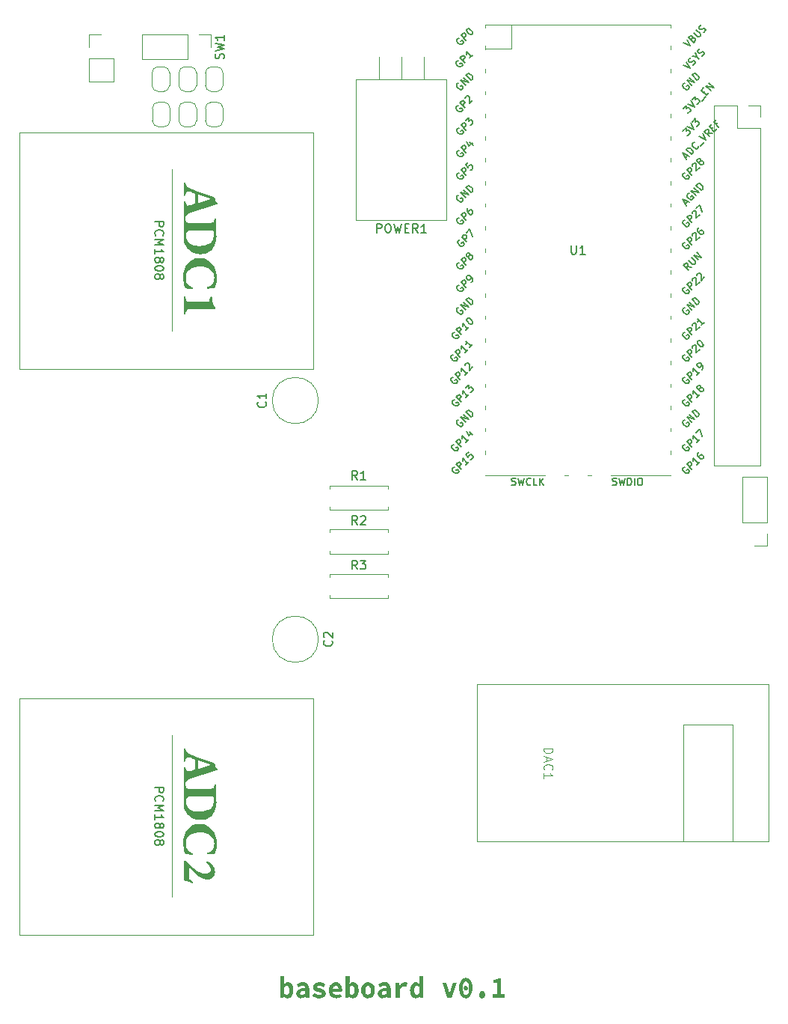
<source format=gbr>
%TF.GenerationSoftware,KiCad,Pcbnew,9.0.2*%
%TF.CreationDate,2025-06-25T22:06:45+02:00*%
%TF.ProjectId,baseboard,62617365-626f-4617-9264-2e6b69636164,rev?*%
%TF.SameCoordinates,Original*%
%TF.FileFunction,Legend,Top*%
%TF.FilePolarity,Positive*%
%FSLAX46Y46*%
G04 Gerber Fmt 4.6, Leading zero omitted, Abs format (unit mm)*
G04 Created by KiCad (PCBNEW 9.0.2) date 2025-06-25 22:06:45*
%MOMM*%
%LPD*%
G01*
G04 APERTURE LIST*
%ADD10C,0.300000*%
%ADD11C,0.150000*%
%ADD12C,0.800000*%
%ADD13C,0.100000*%
%ADD14C,0.120000*%
G04 APERTURE END LIST*
D10*
G36*
X170750525Y-128723639D02*
G01*
X170735077Y-128996427D01*
X170744346Y-128996427D01*
X170771044Y-128968629D01*
X170830490Y-128917074D01*
X170894532Y-128874038D01*
X171030136Y-128815892D01*
X171163198Y-128796912D01*
X171307315Y-128814861D01*
X171374103Y-128837271D01*
X171436390Y-128868241D01*
X171494864Y-128908137D01*
X171548369Y-128956237D01*
X171598111Y-129014028D01*
X171642224Y-129079852D01*
X171681862Y-129156297D01*
X171715038Y-129240646D01*
X171742412Y-129336100D01*
X171762388Y-129439225D01*
X171774994Y-129553097D01*
X171779252Y-129674201D01*
X171777929Y-129739970D01*
X171769043Y-129853397D01*
X171752263Y-129959630D01*
X171727891Y-130059357D01*
X171696609Y-130151425D01*
X171658598Y-130236428D01*
X171614703Y-130313282D01*
X171565100Y-130382320D01*
X171510708Y-130442729D01*
X171451890Y-130494513D01*
X171389448Y-130537245D01*
X171256342Y-130594771D01*
X171116987Y-130614078D01*
X171116987Y-130617131D01*
X171082630Y-130615567D01*
X171018862Y-130604543D01*
X170955131Y-130583142D01*
X170889863Y-130550334D01*
X170825815Y-130506895D01*
X170762248Y-130451761D01*
X170701225Y-130386017D01*
X170688866Y-130386017D01*
X170651924Y-130575000D01*
X170297687Y-130575000D01*
X170297687Y-129377446D01*
X170750525Y-129377446D01*
X170750525Y-130079034D01*
X170775014Y-130101151D01*
X170831985Y-130141682D01*
X170889730Y-130170136D01*
X170954442Y-130189592D01*
X171015297Y-130197034D01*
X171015297Y-130194133D01*
X171025236Y-130193949D01*
X171115912Y-130172827D01*
X171156043Y-130149339D01*
X171192753Y-130116879D01*
X171226069Y-130074414D01*
X171254820Y-130022160D01*
X171279322Y-129957152D01*
X171297745Y-129880987D01*
X171309867Y-129789195D01*
X171314055Y-129684582D01*
X171300411Y-129498621D01*
X171265118Y-129372961D01*
X171211884Y-129288754D01*
X171177502Y-129258538D01*
X171137967Y-129236518D01*
X171089028Y-129221890D01*
X171033835Y-129217009D01*
X170968085Y-129224689D01*
X170916637Y-129242392D01*
X170865788Y-129270914D01*
X170808523Y-129316637D01*
X170750525Y-129377446D01*
X170297687Y-129377446D01*
X170297687Y-128122801D01*
X170750525Y-128122801D01*
X170750525Y-128723639D01*
G37*
G36*
X172898698Y-128797072D02*
G01*
X173076947Y-128817368D01*
X173222942Y-128868081D01*
X173341348Y-128946198D01*
X173435593Y-129051884D01*
X173474354Y-129116448D01*
X173506800Y-129188458D01*
X173533573Y-129271012D01*
X173553167Y-129361674D01*
X173565793Y-129465630D01*
X173570053Y-129578641D01*
X173570053Y-130575000D01*
X173200501Y-130575000D01*
X173166515Y-130376094D01*
X173154290Y-130376094D01*
X173071958Y-130441675D01*
X172911739Y-130539105D01*
X172757906Y-130595725D01*
X172612120Y-130614078D01*
X172612120Y-130617131D01*
X172482099Y-130602208D01*
X172416167Y-130581432D01*
X172355858Y-130552498D01*
X172301171Y-130515782D01*
X172252751Y-130472033D01*
X172210620Y-130421492D01*
X172175437Y-130365061D01*
X172147353Y-130302980D01*
X172126902Y-130236204D01*
X172114363Y-130165143D01*
X172110115Y-130090635D01*
X172113253Y-130050793D01*
X172544416Y-130050793D01*
X172546348Y-130079142D01*
X172555876Y-130115565D01*
X172572935Y-130146223D01*
X172601163Y-130174440D01*
X172637950Y-130195388D01*
X172692417Y-130211180D01*
X172756931Y-130217031D01*
X172756931Y-130215199D01*
X172811418Y-130211407D01*
X172880714Y-130195511D01*
X172946945Y-130168703D01*
X173034267Y-130116530D01*
X173117214Y-130050793D01*
X173117214Y-129764113D01*
X172879458Y-129791298D01*
X172713825Y-129836898D01*
X172616768Y-129892898D01*
X172585448Y-129924981D01*
X172563650Y-129959815D01*
X172548969Y-130003700D01*
X172544416Y-130050793D01*
X172113253Y-130050793D01*
X172118943Y-129978538D01*
X172156006Y-129854232D01*
X172186211Y-129798274D01*
X172224466Y-129746715D01*
X172274158Y-129696715D01*
X172333491Y-129651504D01*
X172410287Y-129607178D01*
X172499508Y-129568433D01*
X172615241Y-129531367D01*
X172747758Y-129501055D01*
X172920714Y-129474443D01*
X173117214Y-129456215D01*
X173114875Y-129437304D01*
X173085456Y-129344863D01*
X173060043Y-129306645D01*
X173027362Y-129274175D01*
X172984476Y-129246238D01*
X172933109Y-129225447D01*
X172867165Y-129211290D01*
X172790784Y-129206476D01*
X172784927Y-129206509D01*
X172703133Y-129213602D01*
X172620702Y-129232355D01*
X172478418Y-129286823D01*
X172325721Y-129365997D01*
X172165595Y-129031537D01*
X172273115Y-128966687D01*
X172479284Y-128871557D01*
X172681588Y-128815434D01*
X172880115Y-128796912D01*
X172898698Y-128797072D01*
G37*
G36*
X174680185Y-130614078D02*
G01*
X174795438Y-130609288D01*
X174901480Y-130595299D01*
X174996272Y-130573237D01*
X175082029Y-130543437D01*
X175156719Y-130507513D01*
X175222657Y-130465259D01*
X175278220Y-130418639D01*
X175325357Y-130366967D01*
X175363139Y-130312120D01*
X175392739Y-130253314D01*
X175426865Y-130127037D01*
X175431647Y-130054610D01*
X175427100Y-129969592D01*
X175412465Y-129892664D01*
X175392081Y-129835530D01*
X175363227Y-129782871D01*
X175282435Y-129693926D01*
X175156239Y-129613592D01*
X174957959Y-129535749D01*
X174831176Y-129499568D01*
X174804969Y-129492865D01*
X174652887Y-129452520D01*
X174551329Y-129416231D01*
X174494584Y-129373681D01*
X174481231Y-129346834D01*
X174476938Y-129314554D01*
X174481238Y-129281865D01*
X174494136Y-129252700D01*
X174543931Y-129208052D01*
X174634550Y-129181677D01*
X174689454Y-129178541D01*
X174858998Y-129197579D01*
X175033793Y-129255910D01*
X175188369Y-129342489D01*
X175391616Y-129035048D01*
X175279317Y-128960923D01*
X175149559Y-128892554D01*
X175047404Y-128851684D01*
X174937523Y-128820376D01*
X174839049Y-128803426D01*
X174735664Y-128796932D01*
X174729486Y-128796912D01*
X174621291Y-128801721D01*
X174520850Y-128815844D01*
X174430780Y-128838139D01*
X174348802Y-128868428D01*
X174277802Y-128904781D01*
X174214967Y-128947788D01*
X174162741Y-128994863D01*
X174118579Y-129047363D01*
X174083968Y-129102681D01*
X174057331Y-129162417D01*
X174039234Y-129224831D01*
X174029240Y-129290914D01*
X174027190Y-129338978D01*
X174031555Y-129411304D01*
X174044914Y-129478718D01*
X174065413Y-129536338D01*
X174094119Y-129590041D01*
X174175831Y-129684745D01*
X174299136Y-129768802D01*
X174480236Y-129843866D01*
X174609391Y-129880129D01*
X174833773Y-129942343D01*
X174903319Y-129970837D01*
X174949266Y-130000958D01*
X174970428Y-130026157D01*
X174981867Y-130054766D01*
X174985122Y-130086056D01*
X174980792Y-130119077D01*
X174967677Y-130149109D01*
X174916600Y-130196400D01*
X174823087Y-130226739D01*
X174741844Y-130232602D01*
X174549033Y-130213430D01*
X174359739Y-130156015D01*
X174175606Y-130060121D01*
X174125791Y-130026674D01*
X173931813Y-130348159D01*
X174119600Y-130466487D01*
X174225684Y-130516295D01*
X174337575Y-130557608D01*
X174446625Y-130587235D01*
X174557912Y-130606500D01*
X174680185Y-130614078D01*
G37*
G36*
X176615045Y-128797634D02*
G01*
X176703363Y-128805889D01*
X176785788Y-128823014D01*
X176862087Y-128848503D01*
X176932428Y-128881962D01*
X176997419Y-128923441D01*
X177056227Y-128972183D01*
X177110013Y-129029193D01*
X177157204Y-129092889D01*
X177199035Y-129165329D01*
X177233689Y-129243896D01*
X177262001Y-129331339D01*
X177282457Y-129424227D01*
X177295269Y-129525270D01*
X177299555Y-129630848D01*
X177292192Y-129755784D01*
X177279639Y-129850331D01*
X177277928Y-129861810D01*
X176236977Y-129861810D01*
X176264677Y-129965608D01*
X176290400Y-130021713D01*
X176322263Y-130070581D01*
X176361650Y-130113813D01*
X176407266Y-130149564D01*
X176463759Y-130180159D01*
X176527137Y-130202291D01*
X176605977Y-130217288D01*
X176692771Y-130222221D01*
X176728719Y-130221269D01*
X176810301Y-130211655D01*
X176889721Y-130191848D01*
X176987070Y-130153757D01*
X177087040Y-130100863D01*
X177237896Y-130411204D01*
X177194120Y-130440925D01*
X177103789Y-130492914D01*
X177008340Y-130536523D01*
X176813029Y-130595227D01*
X176631246Y-130614078D01*
X176483409Y-130602985D01*
X176308224Y-130557309D01*
X176155590Y-130480028D01*
X176027400Y-130374778D01*
X175924744Y-130244152D01*
X175883379Y-130169924D01*
X175848692Y-130089451D01*
X175821134Y-130003132D01*
X175800962Y-129910867D01*
X175788508Y-129812274D01*
X175784273Y-129707937D01*
X175788966Y-129600428D01*
X175800297Y-129515443D01*
X176243156Y-129515443D01*
X176896017Y-129515443D01*
X176887630Y-129457080D01*
X176850447Y-129341938D01*
X176791614Y-129260433D01*
X176752895Y-129230314D01*
X176708562Y-129208314D01*
X176654571Y-129193788D01*
X176594304Y-129188921D01*
X176549656Y-129191307D01*
X176443297Y-129220668D01*
X176357149Y-129281999D01*
X176320679Y-129325786D01*
X176289646Y-129377988D01*
X176263111Y-129442051D01*
X176243156Y-129515443D01*
X175800297Y-129515443D01*
X175802085Y-129502036D01*
X175823113Y-129409371D01*
X175852316Y-129320525D01*
X175888710Y-129238023D01*
X175933114Y-129159865D01*
X175983934Y-129088799D01*
X176042289Y-129023255D01*
X176106119Y-128965617D01*
X176176270Y-128915114D01*
X176250719Y-128873281D01*
X176329402Y-128840100D01*
X176410994Y-128816165D01*
X176578856Y-128796912D01*
X176615045Y-128797634D01*
G37*
G36*
X178135647Y-128723639D02*
G01*
X178120199Y-128996427D01*
X178129468Y-128996427D01*
X178156166Y-128968629D01*
X178215612Y-128917074D01*
X178279654Y-128874038D01*
X178415258Y-128815892D01*
X178548320Y-128796912D01*
X178692437Y-128814861D01*
X178759225Y-128837271D01*
X178821512Y-128868241D01*
X178879986Y-128908137D01*
X178933491Y-128956237D01*
X178983233Y-129014028D01*
X179027346Y-129079852D01*
X179066984Y-129156297D01*
X179100160Y-129240646D01*
X179127535Y-129336100D01*
X179147510Y-129439225D01*
X179160117Y-129553097D01*
X179164374Y-129674201D01*
X179163051Y-129739970D01*
X179154165Y-129853397D01*
X179137385Y-129959630D01*
X179113013Y-130059357D01*
X179081732Y-130151425D01*
X179043720Y-130236428D01*
X178999825Y-130313282D01*
X178950222Y-130382320D01*
X178895830Y-130442729D01*
X178837012Y-130494513D01*
X178774570Y-130537245D01*
X178641464Y-130594771D01*
X178502109Y-130614078D01*
X178502109Y-130617131D01*
X178467752Y-130615567D01*
X178403985Y-130604543D01*
X178340253Y-130583142D01*
X178274985Y-130550334D01*
X178210937Y-130506895D01*
X178147370Y-130451761D01*
X178086347Y-130386017D01*
X178073988Y-130386017D01*
X178037047Y-130575000D01*
X177682809Y-130575000D01*
X177682809Y-129377446D01*
X178135647Y-129377446D01*
X178135647Y-130079034D01*
X178160136Y-130101151D01*
X178217107Y-130141682D01*
X178274852Y-130170136D01*
X178339564Y-130189592D01*
X178400419Y-130197034D01*
X178400419Y-130194133D01*
X178410359Y-130193949D01*
X178501035Y-130172827D01*
X178541165Y-130149339D01*
X178577875Y-130116879D01*
X178611191Y-130074414D01*
X178639942Y-130022160D01*
X178664444Y-129957152D01*
X178682867Y-129880987D01*
X178694989Y-129789195D01*
X178699177Y-129684582D01*
X178685533Y-129498621D01*
X178650240Y-129372961D01*
X178597006Y-129288754D01*
X178562624Y-129258538D01*
X178523090Y-129236518D01*
X178474150Y-129221890D01*
X178418957Y-129217009D01*
X178353207Y-129224689D01*
X178301759Y-129242392D01*
X178250910Y-129270914D01*
X178193645Y-129316637D01*
X178135647Y-129377446D01*
X177682809Y-129377446D01*
X177682809Y-128122801D01*
X178135647Y-128122801D01*
X178135647Y-128723639D01*
G37*
G36*
X180334267Y-128804183D02*
G01*
X180495745Y-128846496D01*
X180642247Y-128923527D01*
X180768385Y-129031066D01*
X180870626Y-129165226D01*
X180946583Y-129323218D01*
X180973971Y-129410346D01*
X180994116Y-129503529D01*
X181006438Y-129601741D01*
X181010654Y-129705648D01*
X181006647Y-129806956D01*
X180994262Y-129906846D01*
X180974008Y-130000725D01*
X180945736Y-130090264D01*
X180910345Y-130173253D01*
X180867140Y-130251561D01*
X180817596Y-130322653D01*
X180760638Y-130388102D01*
X180698252Y-130445586D01*
X180629475Y-130495988D01*
X180556393Y-130537699D01*
X180478782Y-130570872D01*
X180398198Y-130594783D01*
X180231385Y-130614078D01*
X180128551Y-130606821D01*
X179967031Y-130564538D01*
X179820515Y-130487549D01*
X179694377Y-130380062D01*
X179592141Y-130245958D01*
X179516188Y-130088016D01*
X179488800Y-130000907D01*
X179468656Y-129907744D01*
X179456333Y-129809544D01*
X179452116Y-129705648D01*
X179917179Y-129705648D01*
X179918181Y-129755424D01*
X179939376Y-129920412D01*
X179982966Y-130041596D01*
X180045046Y-130126131D01*
X180083184Y-130156391D01*
X180126290Y-130178628D01*
X180176174Y-130192825D01*
X180231385Y-130197644D01*
X180233028Y-130197640D01*
X180334567Y-130179374D01*
X180378420Y-130157126D01*
X180417166Y-130126626D01*
X180452933Y-130085319D01*
X180482867Y-130035454D01*
X180509108Y-129971104D01*
X180528261Y-129897500D01*
X180541158Y-129806422D01*
X180545457Y-129705648D01*
X180544456Y-129655828D01*
X180523273Y-129490745D01*
X180479712Y-129369539D01*
X180417673Y-129285008D01*
X180379556Y-129254751D01*
X180336469Y-129232516D01*
X180286594Y-129218318D01*
X180231385Y-129213498D01*
X180229593Y-129213503D01*
X180128068Y-129231817D01*
X180084216Y-129254090D01*
X180045468Y-129284616D01*
X180009700Y-129325948D01*
X179979763Y-129375840D01*
X179953525Y-129440204D01*
X179934372Y-129513821D01*
X179921478Y-129604887D01*
X179917179Y-129705648D01*
X179452116Y-129705648D01*
X179456138Y-129604120D01*
X179468536Y-129504201D01*
X179488802Y-129410295D01*
X179517083Y-129320739D01*
X179552481Y-129237734D01*
X179595688Y-129159419D01*
X179645232Y-129088321D01*
X179702183Y-129022874D01*
X179764561Y-128965391D01*
X179833325Y-128914994D01*
X179906395Y-128873286D01*
X179983994Y-128840116D01*
X180064569Y-128816207D01*
X180231385Y-128796912D01*
X180334267Y-128804183D01*
G37*
G36*
X182130101Y-128797072D02*
G01*
X182308350Y-128817368D01*
X182454345Y-128868081D01*
X182572751Y-128946198D01*
X182666996Y-129051884D01*
X182705757Y-129116448D01*
X182738203Y-129188458D01*
X182764976Y-129271012D01*
X182784570Y-129361674D01*
X182797195Y-129465630D01*
X182801455Y-129578641D01*
X182801455Y-130575000D01*
X182431904Y-130575000D01*
X182397917Y-130376094D01*
X182385693Y-130376094D01*
X182303361Y-130441675D01*
X182143142Y-130539105D01*
X181989308Y-130595725D01*
X181843523Y-130614078D01*
X181843523Y-130617131D01*
X181713501Y-130602208D01*
X181647570Y-130581432D01*
X181587260Y-130552498D01*
X181532574Y-130515782D01*
X181484153Y-130472033D01*
X181442023Y-130421492D01*
X181406839Y-130365061D01*
X181378755Y-130302980D01*
X181358305Y-130236204D01*
X181345766Y-130165143D01*
X181341518Y-130090635D01*
X181344656Y-130050793D01*
X181775818Y-130050793D01*
X181777751Y-130079142D01*
X181787279Y-130115565D01*
X181804338Y-130146223D01*
X181832566Y-130174440D01*
X181869353Y-130195388D01*
X181923820Y-130211180D01*
X181988334Y-130217031D01*
X181988334Y-130215199D01*
X182042821Y-130211407D01*
X182112117Y-130195511D01*
X182178347Y-130168703D01*
X182265669Y-130116530D01*
X182348617Y-130050793D01*
X182348617Y-129764113D01*
X182110861Y-129791298D01*
X181945227Y-129836898D01*
X181848171Y-129892898D01*
X181816850Y-129924981D01*
X181795053Y-129959815D01*
X181780372Y-130003700D01*
X181775818Y-130050793D01*
X181344656Y-130050793D01*
X181350346Y-129978538D01*
X181387408Y-129854232D01*
X181417614Y-129798274D01*
X181455868Y-129746715D01*
X181505560Y-129696715D01*
X181564894Y-129651504D01*
X181641690Y-129607178D01*
X181730911Y-129568433D01*
X181846644Y-129531367D01*
X181979161Y-129501055D01*
X182152117Y-129474443D01*
X182348617Y-129456215D01*
X182346278Y-129437304D01*
X182316858Y-129344863D01*
X182291446Y-129306645D01*
X182258765Y-129274175D01*
X182215879Y-129246238D01*
X182164512Y-129225447D01*
X182098567Y-129211290D01*
X182022186Y-129206476D01*
X182016329Y-129206509D01*
X181934535Y-129213602D01*
X181852105Y-129232355D01*
X181709821Y-129286823D01*
X181557123Y-129365997D01*
X181396998Y-129031537D01*
X181504518Y-128966687D01*
X181710687Y-128871557D01*
X181912991Y-128815434D01*
X182111518Y-128796912D01*
X182130101Y-128797072D01*
G37*
G36*
X183357193Y-130575000D02*
G01*
X183809897Y-130575000D01*
X183809897Y-129672064D01*
X183851750Y-129582419D01*
X183897382Y-129504795D01*
X183946081Y-129438884D01*
X183997539Y-129383773D01*
X184108255Y-129302907D01*
X184228510Y-129258500D01*
X184324261Y-129248456D01*
X184416292Y-129253237D01*
X184493754Y-129267167D01*
X184595346Y-129297457D01*
X184687767Y-128866979D01*
X184585622Y-128823142D01*
X184470127Y-128800168D01*
X184392099Y-128796912D01*
X184313153Y-128801810D01*
X184235957Y-128816557D01*
X184162629Y-128840559D01*
X184091790Y-128874116D01*
X184024928Y-128916518D01*
X183961249Y-128968308D01*
X183901562Y-129029075D01*
X183845767Y-129099232D01*
X183772956Y-129217009D01*
X183763821Y-129217009D01*
X183726745Y-128835990D01*
X183357193Y-128835990D01*
X183357193Y-130575000D01*
G37*
G36*
X186472389Y-130575000D02*
G01*
X186102837Y-130575000D01*
X186068985Y-130393649D01*
X186059716Y-130393649D01*
X186012732Y-130441469D01*
X185884548Y-130538426D01*
X185755762Y-130595680D01*
X185634684Y-130614078D01*
X185634684Y-130617131D01*
X185610599Y-130616686D01*
X185463464Y-130592622D01*
X185396407Y-130567382D01*
X185333660Y-130533611D01*
X185275017Y-130491170D01*
X185221205Y-130440504D01*
X185171511Y-130380560D01*
X185127325Y-130312515D01*
X185087893Y-130234362D01*
X185054800Y-130148147D01*
X185027627Y-130051221D01*
X185007739Y-129946295D01*
X184995205Y-129830576D01*
X184990958Y-129707021D01*
X184991080Y-129698626D01*
X185456021Y-129698626D01*
X185456134Y-129717664D01*
X185472411Y-129903034D01*
X185510977Y-130032446D01*
X185567990Y-130120438D01*
X185604411Y-130152305D01*
X185645553Y-130175515D01*
X185695957Y-130191245D01*
X185751689Y-130197034D01*
X185751689Y-130194133D01*
X185837672Y-130181737D01*
X185884294Y-130162355D01*
X185928981Y-130133126D01*
X185975121Y-130089952D01*
X186019684Y-130033696D01*
X186019684Y-129332109D01*
X185984664Y-129299874D01*
X185934110Y-129263693D01*
X185883039Y-129238563D01*
X185824288Y-129222146D01*
X185764048Y-129217009D01*
X185753957Y-129217199D01*
X185660351Y-129238963D01*
X185580052Y-129295804D01*
X185545599Y-129337755D01*
X185515824Y-129388860D01*
X185490960Y-129450422D01*
X185472263Y-129521710D01*
X185460200Y-129604939D01*
X185456021Y-129698626D01*
X184991080Y-129698626D01*
X184991587Y-129663765D01*
X184999131Y-129553716D01*
X185014751Y-129450183D01*
X185038278Y-129351949D01*
X185068926Y-129260899D01*
X185106664Y-129176125D01*
X185150469Y-129099227D01*
X185200187Y-129029853D01*
X185254788Y-128969001D01*
X185313663Y-128916891D01*
X185376122Y-128873818D01*
X185507957Y-128816140D01*
X185643953Y-128796912D01*
X185649731Y-128796938D01*
X185787679Y-128815939D01*
X185850154Y-128839387D01*
X185907432Y-128871690D01*
X185970325Y-128921326D01*
X186028953Y-128982536D01*
X186041178Y-128982536D01*
X186019684Y-128713106D01*
X186019684Y-128122801D01*
X186472389Y-128122801D01*
X186472389Y-130575000D01*
G37*
G36*
X189210241Y-130575000D02*
G01*
X189730784Y-130575000D01*
X190291223Y-128835990D01*
X189857057Y-128835990D01*
X189616734Y-129656952D01*
X189527301Y-130006583D01*
X189481192Y-130193523D01*
X189468967Y-130193523D01*
X189436442Y-130064152D01*
X189330335Y-129656952D01*
X189090147Y-128835990D01*
X188634219Y-128835990D01*
X189210241Y-130575000D01*
G37*
G36*
X191320842Y-129178223D02*
G01*
X191366797Y-129185279D01*
X191409131Y-129201331D01*
X191478597Y-129257013D01*
X191523782Y-129339367D01*
X191535813Y-129389067D01*
X191539988Y-129444002D01*
X191539890Y-129452628D01*
X191534380Y-129507343D01*
X191520972Y-129556631D01*
X191499982Y-129600736D01*
X191472398Y-129638144D01*
X191438461Y-129668732D01*
X191399402Y-129691292D01*
X191355956Y-129705284D01*
X191309069Y-129710075D01*
X191297206Y-129709778D01*
X191251244Y-129702703D01*
X191208895Y-129686630D01*
X191139409Y-129630920D01*
X191094219Y-129548576D01*
X191082190Y-129498903D01*
X191078015Y-129444002D01*
X191078113Y-129435353D01*
X191083630Y-129380658D01*
X191097048Y-129331387D01*
X191118057Y-129287280D01*
X191145663Y-129249871D01*
X191179629Y-129219277D01*
X191218714Y-129196713D01*
X191262176Y-129182721D01*
X191309069Y-129177930D01*
X191320842Y-129178223D01*
G37*
G36*
X191451324Y-128322222D02*
G01*
X191596554Y-128370427D01*
X191723788Y-128452005D01*
X191781163Y-128505790D01*
X191833768Y-128568032D01*
X191882442Y-128640424D01*
X191925707Y-128721602D01*
X191964497Y-128814650D01*
X191997057Y-128917001D01*
X192023993Y-129032928D01*
X192043721Y-129158779D01*
X192056280Y-129299618D01*
X192060531Y-129451024D01*
X192045242Y-129731364D01*
X192001645Y-129971194D01*
X191934264Y-130168530D01*
X191846509Y-130327006D01*
X191740306Y-130449882D01*
X191680323Y-130498752D01*
X191616007Y-130539130D01*
X191546407Y-130571373D01*
X191472728Y-130594670D01*
X191392844Y-130609210D01*
X191309069Y-130614078D01*
X191166363Y-130599505D01*
X191022814Y-130549893D01*
X190957252Y-130512208D01*
X190895958Y-130466024D01*
X190838385Y-130410632D01*
X190785589Y-130346686D01*
X190736572Y-130272252D01*
X190693009Y-130188997D01*
X190653935Y-130093767D01*
X190621152Y-129989320D01*
X190594088Y-129871582D01*
X190574283Y-129744197D01*
X190561723Y-129602629D01*
X190557472Y-129451024D01*
X190961010Y-129451024D01*
X190970831Y-129683443D01*
X191004973Y-129893978D01*
X191056925Y-130039590D01*
X191088319Y-130093246D01*
X191123174Y-130136252D01*
X191162632Y-130170312D01*
X191205044Y-130194307D01*
X191255721Y-130210145D01*
X191309069Y-130215199D01*
X191383995Y-130204872D01*
X191467017Y-130161656D01*
X191504556Y-130125745D01*
X191538834Y-130079457D01*
X191570864Y-130019086D01*
X191598492Y-129945834D01*
X191622611Y-129852767D01*
X191640751Y-129743301D01*
X191652931Y-129607553D01*
X191657127Y-129451024D01*
X191648860Y-129237936D01*
X191616498Y-129027411D01*
X191566122Y-128882891D01*
X191535267Y-128829603D01*
X191500879Y-128787012D01*
X191461172Y-128752846D01*
X191418351Y-128728853D01*
X191365203Y-128712574D01*
X191309069Y-128707458D01*
X191233330Y-128717090D01*
X191149690Y-128758088D01*
X191112406Y-128792118D01*
X191078372Y-128836254D01*
X191046690Y-128893952D01*
X191019352Y-128964368D01*
X190995411Y-129054603D01*
X190977388Y-129161392D01*
X190965207Y-129295440D01*
X190961010Y-129451024D01*
X190557472Y-129451024D01*
X190571334Y-129184140D01*
X190613406Y-128945629D01*
X190679251Y-128750307D01*
X190765687Y-128593702D01*
X190871184Y-128472095D01*
X190931315Y-128423505D01*
X190995893Y-128383408D01*
X191066439Y-128351175D01*
X191141232Y-128327916D01*
X191223095Y-128313305D01*
X191309069Y-128308426D01*
X191451324Y-128322222D01*
G37*
G36*
X193155349Y-130614078D02*
G01*
X193214325Y-130609303D01*
X193269186Y-130595417D01*
X193365789Y-130542283D01*
X193441573Y-130458709D01*
X193492015Y-130349268D01*
X193506222Y-130286623D01*
X193512331Y-130219915D01*
X193512542Y-130204666D01*
X193508319Y-130137294D01*
X193495953Y-130073612D01*
X193475760Y-130014078D01*
X193448250Y-129959877D01*
X193414124Y-129912094D01*
X193373683Y-129871156D01*
X193328200Y-129838339D01*
X193277481Y-129813650D01*
X193223065Y-129798053D01*
X193164435Y-129791702D01*
X193155349Y-129791591D01*
X193096946Y-129796363D01*
X193042566Y-129810229D01*
X192946321Y-129863425D01*
X192870265Y-129947356D01*
X192819221Y-130057426D01*
X192804701Y-130120350D01*
X192798299Y-130187213D01*
X192798022Y-130204666D01*
X192802245Y-130271907D01*
X192814609Y-130335286D01*
X192834754Y-130394280D01*
X192862184Y-130447881D01*
X192896237Y-130495097D01*
X192936589Y-130535492D01*
X192982143Y-130567947D01*
X193032953Y-130592328D01*
X193087730Y-130607759D01*
X193146770Y-130613981D01*
X193155349Y-130614078D01*
G37*
G36*
X194320961Y-130575000D02*
G01*
X195743823Y-130575000D01*
X195743823Y-130158565D01*
X195300388Y-130158565D01*
X195300388Y-128357274D01*
X194967778Y-128357274D01*
X194865896Y-128419428D01*
X194758249Y-128470101D01*
X194542671Y-128535011D01*
X194413383Y-128560301D01*
X194413383Y-128878886D01*
X194847549Y-128878886D01*
X194847549Y-130158565D01*
X194320961Y-130158565D01*
X194320961Y-130575000D01*
G37*
D11*
X179023333Y-71954819D02*
X178690000Y-71478628D01*
X178451905Y-71954819D02*
X178451905Y-70954819D01*
X178451905Y-70954819D02*
X178832857Y-70954819D01*
X178832857Y-70954819D02*
X178928095Y-71002438D01*
X178928095Y-71002438D02*
X178975714Y-71050057D01*
X178975714Y-71050057D02*
X179023333Y-71145295D01*
X179023333Y-71145295D02*
X179023333Y-71288152D01*
X179023333Y-71288152D02*
X178975714Y-71383390D01*
X178975714Y-71383390D02*
X178928095Y-71431009D01*
X178928095Y-71431009D02*
X178832857Y-71478628D01*
X178832857Y-71478628D02*
X178451905Y-71478628D01*
X179975714Y-71954819D02*
X179404286Y-71954819D01*
X179690000Y-71954819D02*
X179690000Y-70954819D01*
X179690000Y-70954819D02*
X179594762Y-71097676D01*
X179594762Y-71097676D02*
X179499524Y-71192914D01*
X179499524Y-71192914D02*
X179404286Y-71240533D01*
D12*
G36*
X159490041Y-38335324D02*
G01*
X159522149Y-38363748D01*
X159567334Y-38459491D01*
X159625315Y-38614632D01*
X159706308Y-38744522D01*
X159811744Y-38850839D01*
X159938827Y-38927460D01*
X160560181Y-39190510D01*
X161164682Y-39432799D01*
X161774068Y-39667272D01*
X162405680Y-39901257D01*
X162734431Y-40006525D01*
X162858995Y-40043894D01*
X162908576Y-40231961D01*
X162970369Y-40424669D01*
X163014901Y-40515527D01*
X163069043Y-40590998D01*
X163165519Y-40696267D01*
X163184815Y-40742429D01*
X163180143Y-40761900D01*
X163150621Y-40783950D01*
X163078569Y-40817167D01*
X162999923Y-40841592D01*
X162233000Y-41082415D01*
X161457041Y-41333008D01*
X160692561Y-41582624D01*
X159959099Y-41820028D01*
X159852628Y-41866032D01*
X159767613Y-41926030D01*
X159697683Y-42000561D01*
X159643049Y-42086009D01*
X159564403Y-42289219D01*
X159522637Y-42385451D01*
X159491505Y-42413629D01*
X159444724Y-42423552D01*
X159411137Y-42415255D01*
X159386106Y-42390091D01*
X159365833Y-42307049D01*
X159371939Y-42032031D01*
X159384152Y-41700594D01*
X159390258Y-41404571D01*
X159385617Y-41140056D01*
X159373649Y-40832066D01*
X159366322Y-40563887D01*
X159387571Y-40476204D01*
X159413766Y-40447466D01*
X159447166Y-40438347D01*
X159490831Y-40448210D01*
X159525812Y-40478158D01*
X159567334Y-40572680D01*
X159620915Y-40763830D01*
X159680907Y-40877007D01*
X159735303Y-40925644D01*
X159806168Y-40946444D01*
X159901946Y-40937090D01*
X160124940Y-40882380D01*
X160363077Y-40818633D01*
X160598039Y-40755618D01*
X160664961Y-40724843D01*
X160680774Y-40700232D01*
X160687187Y-40654746D01*
X160687187Y-39821145D01*
X160986873Y-39821145D01*
X160986873Y-40551431D01*
X160998706Y-40618530D01*
X161023998Y-40634229D01*
X161053551Y-40631298D01*
X161084570Y-40623238D01*
X162345352Y-40250524D01*
X162399008Y-40227907D01*
X162409344Y-40213887D01*
X162346329Y-40178472D01*
X161084570Y-39732973D01*
X161039630Y-39721982D01*
X161016144Y-39729292D01*
X160999330Y-39752757D01*
X160986873Y-39821145D01*
X160687187Y-39821145D01*
X160687187Y-39665318D01*
X160663007Y-39603769D01*
X160590956Y-39570063D01*
X160432930Y-39520970D01*
X160274417Y-39467726D01*
X160118590Y-39418877D01*
X159968381Y-39377111D01*
X159812018Y-39365219D01*
X159710949Y-39408130D01*
X159638425Y-39506565D01*
X159566357Y-39720273D01*
X159535008Y-39801047D01*
X159495052Y-39841662D01*
X159445212Y-39854606D01*
X159411582Y-39846726D01*
X159388304Y-39823587D01*
X159369741Y-39729065D01*
X159377801Y-39424250D01*
X159385617Y-39118458D01*
X159368764Y-38798989D01*
X159351912Y-38473901D01*
X159371695Y-38367900D01*
X159398819Y-38336348D01*
X159443258Y-38325402D01*
X159490041Y-38335324D01*
G37*
G36*
X162998460Y-42419809D02*
G01*
X163024591Y-42446511D01*
X163046085Y-42522959D01*
X163040956Y-42792115D01*
X163028499Y-43070796D01*
X163021172Y-43323587D01*
X163028988Y-43554885D01*
X163045596Y-43872645D01*
X163062449Y-44203350D01*
X163070509Y-44464934D01*
X163055272Y-44745350D01*
X163010702Y-45006531D01*
X162937885Y-45250908D01*
X162836120Y-45484536D01*
X162711553Y-45694574D01*
X162563949Y-45883252D01*
X162392910Y-46050303D01*
X162202676Y-46190079D01*
X161991444Y-46303839D01*
X161766318Y-46386435D01*
X161524551Y-46436819D01*
X161263112Y-46454048D01*
X161015156Y-46439187D01*
X160775166Y-46394941D01*
X160541374Y-46321180D01*
X160319210Y-46218845D01*
X160114686Y-46089218D01*
X159926127Y-45931124D01*
X159760826Y-45749128D01*
X159618535Y-45540520D01*
X159498946Y-45302443D01*
X159413011Y-45050486D01*
X159359524Y-44769493D01*
X159340921Y-44454920D01*
X159343218Y-44369191D01*
X159628639Y-44369191D01*
X159650715Y-44617782D01*
X159713288Y-44827726D01*
X159813775Y-45006421D01*
X159951110Y-45160203D01*
X160122455Y-45287902D01*
X160333035Y-45390126D01*
X160559134Y-45459156D01*
X160817395Y-45502766D01*
X161112658Y-45518109D01*
X161478149Y-45496798D01*
X161793119Y-45436532D01*
X162081792Y-45334050D01*
X162316043Y-45199617D01*
X162510307Y-45025923D01*
X162653342Y-44819575D01*
X162718792Y-44665754D01*
X162758934Y-44496601D01*
X162772777Y-44309107D01*
X162761053Y-44007712D01*
X162739780Y-43896460D01*
X162706343Y-43825506D01*
X162651511Y-43780365D01*
X162559797Y-43763469D01*
X160117369Y-43763469D01*
X159946858Y-43782707D01*
X159827208Y-43833811D01*
X159736252Y-43919094D01*
X159674068Y-44039952D01*
X159640909Y-44183696D01*
X159628639Y-44369191D01*
X159343218Y-44369191D01*
X159352156Y-44035555D01*
X159371695Y-43613992D01*
X159380000Y-43317481D01*
X159376824Y-43070308D01*
X159367299Y-42793092D01*
X159361193Y-42522959D01*
X159382442Y-42446511D01*
X159408610Y-42419824D01*
X159443258Y-42411096D01*
X159488031Y-42419207D01*
X159520195Y-42442115D01*
X159560251Y-42531508D01*
X159616431Y-42724535D01*
X159675289Y-42823134D01*
X159764775Y-42879435D01*
X159925150Y-42902024D01*
X162463565Y-42902024D01*
X162629120Y-42880585D01*
X162721486Y-42827774D01*
X162783426Y-42731369D01*
X162844829Y-42531508D01*
X162885861Y-42442115D01*
X162919032Y-42419164D01*
X162964019Y-42411096D01*
X162998460Y-42419809D01*
G37*
G36*
X159300621Y-48982450D02*
G01*
X159315658Y-48695891D01*
X159359940Y-48424635D01*
X159432756Y-48166679D01*
X159534637Y-47919377D01*
X159660130Y-47696000D01*
X159809378Y-47494278D01*
X159983646Y-47314576D01*
X160178187Y-47164061D01*
X160394829Y-47041208D01*
X160626924Y-46951734D01*
X160878125Y-46897050D01*
X161151981Y-46878298D01*
X161405965Y-46895635D01*
X161650328Y-46947224D01*
X161887397Y-47033392D01*
X162110373Y-47151687D01*
X162316838Y-47301284D01*
X162508262Y-47484264D01*
X162674044Y-47691243D01*
X162817483Y-47928252D01*
X162938374Y-48198675D01*
X163024972Y-48482267D01*
X163078745Y-48794990D01*
X163097376Y-49140963D01*
X163071242Y-49503664D01*
X163003098Y-49854885D01*
X162905889Y-50165318D01*
X162847759Y-50253490D01*
X162806608Y-50281510D01*
X162747620Y-50295499D01*
X162387606Y-50330182D01*
X162075952Y-50341417D01*
X162022630Y-50329910D01*
X161990956Y-50295744D01*
X161978819Y-50248174D01*
X161988269Y-50196825D01*
X162018952Y-50153510D01*
X162074975Y-50123308D01*
X162333872Y-50028786D01*
X162453533Y-49963726D01*
X162554424Y-49872715D01*
X162654804Y-49740641D01*
X162740781Y-49558863D01*
X162793965Y-49350542D01*
X162813565Y-49082345D01*
X162799518Y-48893432D01*
X162758513Y-48720439D01*
X162691200Y-48560642D01*
X162546549Y-48344936D01*
X162355610Y-48162771D01*
X162130062Y-48018225D01*
X161872986Y-47909491D01*
X161598630Y-47842822D01*
X161309518Y-47820342D01*
X160948393Y-47840839D01*
X160625882Y-47899721D01*
X160327506Y-48001525D01*
X160080000Y-48139812D01*
X159935917Y-48256744D01*
X159816892Y-48388891D01*
X159720963Y-48537439D01*
X159651501Y-48699864D01*
X159608454Y-48882570D01*
X159593468Y-49089428D01*
X159615147Y-49362566D01*
X159675235Y-49583582D01*
X159769078Y-49762562D01*
X159900696Y-49917915D01*
X160078778Y-50061992D01*
X160312030Y-50194627D01*
X160384234Y-50250267D01*
X160403133Y-50320901D01*
X160377851Y-50382278D01*
X160308855Y-50403455D01*
X160133977Y-50387823D01*
X159912937Y-50345081D01*
X159669183Y-50279868D01*
X159568555Y-50222227D01*
X159504319Y-50128193D01*
X159423147Y-49904800D01*
X159356064Y-49625541D01*
X159315120Y-49326763D01*
X159300621Y-48982450D01*
G37*
G36*
X159363147Y-51341836D02*
G01*
X159385617Y-51275402D01*
X159411775Y-51251628D01*
X159444235Y-51243894D01*
X159514515Y-51268036D01*
X159558297Y-51346476D01*
X159638897Y-51615876D01*
X159686459Y-51718224D01*
X159745631Y-51790021D01*
X159824064Y-51835636D01*
X159935163Y-51852303D01*
X161964333Y-51852303D01*
X162086213Y-51833463D01*
X162167787Y-51782694D01*
X162227183Y-51704840D01*
X162269148Y-51604397D01*
X162320439Y-51372610D01*
X162357320Y-51276379D01*
X162392740Y-51239778D01*
X162447690Y-51227042D01*
X162510459Y-51240382D01*
X162551493Y-51278088D01*
X162577104Y-51332956D01*
X162589839Y-51399233D01*
X162630007Y-51719620D01*
X162694619Y-51992254D01*
X162790398Y-52251675D01*
X162923230Y-52514690D01*
X162935687Y-52540091D01*
X162942770Y-52574774D01*
X162926406Y-52652687D01*
X162906173Y-52680650D01*
X162883175Y-52687858D01*
X162719288Y-52671005D01*
X162476266Y-52656351D01*
X159927836Y-52656351D01*
X159829003Y-52674185D01*
X159753935Y-52725472D01*
X159696063Y-52804299D01*
X159645980Y-52916714D01*
X159557320Y-53199547D01*
X159520439Y-53275262D01*
X159493092Y-53295997D01*
X159447655Y-53303839D01*
X159388371Y-53282584D01*
X159367787Y-53216155D01*
X159373893Y-52914027D01*
X159385617Y-52564760D01*
X159391235Y-52273622D01*
X159385617Y-51985660D01*
X159371695Y-51643476D01*
X159363147Y-51341836D01*
G37*
D11*
X156098180Y-42761905D02*
X157098180Y-42761905D01*
X157098180Y-42761905D02*
X157098180Y-43142857D01*
X157098180Y-43142857D02*
X157050561Y-43238095D01*
X157050561Y-43238095D02*
X157002942Y-43285714D01*
X157002942Y-43285714D02*
X156907704Y-43333333D01*
X156907704Y-43333333D02*
X156764847Y-43333333D01*
X156764847Y-43333333D02*
X156669609Y-43285714D01*
X156669609Y-43285714D02*
X156621990Y-43238095D01*
X156621990Y-43238095D02*
X156574371Y-43142857D01*
X156574371Y-43142857D02*
X156574371Y-42761905D01*
X156193419Y-44333333D02*
X156145800Y-44285714D01*
X156145800Y-44285714D02*
X156098180Y-44142857D01*
X156098180Y-44142857D02*
X156098180Y-44047619D01*
X156098180Y-44047619D02*
X156145800Y-43904762D01*
X156145800Y-43904762D02*
X156241038Y-43809524D01*
X156241038Y-43809524D02*
X156336276Y-43761905D01*
X156336276Y-43761905D02*
X156526752Y-43714286D01*
X156526752Y-43714286D02*
X156669609Y-43714286D01*
X156669609Y-43714286D02*
X156860085Y-43761905D01*
X156860085Y-43761905D02*
X156955323Y-43809524D01*
X156955323Y-43809524D02*
X157050561Y-43904762D01*
X157050561Y-43904762D02*
X157098180Y-44047619D01*
X157098180Y-44047619D02*
X157098180Y-44142857D01*
X157098180Y-44142857D02*
X157050561Y-44285714D01*
X157050561Y-44285714D02*
X157002942Y-44333333D01*
X156098180Y-44761905D02*
X157098180Y-44761905D01*
X157098180Y-44761905D02*
X156383895Y-45095238D01*
X156383895Y-45095238D02*
X157098180Y-45428571D01*
X157098180Y-45428571D02*
X156098180Y-45428571D01*
X156098180Y-46428571D02*
X156098180Y-45857143D01*
X156098180Y-46142857D02*
X157098180Y-46142857D01*
X157098180Y-46142857D02*
X156955323Y-46047619D01*
X156955323Y-46047619D02*
X156860085Y-45952381D01*
X156860085Y-45952381D02*
X156812466Y-45857143D01*
X156669609Y-47000000D02*
X156717228Y-46904762D01*
X156717228Y-46904762D02*
X156764847Y-46857143D01*
X156764847Y-46857143D02*
X156860085Y-46809524D01*
X156860085Y-46809524D02*
X156907704Y-46809524D01*
X156907704Y-46809524D02*
X157002942Y-46857143D01*
X157002942Y-46857143D02*
X157050561Y-46904762D01*
X157050561Y-46904762D02*
X157098180Y-47000000D01*
X157098180Y-47000000D02*
X157098180Y-47190476D01*
X157098180Y-47190476D02*
X157050561Y-47285714D01*
X157050561Y-47285714D02*
X157002942Y-47333333D01*
X157002942Y-47333333D02*
X156907704Y-47380952D01*
X156907704Y-47380952D02*
X156860085Y-47380952D01*
X156860085Y-47380952D02*
X156764847Y-47333333D01*
X156764847Y-47333333D02*
X156717228Y-47285714D01*
X156717228Y-47285714D02*
X156669609Y-47190476D01*
X156669609Y-47190476D02*
X156669609Y-47000000D01*
X156669609Y-47000000D02*
X156621990Y-46904762D01*
X156621990Y-46904762D02*
X156574371Y-46857143D01*
X156574371Y-46857143D02*
X156479133Y-46809524D01*
X156479133Y-46809524D02*
X156288657Y-46809524D01*
X156288657Y-46809524D02*
X156193419Y-46857143D01*
X156193419Y-46857143D02*
X156145800Y-46904762D01*
X156145800Y-46904762D02*
X156098180Y-47000000D01*
X156098180Y-47000000D02*
X156098180Y-47190476D01*
X156098180Y-47190476D02*
X156145800Y-47285714D01*
X156145800Y-47285714D02*
X156193419Y-47333333D01*
X156193419Y-47333333D02*
X156288657Y-47380952D01*
X156288657Y-47380952D02*
X156479133Y-47380952D01*
X156479133Y-47380952D02*
X156574371Y-47333333D01*
X156574371Y-47333333D02*
X156621990Y-47285714D01*
X156621990Y-47285714D02*
X156669609Y-47190476D01*
X157098180Y-48000000D02*
X157098180Y-48095238D01*
X157098180Y-48095238D02*
X157050561Y-48190476D01*
X157050561Y-48190476D02*
X157002942Y-48238095D01*
X157002942Y-48238095D02*
X156907704Y-48285714D01*
X156907704Y-48285714D02*
X156717228Y-48333333D01*
X156717228Y-48333333D02*
X156479133Y-48333333D01*
X156479133Y-48333333D02*
X156288657Y-48285714D01*
X156288657Y-48285714D02*
X156193419Y-48238095D01*
X156193419Y-48238095D02*
X156145800Y-48190476D01*
X156145800Y-48190476D02*
X156098180Y-48095238D01*
X156098180Y-48095238D02*
X156098180Y-48000000D01*
X156098180Y-48000000D02*
X156145800Y-47904762D01*
X156145800Y-47904762D02*
X156193419Y-47857143D01*
X156193419Y-47857143D02*
X156288657Y-47809524D01*
X156288657Y-47809524D02*
X156479133Y-47761905D01*
X156479133Y-47761905D02*
X156717228Y-47761905D01*
X156717228Y-47761905D02*
X156907704Y-47809524D01*
X156907704Y-47809524D02*
X157002942Y-47857143D01*
X157002942Y-47857143D02*
X157050561Y-47904762D01*
X157050561Y-47904762D02*
X157098180Y-48000000D01*
X156669609Y-48904762D02*
X156717228Y-48809524D01*
X156717228Y-48809524D02*
X156764847Y-48761905D01*
X156764847Y-48761905D02*
X156860085Y-48714286D01*
X156860085Y-48714286D02*
X156907704Y-48714286D01*
X156907704Y-48714286D02*
X157002942Y-48761905D01*
X157002942Y-48761905D02*
X157050561Y-48809524D01*
X157050561Y-48809524D02*
X157098180Y-48904762D01*
X157098180Y-48904762D02*
X157098180Y-49095238D01*
X157098180Y-49095238D02*
X157050561Y-49190476D01*
X157050561Y-49190476D02*
X157002942Y-49238095D01*
X157002942Y-49238095D02*
X156907704Y-49285714D01*
X156907704Y-49285714D02*
X156860085Y-49285714D01*
X156860085Y-49285714D02*
X156764847Y-49238095D01*
X156764847Y-49238095D02*
X156717228Y-49190476D01*
X156717228Y-49190476D02*
X156669609Y-49095238D01*
X156669609Y-49095238D02*
X156669609Y-48904762D01*
X156669609Y-48904762D02*
X156621990Y-48809524D01*
X156621990Y-48809524D02*
X156574371Y-48761905D01*
X156574371Y-48761905D02*
X156479133Y-48714286D01*
X156479133Y-48714286D02*
X156288657Y-48714286D01*
X156288657Y-48714286D02*
X156193419Y-48761905D01*
X156193419Y-48761905D02*
X156145800Y-48809524D01*
X156145800Y-48809524D02*
X156098180Y-48904762D01*
X156098180Y-48904762D02*
X156098180Y-49095238D01*
X156098180Y-49095238D02*
X156145800Y-49190476D01*
X156145800Y-49190476D02*
X156193419Y-49238095D01*
X156193419Y-49238095D02*
X156288657Y-49285714D01*
X156288657Y-49285714D02*
X156479133Y-49285714D01*
X156479133Y-49285714D02*
X156574371Y-49238095D01*
X156574371Y-49238095D02*
X156621990Y-49190476D01*
X156621990Y-49190476D02*
X156669609Y-49095238D01*
X179023333Y-77034819D02*
X178690000Y-76558628D01*
X178451905Y-77034819D02*
X178451905Y-76034819D01*
X178451905Y-76034819D02*
X178832857Y-76034819D01*
X178832857Y-76034819D02*
X178928095Y-76082438D01*
X178928095Y-76082438D02*
X178975714Y-76130057D01*
X178975714Y-76130057D02*
X179023333Y-76225295D01*
X179023333Y-76225295D02*
X179023333Y-76368152D01*
X179023333Y-76368152D02*
X178975714Y-76463390D01*
X178975714Y-76463390D02*
X178928095Y-76511009D01*
X178928095Y-76511009D02*
X178832857Y-76558628D01*
X178832857Y-76558628D02*
X178451905Y-76558628D01*
X179404286Y-76130057D02*
X179451905Y-76082438D01*
X179451905Y-76082438D02*
X179547143Y-76034819D01*
X179547143Y-76034819D02*
X179785238Y-76034819D01*
X179785238Y-76034819D02*
X179880476Y-76082438D01*
X179880476Y-76082438D02*
X179928095Y-76130057D01*
X179928095Y-76130057D02*
X179975714Y-76225295D01*
X179975714Y-76225295D02*
X179975714Y-76320533D01*
X179975714Y-76320533D02*
X179928095Y-76463390D01*
X179928095Y-76463390D02*
X179356667Y-77034819D01*
X179356667Y-77034819D02*
X179975714Y-77034819D01*
X203238095Y-45454819D02*
X203238095Y-46264342D01*
X203238095Y-46264342D02*
X203285714Y-46359580D01*
X203285714Y-46359580D02*
X203333333Y-46407200D01*
X203333333Y-46407200D02*
X203428571Y-46454819D01*
X203428571Y-46454819D02*
X203619047Y-46454819D01*
X203619047Y-46454819D02*
X203714285Y-46407200D01*
X203714285Y-46407200D02*
X203761904Y-46359580D01*
X203761904Y-46359580D02*
X203809523Y-46264342D01*
X203809523Y-46264342D02*
X203809523Y-45454819D01*
X204809523Y-46454819D02*
X204238095Y-46454819D01*
X204523809Y-46454819D02*
X204523809Y-45454819D01*
X204523809Y-45454819D02*
X204428571Y-45597676D01*
X204428571Y-45597676D02*
X204333333Y-45692914D01*
X204333333Y-45692914D02*
X204238095Y-45740533D01*
X216097998Y-57820868D02*
X216017185Y-57847805D01*
X216017185Y-57847805D02*
X215936373Y-57928618D01*
X215936373Y-57928618D02*
X215882498Y-58036367D01*
X215882498Y-58036367D02*
X215882498Y-58144117D01*
X215882498Y-58144117D02*
X215909436Y-58224929D01*
X215909436Y-58224929D02*
X215990248Y-58359616D01*
X215990248Y-58359616D02*
X216071060Y-58440428D01*
X216071060Y-58440428D02*
X216205747Y-58521241D01*
X216205747Y-58521241D02*
X216286560Y-58548178D01*
X216286560Y-58548178D02*
X216394309Y-58548178D01*
X216394309Y-58548178D02*
X216502059Y-58494303D01*
X216502059Y-58494303D02*
X216555934Y-58440428D01*
X216555934Y-58440428D02*
X216609808Y-58332679D01*
X216609808Y-58332679D02*
X216609808Y-58278804D01*
X216609808Y-58278804D02*
X216421247Y-58090242D01*
X216421247Y-58090242D02*
X216313497Y-58197992D01*
X216906120Y-58090242D02*
X216340434Y-57524557D01*
X216340434Y-57524557D02*
X216555934Y-57309057D01*
X216555934Y-57309057D02*
X216636746Y-57282120D01*
X216636746Y-57282120D02*
X216690621Y-57282120D01*
X216690621Y-57282120D02*
X216771433Y-57309057D01*
X216771433Y-57309057D02*
X216852245Y-57389870D01*
X216852245Y-57389870D02*
X216879182Y-57470682D01*
X216879182Y-57470682D02*
X216879182Y-57524557D01*
X216879182Y-57524557D02*
X216852245Y-57605369D01*
X216852245Y-57605369D02*
X216636746Y-57820868D01*
X216933057Y-57039683D02*
X216933057Y-56985809D01*
X216933057Y-56985809D02*
X216959995Y-56904996D01*
X216959995Y-56904996D02*
X217094682Y-56770309D01*
X217094682Y-56770309D02*
X217175494Y-56743372D01*
X217175494Y-56743372D02*
X217229369Y-56743372D01*
X217229369Y-56743372D02*
X217310181Y-56770309D01*
X217310181Y-56770309D02*
X217364056Y-56824184D01*
X217364056Y-56824184D02*
X217417930Y-56931934D01*
X217417930Y-56931934D02*
X217417930Y-57578431D01*
X217417930Y-57578431D02*
X217768117Y-57228245D01*
X217552618Y-56312373D02*
X217606492Y-56258499D01*
X217606492Y-56258499D02*
X217687305Y-56231561D01*
X217687305Y-56231561D02*
X217741179Y-56231561D01*
X217741179Y-56231561D02*
X217821992Y-56258499D01*
X217821992Y-56258499D02*
X217956679Y-56339311D01*
X217956679Y-56339311D02*
X218091366Y-56473998D01*
X218091366Y-56473998D02*
X218172178Y-56608685D01*
X218172178Y-56608685D02*
X218199115Y-56689497D01*
X218199115Y-56689497D02*
X218199115Y-56743372D01*
X218199115Y-56743372D02*
X218172178Y-56824184D01*
X218172178Y-56824184D02*
X218118303Y-56878059D01*
X218118303Y-56878059D02*
X218037491Y-56904996D01*
X218037491Y-56904996D02*
X217983616Y-56904996D01*
X217983616Y-56904996D02*
X217902804Y-56878059D01*
X217902804Y-56878059D02*
X217768117Y-56797247D01*
X217768117Y-56797247D02*
X217633430Y-56662560D01*
X217633430Y-56662560D02*
X217552618Y-56527873D01*
X217552618Y-56527873D02*
X217525680Y-56447060D01*
X217525680Y-56447060D02*
X217525680Y-56393186D01*
X217525680Y-56393186D02*
X217552618Y-56312373D01*
X190413372Y-29611494D02*
X190332560Y-29638431D01*
X190332560Y-29638431D02*
X190251748Y-29719243D01*
X190251748Y-29719243D02*
X190197873Y-29826993D01*
X190197873Y-29826993D02*
X190197873Y-29934742D01*
X190197873Y-29934742D02*
X190224810Y-30015555D01*
X190224810Y-30015555D02*
X190305623Y-30150242D01*
X190305623Y-30150242D02*
X190386435Y-30231054D01*
X190386435Y-30231054D02*
X190521122Y-30311866D01*
X190521122Y-30311866D02*
X190601934Y-30338803D01*
X190601934Y-30338803D02*
X190709684Y-30338803D01*
X190709684Y-30338803D02*
X190817433Y-30284929D01*
X190817433Y-30284929D02*
X190871308Y-30231054D01*
X190871308Y-30231054D02*
X190925183Y-30123304D01*
X190925183Y-30123304D02*
X190925183Y-30069429D01*
X190925183Y-30069429D02*
X190736621Y-29880868D01*
X190736621Y-29880868D02*
X190628871Y-29988617D01*
X191221494Y-29880868D02*
X190655809Y-29315182D01*
X190655809Y-29315182D02*
X190871308Y-29099683D01*
X190871308Y-29099683D02*
X190952120Y-29072746D01*
X190952120Y-29072746D02*
X191005995Y-29072746D01*
X191005995Y-29072746D02*
X191086807Y-29099683D01*
X191086807Y-29099683D02*
X191167619Y-29180495D01*
X191167619Y-29180495D02*
X191194557Y-29261307D01*
X191194557Y-29261307D02*
X191194557Y-29315182D01*
X191194557Y-29315182D02*
X191167619Y-29395994D01*
X191167619Y-29395994D02*
X190952120Y-29611494D01*
X191248432Y-28830309D02*
X191248432Y-28776434D01*
X191248432Y-28776434D02*
X191275369Y-28695622D01*
X191275369Y-28695622D02*
X191410056Y-28560935D01*
X191410056Y-28560935D02*
X191490868Y-28533998D01*
X191490868Y-28533998D02*
X191544743Y-28533998D01*
X191544743Y-28533998D02*
X191625555Y-28560935D01*
X191625555Y-28560935D02*
X191679430Y-28614810D01*
X191679430Y-28614810D02*
X191733305Y-28722559D01*
X191733305Y-28722559D02*
X191733305Y-29369057D01*
X191733305Y-29369057D02*
X192083491Y-29018871D01*
X190613372Y-44821494D02*
X190532560Y-44848431D01*
X190532560Y-44848431D02*
X190451748Y-44929243D01*
X190451748Y-44929243D02*
X190397873Y-45036993D01*
X190397873Y-45036993D02*
X190397873Y-45144742D01*
X190397873Y-45144742D02*
X190424810Y-45225555D01*
X190424810Y-45225555D02*
X190505623Y-45360242D01*
X190505623Y-45360242D02*
X190586435Y-45441054D01*
X190586435Y-45441054D02*
X190721122Y-45521866D01*
X190721122Y-45521866D02*
X190801934Y-45548803D01*
X190801934Y-45548803D02*
X190909684Y-45548803D01*
X190909684Y-45548803D02*
X191017433Y-45494929D01*
X191017433Y-45494929D02*
X191071308Y-45441054D01*
X191071308Y-45441054D02*
X191125183Y-45333304D01*
X191125183Y-45333304D02*
X191125183Y-45279429D01*
X191125183Y-45279429D02*
X190936621Y-45090868D01*
X190936621Y-45090868D02*
X190828871Y-45198617D01*
X191421494Y-45090868D02*
X190855809Y-44525182D01*
X190855809Y-44525182D02*
X191071308Y-44309683D01*
X191071308Y-44309683D02*
X191152120Y-44282746D01*
X191152120Y-44282746D02*
X191205995Y-44282746D01*
X191205995Y-44282746D02*
X191286807Y-44309683D01*
X191286807Y-44309683D02*
X191367619Y-44390495D01*
X191367619Y-44390495D02*
X191394557Y-44471307D01*
X191394557Y-44471307D02*
X191394557Y-44525182D01*
X191394557Y-44525182D02*
X191367619Y-44605994D01*
X191367619Y-44605994D02*
X191152120Y-44821494D01*
X191367619Y-44013372D02*
X191744743Y-43636248D01*
X191744743Y-43636248D02*
X192067992Y-44444370D01*
X216086435Y-27098431D02*
X216005623Y-27125368D01*
X216005623Y-27125368D02*
X215924811Y-27206180D01*
X215924811Y-27206180D02*
X215870936Y-27313930D01*
X215870936Y-27313930D02*
X215870936Y-27421680D01*
X215870936Y-27421680D02*
X215897873Y-27502492D01*
X215897873Y-27502492D02*
X215978685Y-27637179D01*
X215978685Y-27637179D02*
X216059498Y-27717991D01*
X216059498Y-27717991D02*
X216194185Y-27798803D01*
X216194185Y-27798803D02*
X216274997Y-27825741D01*
X216274997Y-27825741D02*
X216382746Y-27825741D01*
X216382746Y-27825741D02*
X216490496Y-27771866D01*
X216490496Y-27771866D02*
X216544371Y-27717991D01*
X216544371Y-27717991D02*
X216598246Y-27610241D01*
X216598246Y-27610241D02*
X216598246Y-27556367D01*
X216598246Y-27556367D02*
X216409684Y-27367805D01*
X216409684Y-27367805D02*
X216301934Y-27475554D01*
X216894557Y-27367805D02*
X216328872Y-26802119D01*
X216328872Y-26802119D02*
X217217806Y-27044556D01*
X217217806Y-27044556D02*
X216652120Y-26478871D01*
X217487180Y-26775182D02*
X216921494Y-26209497D01*
X216921494Y-26209497D02*
X217056181Y-26074810D01*
X217056181Y-26074810D02*
X217163931Y-26020935D01*
X217163931Y-26020935D02*
X217271680Y-26020935D01*
X217271680Y-26020935D02*
X217352493Y-26047872D01*
X217352493Y-26047872D02*
X217487180Y-26128685D01*
X217487180Y-26128685D02*
X217567992Y-26209497D01*
X217567992Y-26209497D02*
X217648804Y-26344184D01*
X217648804Y-26344184D02*
X217675741Y-26424996D01*
X217675741Y-26424996D02*
X217675741Y-26532746D01*
X217675741Y-26532746D02*
X217621867Y-26640495D01*
X217621867Y-26640495D02*
X217487180Y-26775182D01*
X216155064Y-35534049D02*
X216424438Y-35264675D01*
X216262813Y-35749549D02*
X215885690Y-34995301D01*
X215885690Y-34995301D02*
X216639937Y-35372425D01*
X216828499Y-35183863D02*
X216262813Y-34618178D01*
X216262813Y-34618178D02*
X216397500Y-34483491D01*
X216397500Y-34483491D02*
X216505250Y-34429616D01*
X216505250Y-34429616D02*
X216612999Y-34429616D01*
X216612999Y-34429616D02*
X216693812Y-34456553D01*
X216693812Y-34456553D02*
X216828499Y-34537366D01*
X216828499Y-34537366D02*
X216909311Y-34618178D01*
X216909311Y-34618178D02*
X216990123Y-34752865D01*
X216990123Y-34752865D02*
X217017060Y-34833677D01*
X217017060Y-34833677D02*
X217017060Y-34941427D01*
X217017060Y-34941427D02*
X216963186Y-35049176D01*
X216963186Y-35049176D02*
X216828499Y-35183863D01*
X217663558Y-34241054D02*
X217663558Y-34294929D01*
X217663558Y-34294929D02*
X217609683Y-34402679D01*
X217609683Y-34402679D02*
X217555808Y-34456553D01*
X217555808Y-34456553D02*
X217448059Y-34510428D01*
X217448059Y-34510428D02*
X217340309Y-34510428D01*
X217340309Y-34510428D02*
X217259497Y-34483491D01*
X217259497Y-34483491D02*
X217124810Y-34402679D01*
X217124810Y-34402679D02*
X217043998Y-34321866D01*
X217043998Y-34321866D02*
X216963186Y-34187179D01*
X216963186Y-34187179D02*
X216936248Y-34106367D01*
X216936248Y-34106367D02*
X216936248Y-33998618D01*
X216936248Y-33998618D02*
X216990123Y-33890868D01*
X216990123Y-33890868D02*
X217043998Y-33836993D01*
X217043998Y-33836993D02*
X217151747Y-33783118D01*
X217151747Y-33783118D02*
X217205622Y-33783118D01*
X217879057Y-34241054D02*
X218310056Y-33810056D01*
X217744370Y-33136621D02*
X218498618Y-33513744D01*
X218498618Y-33513744D02*
X218121494Y-32759497D01*
X219198990Y-32813372D02*
X218741054Y-32732560D01*
X218875741Y-33136621D02*
X218310056Y-32570935D01*
X218310056Y-32570935D02*
X218525555Y-32355436D01*
X218525555Y-32355436D02*
X218606367Y-32328499D01*
X218606367Y-32328499D02*
X218660242Y-32328499D01*
X218660242Y-32328499D02*
X218741054Y-32355436D01*
X218741054Y-32355436D02*
X218821866Y-32436248D01*
X218821866Y-32436248D02*
X218848804Y-32517061D01*
X218848804Y-32517061D02*
X218848804Y-32570935D01*
X218848804Y-32570935D02*
X218821866Y-32651748D01*
X218821866Y-32651748D02*
X218606367Y-32867247D01*
X219145115Y-32274624D02*
X219333677Y-32086062D01*
X219710800Y-32301561D02*
X219441426Y-32570935D01*
X219441426Y-32570935D02*
X218875741Y-32005250D01*
X218875741Y-32005250D02*
X219145115Y-31735876D01*
X219845488Y-31574251D02*
X219656926Y-31762813D01*
X219953237Y-32059125D02*
X219387552Y-31493439D01*
X219387552Y-31493439D02*
X219656926Y-31224065D01*
X216097998Y-67980868D02*
X216017185Y-68007805D01*
X216017185Y-68007805D02*
X215936373Y-68088618D01*
X215936373Y-68088618D02*
X215882498Y-68196367D01*
X215882498Y-68196367D02*
X215882498Y-68304117D01*
X215882498Y-68304117D02*
X215909436Y-68384929D01*
X215909436Y-68384929D02*
X215990248Y-68519616D01*
X215990248Y-68519616D02*
X216071060Y-68600428D01*
X216071060Y-68600428D02*
X216205747Y-68681241D01*
X216205747Y-68681241D02*
X216286560Y-68708178D01*
X216286560Y-68708178D02*
X216394309Y-68708178D01*
X216394309Y-68708178D02*
X216502059Y-68654303D01*
X216502059Y-68654303D02*
X216555934Y-68600428D01*
X216555934Y-68600428D02*
X216609808Y-68492679D01*
X216609808Y-68492679D02*
X216609808Y-68438804D01*
X216609808Y-68438804D02*
X216421247Y-68250242D01*
X216421247Y-68250242D02*
X216313497Y-68357992D01*
X216906120Y-68250242D02*
X216340434Y-67684557D01*
X216340434Y-67684557D02*
X216555934Y-67469057D01*
X216555934Y-67469057D02*
X216636746Y-67442120D01*
X216636746Y-67442120D02*
X216690621Y-67442120D01*
X216690621Y-67442120D02*
X216771433Y-67469057D01*
X216771433Y-67469057D02*
X216852245Y-67549870D01*
X216852245Y-67549870D02*
X216879182Y-67630682D01*
X216879182Y-67630682D02*
X216879182Y-67684557D01*
X216879182Y-67684557D02*
X216852245Y-67765369D01*
X216852245Y-67765369D02*
X216636746Y-67980868D01*
X217768117Y-67388245D02*
X217444868Y-67711494D01*
X217606492Y-67549870D02*
X217040807Y-66984184D01*
X217040807Y-66984184D02*
X217067744Y-67118871D01*
X217067744Y-67118871D02*
X217067744Y-67226621D01*
X217067744Y-67226621D02*
X217040807Y-67307433D01*
X217390993Y-66633998D02*
X217768117Y-66256874D01*
X217768117Y-66256874D02*
X218091366Y-67064996D01*
X190513372Y-32151494D02*
X190432560Y-32178431D01*
X190432560Y-32178431D02*
X190351748Y-32259243D01*
X190351748Y-32259243D02*
X190297873Y-32366993D01*
X190297873Y-32366993D02*
X190297873Y-32474742D01*
X190297873Y-32474742D02*
X190324810Y-32555555D01*
X190324810Y-32555555D02*
X190405623Y-32690242D01*
X190405623Y-32690242D02*
X190486435Y-32771054D01*
X190486435Y-32771054D02*
X190621122Y-32851866D01*
X190621122Y-32851866D02*
X190701934Y-32878803D01*
X190701934Y-32878803D02*
X190809684Y-32878803D01*
X190809684Y-32878803D02*
X190917433Y-32824929D01*
X190917433Y-32824929D02*
X190971308Y-32771054D01*
X190971308Y-32771054D02*
X191025183Y-32663304D01*
X191025183Y-32663304D02*
X191025183Y-32609429D01*
X191025183Y-32609429D02*
X190836621Y-32420868D01*
X190836621Y-32420868D02*
X190728871Y-32528617D01*
X191321494Y-32420868D02*
X190755809Y-31855182D01*
X190755809Y-31855182D02*
X190971308Y-31639683D01*
X190971308Y-31639683D02*
X191052120Y-31612746D01*
X191052120Y-31612746D02*
X191105995Y-31612746D01*
X191105995Y-31612746D02*
X191186807Y-31639683D01*
X191186807Y-31639683D02*
X191267619Y-31720495D01*
X191267619Y-31720495D02*
X191294557Y-31801307D01*
X191294557Y-31801307D02*
X191294557Y-31855182D01*
X191294557Y-31855182D02*
X191267619Y-31935994D01*
X191267619Y-31935994D02*
X191052120Y-32151494D01*
X191267619Y-31343372D02*
X191617806Y-30993185D01*
X191617806Y-30993185D02*
X191644743Y-31397246D01*
X191644743Y-31397246D02*
X191725555Y-31316434D01*
X191725555Y-31316434D02*
X191806367Y-31289497D01*
X191806367Y-31289497D02*
X191860242Y-31289497D01*
X191860242Y-31289497D02*
X191941054Y-31316434D01*
X191941054Y-31316434D02*
X192075741Y-31451121D01*
X192075741Y-31451121D02*
X192102679Y-31531933D01*
X192102679Y-31531933D02*
X192102679Y-31585808D01*
X192102679Y-31585808D02*
X192075741Y-31666620D01*
X192075741Y-31666620D02*
X191914117Y-31828245D01*
X191914117Y-31828245D02*
X191833305Y-31855182D01*
X191833305Y-31855182D02*
X191779430Y-31855182D01*
X189989998Y-70520868D02*
X189909185Y-70547805D01*
X189909185Y-70547805D02*
X189828373Y-70628618D01*
X189828373Y-70628618D02*
X189774498Y-70736367D01*
X189774498Y-70736367D02*
X189774498Y-70844117D01*
X189774498Y-70844117D02*
X189801436Y-70924929D01*
X189801436Y-70924929D02*
X189882248Y-71059616D01*
X189882248Y-71059616D02*
X189963060Y-71140428D01*
X189963060Y-71140428D02*
X190097747Y-71221241D01*
X190097747Y-71221241D02*
X190178560Y-71248178D01*
X190178560Y-71248178D02*
X190286309Y-71248178D01*
X190286309Y-71248178D02*
X190394059Y-71194303D01*
X190394059Y-71194303D02*
X190447934Y-71140428D01*
X190447934Y-71140428D02*
X190501808Y-71032679D01*
X190501808Y-71032679D02*
X190501808Y-70978804D01*
X190501808Y-70978804D02*
X190313247Y-70790242D01*
X190313247Y-70790242D02*
X190205497Y-70897992D01*
X190798120Y-70790242D02*
X190232434Y-70224557D01*
X190232434Y-70224557D02*
X190447934Y-70009057D01*
X190447934Y-70009057D02*
X190528746Y-69982120D01*
X190528746Y-69982120D02*
X190582621Y-69982120D01*
X190582621Y-69982120D02*
X190663433Y-70009057D01*
X190663433Y-70009057D02*
X190744245Y-70089870D01*
X190744245Y-70089870D02*
X190771182Y-70170682D01*
X190771182Y-70170682D02*
X190771182Y-70224557D01*
X190771182Y-70224557D02*
X190744245Y-70305369D01*
X190744245Y-70305369D02*
X190528746Y-70520868D01*
X191660117Y-69928245D02*
X191336868Y-70251494D01*
X191498492Y-70089870D02*
X190932807Y-69524184D01*
X190932807Y-69524184D02*
X190959744Y-69658871D01*
X190959744Y-69658871D02*
X190959744Y-69766621D01*
X190959744Y-69766621D02*
X190932807Y-69847433D01*
X191606242Y-68850749D02*
X191336868Y-69120123D01*
X191336868Y-69120123D02*
X191579305Y-69416434D01*
X191579305Y-69416434D02*
X191579305Y-69362560D01*
X191579305Y-69362560D02*
X191606242Y-69281747D01*
X191606242Y-69281747D02*
X191740929Y-69147060D01*
X191740929Y-69147060D02*
X191821741Y-69120123D01*
X191821741Y-69120123D02*
X191875616Y-69120123D01*
X191875616Y-69120123D02*
X191956428Y-69147060D01*
X191956428Y-69147060D02*
X192091115Y-69281747D01*
X192091115Y-69281747D02*
X192118053Y-69362560D01*
X192118053Y-69362560D02*
X192118053Y-69416434D01*
X192118053Y-69416434D02*
X192091115Y-69497247D01*
X192091115Y-69497247D02*
X191956428Y-69631934D01*
X191956428Y-69631934D02*
X191875616Y-69658871D01*
X191875616Y-69658871D02*
X191821741Y-69658871D01*
X216086435Y-52498431D02*
X216005623Y-52525368D01*
X216005623Y-52525368D02*
X215924811Y-52606180D01*
X215924811Y-52606180D02*
X215870936Y-52713930D01*
X215870936Y-52713930D02*
X215870936Y-52821680D01*
X215870936Y-52821680D02*
X215897873Y-52902492D01*
X215897873Y-52902492D02*
X215978685Y-53037179D01*
X215978685Y-53037179D02*
X216059498Y-53117991D01*
X216059498Y-53117991D02*
X216194185Y-53198803D01*
X216194185Y-53198803D02*
X216274997Y-53225741D01*
X216274997Y-53225741D02*
X216382746Y-53225741D01*
X216382746Y-53225741D02*
X216490496Y-53171866D01*
X216490496Y-53171866D02*
X216544371Y-53117991D01*
X216544371Y-53117991D02*
X216598246Y-53010241D01*
X216598246Y-53010241D02*
X216598246Y-52956367D01*
X216598246Y-52956367D02*
X216409684Y-52767805D01*
X216409684Y-52767805D02*
X216301934Y-52875554D01*
X216894557Y-52767805D02*
X216328872Y-52202119D01*
X216328872Y-52202119D02*
X217217806Y-52444556D01*
X217217806Y-52444556D02*
X216652120Y-51878871D01*
X217487180Y-52175182D02*
X216921494Y-51609497D01*
X216921494Y-51609497D02*
X217056181Y-51474810D01*
X217056181Y-51474810D02*
X217163931Y-51420935D01*
X217163931Y-51420935D02*
X217271680Y-51420935D01*
X217271680Y-51420935D02*
X217352493Y-51447872D01*
X217352493Y-51447872D02*
X217487180Y-51528685D01*
X217487180Y-51528685D02*
X217567992Y-51609497D01*
X217567992Y-51609497D02*
X217648804Y-51744184D01*
X217648804Y-51744184D02*
X217675741Y-51824996D01*
X217675741Y-51824996D02*
X217675741Y-51932746D01*
X217675741Y-51932746D02*
X217621867Y-52040495D01*
X217621867Y-52040495D02*
X217487180Y-52175182D01*
X216097998Y-60360868D02*
X216017185Y-60387805D01*
X216017185Y-60387805D02*
X215936373Y-60468618D01*
X215936373Y-60468618D02*
X215882498Y-60576367D01*
X215882498Y-60576367D02*
X215882498Y-60684117D01*
X215882498Y-60684117D02*
X215909436Y-60764929D01*
X215909436Y-60764929D02*
X215990248Y-60899616D01*
X215990248Y-60899616D02*
X216071060Y-60980428D01*
X216071060Y-60980428D02*
X216205747Y-61061241D01*
X216205747Y-61061241D02*
X216286560Y-61088178D01*
X216286560Y-61088178D02*
X216394309Y-61088178D01*
X216394309Y-61088178D02*
X216502059Y-61034303D01*
X216502059Y-61034303D02*
X216555934Y-60980428D01*
X216555934Y-60980428D02*
X216609808Y-60872679D01*
X216609808Y-60872679D02*
X216609808Y-60818804D01*
X216609808Y-60818804D02*
X216421247Y-60630242D01*
X216421247Y-60630242D02*
X216313497Y-60737992D01*
X216906120Y-60630242D02*
X216340434Y-60064557D01*
X216340434Y-60064557D02*
X216555934Y-59849057D01*
X216555934Y-59849057D02*
X216636746Y-59822120D01*
X216636746Y-59822120D02*
X216690621Y-59822120D01*
X216690621Y-59822120D02*
X216771433Y-59849057D01*
X216771433Y-59849057D02*
X216852245Y-59929870D01*
X216852245Y-59929870D02*
X216879182Y-60010682D01*
X216879182Y-60010682D02*
X216879182Y-60064557D01*
X216879182Y-60064557D02*
X216852245Y-60145369D01*
X216852245Y-60145369D02*
X216636746Y-60360868D01*
X217768117Y-59768245D02*
X217444868Y-60091494D01*
X217606492Y-59929870D02*
X217040807Y-59364184D01*
X217040807Y-59364184D02*
X217067744Y-59498871D01*
X217067744Y-59498871D02*
X217067744Y-59606621D01*
X217067744Y-59606621D02*
X217040807Y-59687433D01*
X218037491Y-59498871D02*
X218145240Y-59391121D01*
X218145240Y-59391121D02*
X218172178Y-59310309D01*
X218172178Y-59310309D02*
X218172178Y-59256434D01*
X218172178Y-59256434D02*
X218145240Y-59121747D01*
X218145240Y-59121747D02*
X218064428Y-58987060D01*
X218064428Y-58987060D02*
X217848929Y-58771561D01*
X217848929Y-58771561D02*
X217768117Y-58744624D01*
X217768117Y-58744624D02*
X217714242Y-58744624D01*
X217714242Y-58744624D02*
X217633430Y-58771561D01*
X217633430Y-58771561D02*
X217525680Y-58879311D01*
X217525680Y-58879311D02*
X217498743Y-58960123D01*
X217498743Y-58960123D02*
X217498743Y-59013998D01*
X217498743Y-59013998D02*
X217525680Y-59094810D01*
X217525680Y-59094810D02*
X217660367Y-59229497D01*
X217660367Y-59229497D02*
X217741179Y-59256434D01*
X217741179Y-59256434D02*
X217795054Y-59256434D01*
X217795054Y-59256434D02*
X217875866Y-59229497D01*
X217875866Y-59229497D02*
X217983616Y-59121747D01*
X217983616Y-59121747D02*
X218010553Y-59040935D01*
X218010553Y-59040935D02*
X218010553Y-58987060D01*
X218010553Y-58987060D02*
X217983616Y-58906248D01*
X216097998Y-62900868D02*
X216017185Y-62927805D01*
X216017185Y-62927805D02*
X215936373Y-63008618D01*
X215936373Y-63008618D02*
X215882498Y-63116367D01*
X215882498Y-63116367D02*
X215882498Y-63224117D01*
X215882498Y-63224117D02*
X215909436Y-63304929D01*
X215909436Y-63304929D02*
X215990248Y-63439616D01*
X215990248Y-63439616D02*
X216071060Y-63520428D01*
X216071060Y-63520428D02*
X216205747Y-63601241D01*
X216205747Y-63601241D02*
X216286560Y-63628178D01*
X216286560Y-63628178D02*
X216394309Y-63628178D01*
X216394309Y-63628178D02*
X216502059Y-63574303D01*
X216502059Y-63574303D02*
X216555934Y-63520428D01*
X216555934Y-63520428D02*
X216609808Y-63412679D01*
X216609808Y-63412679D02*
X216609808Y-63358804D01*
X216609808Y-63358804D02*
X216421247Y-63170242D01*
X216421247Y-63170242D02*
X216313497Y-63277992D01*
X216906120Y-63170242D02*
X216340434Y-62604557D01*
X216340434Y-62604557D02*
X216555934Y-62389057D01*
X216555934Y-62389057D02*
X216636746Y-62362120D01*
X216636746Y-62362120D02*
X216690621Y-62362120D01*
X216690621Y-62362120D02*
X216771433Y-62389057D01*
X216771433Y-62389057D02*
X216852245Y-62469870D01*
X216852245Y-62469870D02*
X216879182Y-62550682D01*
X216879182Y-62550682D02*
X216879182Y-62604557D01*
X216879182Y-62604557D02*
X216852245Y-62685369D01*
X216852245Y-62685369D02*
X216636746Y-62900868D01*
X217768117Y-62308245D02*
X217444868Y-62631494D01*
X217606492Y-62469870D02*
X217040807Y-61904184D01*
X217040807Y-61904184D02*
X217067744Y-62038871D01*
X217067744Y-62038871D02*
X217067744Y-62146621D01*
X217067744Y-62146621D02*
X217040807Y-62227433D01*
X217768117Y-61661747D02*
X217687305Y-61688685D01*
X217687305Y-61688685D02*
X217633430Y-61688685D01*
X217633430Y-61688685D02*
X217552618Y-61661747D01*
X217552618Y-61661747D02*
X217525680Y-61634810D01*
X217525680Y-61634810D02*
X217498743Y-61553998D01*
X217498743Y-61553998D02*
X217498743Y-61500123D01*
X217498743Y-61500123D02*
X217525680Y-61419311D01*
X217525680Y-61419311D02*
X217633430Y-61311561D01*
X217633430Y-61311561D02*
X217714242Y-61284624D01*
X217714242Y-61284624D02*
X217768117Y-61284624D01*
X217768117Y-61284624D02*
X217848929Y-61311561D01*
X217848929Y-61311561D02*
X217875866Y-61338499D01*
X217875866Y-61338499D02*
X217902804Y-61419311D01*
X217902804Y-61419311D02*
X217902804Y-61473186D01*
X217902804Y-61473186D02*
X217875866Y-61553998D01*
X217875866Y-61553998D02*
X217768117Y-61661747D01*
X217768117Y-61661747D02*
X217741179Y-61742560D01*
X217741179Y-61742560D02*
X217741179Y-61796434D01*
X217741179Y-61796434D02*
X217768117Y-61877247D01*
X217768117Y-61877247D02*
X217875866Y-61984996D01*
X217875866Y-61984996D02*
X217956679Y-62011934D01*
X217956679Y-62011934D02*
X218010553Y-62011934D01*
X218010553Y-62011934D02*
X218091366Y-61984996D01*
X218091366Y-61984996D02*
X218199115Y-61877247D01*
X218199115Y-61877247D02*
X218226053Y-61796434D01*
X218226053Y-61796434D02*
X218226053Y-61742560D01*
X218226053Y-61742560D02*
X218199115Y-61661747D01*
X218199115Y-61661747D02*
X218091366Y-61553998D01*
X218091366Y-61553998D02*
X218010553Y-61527060D01*
X218010553Y-61527060D02*
X217956679Y-61527060D01*
X217956679Y-61527060D02*
X217875866Y-61553998D01*
X196490475Y-72524200D02*
X196604761Y-72562295D01*
X196604761Y-72562295D02*
X196795237Y-72562295D01*
X196795237Y-72562295D02*
X196871428Y-72524200D01*
X196871428Y-72524200D02*
X196909523Y-72486104D01*
X196909523Y-72486104D02*
X196947618Y-72409914D01*
X196947618Y-72409914D02*
X196947618Y-72333723D01*
X196947618Y-72333723D02*
X196909523Y-72257533D01*
X196909523Y-72257533D02*
X196871428Y-72219438D01*
X196871428Y-72219438D02*
X196795237Y-72181342D01*
X196795237Y-72181342D02*
X196642856Y-72143247D01*
X196642856Y-72143247D02*
X196566666Y-72105152D01*
X196566666Y-72105152D02*
X196528571Y-72067057D01*
X196528571Y-72067057D02*
X196490475Y-71990866D01*
X196490475Y-71990866D02*
X196490475Y-71914676D01*
X196490475Y-71914676D02*
X196528571Y-71838485D01*
X196528571Y-71838485D02*
X196566666Y-71800390D01*
X196566666Y-71800390D02*
X196642856Y-71762295D01*
X196642856Y-71762295D02*
X196833333Y-71762295D01*
X196833333Y-71762295D02*
X196947618Y-71800390D01*
X197214285Y-71762295D02*
X197404761Y-72562295D01*
X197404761Y-72562295D02*
X197557142Y-71990866D01*
X197557142Y-71990866D02*
X197709523Y-72562295D01*
X197709523Y-72562295D02*
X197900000Y-71762295D01*
X198661905Y-72486104D02*
X198623809Y-72524200D01*
X198623809Y-72524200D02*
X198509524Y-72562295D01*
X198509524Y-72562295D02*
X198433333Y-72562295D01*
X198433333Y-72562295D02*
X198319047Y-72524200D01*
X198319047Y-72524200D02*
X198242857Y-72448009D01*
X198242857Y-72448009D02*
X198204762Y-72371819D01*
X198204762Y-72371819D02*
X198166666Y-72219438D01*
X198166666Y-72219438D02*
X198166666Y-72105152D01*
X198166666Y-72105152D02*
X198204762Y-71952771D01*
X198204762Y-71952771D02*
X198242857Y-71876580D01*
X198242857Y-71876580D02*
X198319047Y-71800390D01*
X198319047Y-71800390D02*
X198433333Y-71762295D01*
X198433333Y-71762295D02*
X198509524Y-71762295D01*
X198509524Y-71762295D02*
X198623809Y-71800390D01*
X198623809Y-71800390D02*
X198661905Y-71838485D01*
X199385714Y-72562295D02*
X199004762Y-72562295D01*
X199004762Y-72562295D02*
X199004762Y-71762295D01*
X199652381Y-72562295D02*
X199652381Y-71762295D01*
X200109524Y-72562295D02*
X199766666Y-72105152D01*
X200109524Y-71762295D02*
X199652381Y-72219438D01*
X216097998Y-55290868D02*
X216017185Y-55317805D01*
X216017185Y-55317805D02*
X215936373Y-55398618D01*
X215936373Y-55398618D02*
X215882498Y-55506367D01*
X215882498Y-55506367D02*
X215882498Y-55614117D01*
X215882498Y-55614117D02*
X215909436Y-55694929D01*
X215909436Y-55694929D02*
X215990248Y-55829616D01*
X215990248Y-55829616D02*
X216071060Y-55910428D01*
X216071060Y-55910428D02*
X216205747Y-55991241D01*
X216205747Y-55991241D02*
X216286560Y-56018178D01*
X216286560Y-56018178D02*
X216394309Y-56018178D01*
X216394309Y-56018178D02*
X216502059Y-55964303D01*
X216502059Y-55964303D02*
X216555934Y-55910428D01*
X216555934Y-55910428D02*
X216609808Y-55802679D01*
X216609808Y-55802679D02*
X216609808Y-55748804D01*
X216609808Y-55748804D02*
X216421247Y-55560242D01*
X216421247Y-55560242D02*
X216313497Y-55667992D01*
X216906120Y-55560242D02*
X216340434Y-54994557D01*
X216340434Y-54994557D02*
X216555934Y-54779057D01*
X216555934Y-54779057D02*
X216636746Y-54752120D01*
X216636746Y-54752120D02*
X216690621Y-54752120D01*
X216690621Y-54752120D02*
X216771433Y-54779057D01*
X216771433Y-54779057D02*
X216852245Y-54859870D01*
X216852245Y-54859870D02*
X216879182Y-54940682D01*
X216879182Y-54940682D02*
X216879182Y-54994557D01*
X216879182Y-54994557D02*
X216852245Y-55075369D01*
X216852245Y-55075369D02*
X216636746Y-55290868D01*
X216933057Y-54509683D02*
X216933057Y-54455809D01*
X216933057Y-54455809D02*
X216959995Y-54374996D01*
X216959995Y-54374996D02*
X217094682Y-54240309D01*
X217094682Y-54240309D02*
X217175494Y-54213372D01*
X217175494Y-54213372D02*
X217229369Y-54213372D01*
X217229369Y-54213372D02*
X217310181Y-54240309D01*
X217310181Y-54240309D02*
X217364056Y-54294184D01*
X217364056Y-54294184D02*
X217417930Y-54401934D01*
X217417930Y-54401934D02*
X217417930Y-55048431D01*
X217417930Y-55048431D02*
X217768117Y-54698245D01*
X218306865Y-54159497D02*
X217983616Y-54482746D01*
X218145240Y-54321121D02*
X217579555Y-53755436D01*
X217579555Y-53755436D02*
X217606492Y-53890123D01*
X217606492Y-53890123D02*
X217606492Y-53997873D01*
X217606492Y-53997873D02*
X217579555Y-54078685D01*
X189943998Y-67980868D02*
X189863185Y-68007805D01*
X189863185Y-68007805D02*
X189782373Y-68088618D01*
X189782373Y-68088618D02*
X189728498Y-68196367D01*
X189728498Y-68196367D02*
X189728498Y-68304117D01*
X189728498Y-68304117D02*
X189755436Y-68384929D01*
X189755436Y-68384929D02*
X189836248Y-68519616D01*
X189836248Y-68519616D02*
X189917060Y-68600428D01*
X189917060Y-68600428D02*
X190051747Y-68681241D01*
X190051747Y-68681241D02*
X190132560Y-68708178D01*
X190132560Y-68708178D02*
X190240309Y-68708178D01*
X190240309Y-68708178D02*
X190348059Y-68654303D01*
X190348059Y-68654303D02*
X190401934Y-68600428D01*
X190401934Y-68600428D02*
X190455808Y-68492679D01*
X190455808Y-68492679D02*
X190455808Y-68438804D01*
X190455808Y-68438804D02*
X190267247Y-68250242D01*
X190267247Y-68250242D02*
X190159497Y-68357992D01*
X190752120Y-68250242D02*
X190186434Y-67684557D01*
X190186434Y-67684557D02*
X190401934Y-67469057D01*
X190401934Y-67469057D02*
X190482746Y-67442120D01*
X190482746Y-67442120D02*
X190536621Y-67442120D01*
X190536621Y-67442120D02*
X190617433Y-67469057D01*
X190617433Y-67469057D02*
X190698245Y-67549870D01*
X190698245Y-67549870D02*
X190725182Y-67630682D01*
X190725182Y-67630682D02*
X190725182Y-67684557D01*
X190725182Y-67684557D02*
X190698245Y-67765369D01*
X190698245Y-67765369D02*
X190482746Y-67980868D01*
X191614117Y-67388245D02*
X191290868Y-67711494D01*
X191452492Y-67549870D02*
X190886807Y-66984184D01*
X190886807Y-66984184D02*
X190913744Y-67118871D01*
X190913744Y-67118871D02*
X190913744Y-67226621D01*
X190913744Y-67226621D02*
X190886807Y-67307433D01*
X191721866Y-66526248D02*
X192098990Y-66903372D01*
X191371680Y-66445436D02*
X191641054Y-66984184D01*
X191641054Y-66984184D02*
X191991240Y-66633998D01*
X216151873Y-40741240D02*
X216421247Y-40471866D01*
X216259623Y-40956739D02*
X215882499Y-40202492D01*
X215882499Y-40202492D02*
X216636746Y-40579615D01*
X216582871Y-39555994D02*
X216502059Y-39582932D01*
X216502059Y-39582932D02*
X216421247Y-39663744D01*
X216421247Y-39663744D02*
X216367372Y-39771494D01*
X216367372Y-39771494D02*
X216367372Y-39879243D01*
X216367372Y-39879243D02*
X216394310Y-39960055D01*
X216394310Y-39960055D02*
X216475122Y-40094742D01*
X216475122Y-40094742D02*
X216555934Y-40175555D01*
X216555934Y-40175555D02*
X216690621Y-40256367D01*
X216690621Y-40256367D02*
X216771433Y-40283304D01*
X216771433Y-40283304D02*
X216879183Y-40283304D01*
X216879183Y-40283304D02*
X216986932Y-40229429D01*
X216986932Y-40229429D02*
X217040807Y-40175555D01*
X217040807Y-40175555D02*
X217094682Y-40067805D01*
X217094682Y-40067805D02*
X217094682Y-40013930D01*
X217094682Y-40013930D02*
X216906120Y-39825368D01*
X216906120Y-39825368D02*
X216798371Y-39933118D01*
X217390993Y-39825368D02*
X216825308Y-39259683D01*
X216825308Y-39259683D02*
X217714242Y-39502120D01*
X217714242Y-39502120D02*
X217148557Y-38936434D01*
X217983616Y-39232746D02*
X217417931Y-38667060D01*
X217417931Y-38667060D02*
X217552618Y-38532373D01*
X217552618Y-38532373D02*
X217660367Y-38478498D01*
X217660367Y-38478498D02*
X217768117Y-38478498D01*
X217768117Y-38478498D02*
X217848929Y-38505436D01*
X217848929Y-38505436D02*
X217983616Y-38586248D01*
X217983616Y-38586248D02*
X218064428Y-38667060D01*
X218064428Y-38667060D02*
X218145241Y-38801747D01*
X218145241Y-38801747D02*
X218172178Y-38882560D01*
X218172178Y-38882560D02*
X218172178Y-38990309D01*
X218172178Y-38990309D02*
X218118303Y-39098059D01*
X218118303Y-39098059D02*
X217983616Y-39232746D01*
X190513372Y-42311494D02*
X190432560Y-42338431D01*
X190432560Y-42338431D02*
X190351748Y-42419243D01*
X190351748Y-42419243D02*
X190297873Y-42526993D01*
X190297873Y-42526993D02*
X190297873Y-42634742D01*
X190297873Y-42634742D02*
X190324810Y-42715555D01*
X190324810Y-42715555D02*
X190405623Y-42850242D01*
X190405623Y-42850242D02*
X190486435Y-42931054D01*
X190486435Y-42931054D02*
X190621122Y-43011866D01*
X190621122Y-43011866D02*
X190701934Y-43038803D01*
X190701934Y-43038803D02*
X190809684Y-43038803D01*
X190809684Y-43038803D02*
X190917433Y-42984929D01*
X190917433Y-42984929D02*
X190971308Y-42931054D01*
X190971308Y-42931054D02*
X191025183Y-42823304D01*
X191025183Y-42823304D02*
X191025183Y-42769429D01*
X191025183Y-42769429D02*
X190836621Y-42580868D01*
X190836621Y-42580868D02*
X190728871Y-42688617D01*
X191321494Y-42580868D02*
X190755809Y-42015182D01*
X190755809Y-42015182D02*
X190971308Y-41799683D01*
X190971308Y-41799683D02*
X191052120Y-41772746D01*
X191052120Y-41772746D02*
X191105995Y-41772746D01*
X191105995Y-41772746D02*
X191186807Y-41799683D01*
X191186807Y-41799683D02*
X191267619Y-41880495D01*
X191267619Y-41880495D02*
X191294557Y-41961307D01*
X191294557Y-41961307D02*
X191294557Y-42015182D01*
X191294557Y-42015182D02*
X191267619Y-42095994D01*
X191267619Y-42095994D02*
X191052120Y-42311494D01*
X191563931Y-41207060D02*
X191456181Y-41314810D01*
X191456181Y-41314810D02*
X191429244Y-41395622D01*
X191429244Y-41395622D02*
X191429244Y-41449497D01*
X191429244Y-41449497D02*
X191456181Y-41584184D01*
X191456181Y-41584184D02*
X191536993Y-41718871D01*
X191536993Y-41718871D02*
X191752493Y-41934370D01*
X191752493Y-41934370D02*
X191833305Y-41961307D01*
X191833305Y-41961307D02*
X191887180Y-41961307D01*
X191887180Y-41961307D02*
X191967992Y-41934370D01*
X191967992Y-41934370D02*
X192075741Y-41826620D01*
X192075741Y-41826620D02*
X192102679Y-41745808D01*
X192102679Y-41745808D02*
X192102679Y-41691933D01*
X192102679Y-41691933D02*
X192075741Y-41611121D01*
X192075741Y-41611121D02*
X191941054Y-41476434D01*
X191941054Y-41476434D02*
X191860242Y-41449497D01*
X191860242Y-41449497D02*
X191806367Y-41449497D01*
X191806367Y-41449497D02*
X191725555Y-41476434D01*
X191725555Y-41476434D02*
X191617806Y-41584184D01*
X191617806Y-41584184D02*
X191590868Y-41664996D01*
X191590868Y-41664996D02*
X191590868Y-41718871D01*
X191590868Y-41718871D02*
X191617806Y-41799683D01*
X189843998Y-60360868D02*
X189763185Y-60387805D01*
X189763185Y-60387805D02*
X189682373Y-60468618D01*
X189682373Y-60468618D02*
X189628498Y-60576367D01*
X189628498Y-60576367D02*
X189628498Y-60684117D01*
X189628498Y-60684117D02*
X189655436Y-60764929D01*
X189655436Y-60764929D02*
X189736248Y-60899616D01*
X189736248Y-60899616D02*
X189817060Y-60980428D01*
X189817060Y-60980428D02*
X189951747Y-61061241D01*
X189951747Y-61061241D02*
X190032560Y-61088178D01*
X190032560Y-61088178D02*
X190140309Y-61088178D01*
X190140309Y-61088178D02*
X190248059Y-61034303D01*
X190248059Y-61034303D02*
X190301934Y-60980428D01*
X190301934Y-60980428D02*
X190355808Y-60872679D01*
X190355808Y-60872679D02*
X190355808Y-60818804D01*
X190355808Y-60818804D02*
X190167247Y-60630242D01*
X190167247Y-60630242D02*
X190059497Y-60737992D01*
X190652120Y-60630242D02*
X190086434Y-60064557D01*
X190086434Y-60064557D02*
X190301934Y-59849057D01*
X190301934Y-59849057D02*
X190382746Y-59822120D01*
X190382746Y-59822120D02*
X190436621Y-59822120D01*
X190436621Y-59822120D02*
X190517433Y-59849057D01*
X190517433Y-59849057D02*
X190598245Y-59929870D01*
X190598245Y-59929870D02*
X190625182Y-60010682D01*
X190625182Y-60010682D02*
X190625182Y-60064557D01*
X190625182Y-60064557D02*
X190598245Y-60145369D01*
X190598245Y-60145369D02*
X190382746Y-60360868D01*
X191514117Y-59768245D02*
X191190868Y-60091494D01*
X191352492Y-59929870D02*
X190786807Y-59364184D01*
X190786807Y-59364184D02*
X190813744Y-59498871D01*
X190813744Y-59498871D02*
X190813744Y-59606621D01*
X190813744Y-59606621D02*
X190786807Y-59687433D01*
X191217805Y-59040935D02*
X191217805Y-58987060D01*
X191217805Y-58987060D02*
X191244743Y-58906248D01*
X191244743Y-58906248D02*
X191379430Y-58771561D01*
X191379430Y-58771561D02*
X191460242Y-58744624D01*
X191460242Y-58744624D02*
X191514117Y-58744624D01*
X191514117Y-58744624D02*
X191594929Y-58771561D01*
X191594929Y-58771561D02*
X191648804Y-58825436D01*
X191648804Y-58825436D02*
X191702679Y-58933186D01*
X191702679Y-58933186D02*
X191702679Y-59579683D01*
X191702679Y-59579683D02*
X192052865Y-59229497D01*
X190413372Y-24521494D02*
X190332560Y-24548431D01*
X190332560Y-24548431D02*
X190251748Y-24629243D01*
X190251748Y-24629243D02*
X190197873Y-24736993D01*
X190197873Y-24736993D02*
X190197873Y-24844742D01*
X190197873Y-24844742D02*
X190224810Y-24925555D01*
X190224810Y-24925555D02*
X190305623Y-25060242D01*
X190305623Y-25060242D02*
X190386435Y-25141054D01*
X190386435Y-25141054D02*
X190521122Y-25221866D01*
X190521122Y-25221866D02*
X190601934Y-25248803D01*
X190601934Y-25248803D02*
X190709684Y-25248803D01*
X190709684Y-25248803D02*
X190817433Y-25194929D01*
X190817433Y-25194929D02*
X190871308Y-25141054D01*
X190871308Y-25141054D02*
X190925183Y-25033304D01*
X190925183Y-25033304D02*
X190925183Y-24979429D01*
X190925183Y-24979429D02*
X190736621Y-24790868D01*
X190736621Y-24790868D02*
X190628871Y-24898617D01*
X191221494Y-24790868D02*
X190655809Y-24225182D01*
X190655809Y-24225182D02*
X190871308Y-24009683D01*
X190871308Y-24009683D02*
X190952120Y-23982746D01*
X190952120Y-23982746D02*
X191005995Y-23982746D01*
X191005995Y-23982746D02*
X191086807Y-24009683D01*
X191086807Y-24009683D02*
X191167619Y-24090495D01*
X191167619Y-24090495D02*
X191194557Y-24171307D01*
X191194557Y-24171307D02*
X191194557Y-24225182D01*
X191194557Y-24225182D02*
X191167619Y-24305994D01*
X191167619Y-24305994D02*
X190952120Y-24521494D01*
X192083491Y-23928871D02*
X191760242Y-24252120D01*
X191921867Y-24090495D02*
X191356181Y-23524810D01*
X191356181Y-23524810D02*
X191383119Y-23659497D01*
X191383119Y-23659497D02*
X191383119Y-23767246D01*
X191383119Y-23767246D02*
X191356181Y-23848059D01*
X215920749Y-25070242D02*
X216674996Y-25447366D01*
X216674996Y-25447366D02*
X216297873Y-24693118D01*
X216998245Y-25070242D02*
X217105995Y-25016367D01*
X217105995Y-25016367D02*
X217240682Y-24881680D01*
X217240682Y-24881680D02*
X217267619Y-24800868D01*
X217267619Y-24800868D02*
X217267619Y-24746993D01*
X217267619Y-24746993D02*
X217240682Y-24666181D01*
X217240682Y-24666181D02*
X217186807Y-24612306D01*
X217186807Y-24612306D02*
X217105995Y-24585369D01*
X217105995Y-24585369D02*
X217052120Y-24585369D01*
X217052120Y-24585369D02*
X216971308Y-24612306D01*
X216971308Y-24612306D02*
X216836621Y-24693118D01*
X216836621Y-24693118D02*
X216755808Y-24720056D01*
X216755808Y-24720056D02*
X216701934Y-24720056D01*
X216701934Y-24720056D02*
X216621121Y-24693118D01*
X216621121Y-24693118D02*
X216567247Y-24639244D01*
X216567247Y-24639244D02*
X216540309Y-24558431D01*
X216540309Y-24558431D02*
X216540309Y-24504557D01*
X216540309Y-24504557D02*
X216567247Y-24423744D01*
X216567247Y-24423744D02*
X216701934Y-24289057D01*
X216701934Y-24289057D02*
X216809683Y-24235183D01*
X217429244Y-24154370D02*
X217698618Y-24423744D01*
X216944370Y-24046621D02*
X217429244Y-24154370D01*
X217429244Y-24154370D02*
X217321494Y-23669497D01*
X218021866Y-24046621D02*
X218129616Y-23992746D01*
X218129616Y-23992746D02*
X218264303Y-23858059D01*
X218264303Y-23858059D02*
X218291240Y-23777247D01*
X218291240Y-23777247D02*
X218291240Y-23723372D01*
X218291240Y-23723372D02*
X218264303Y-23642560D01*
X218264303Y-23642560D02*
X218210428Y-23588685D01*
X218210428Y-23588685D02*
X218129616Y-23561748D01*
X218129616Y-23561748D02*
X218075741Y-23561748D01*
X218075741Y-23561748D02*
X217994929Y-23588685D01*
X217994929Y-23588685D02*
X217860242Y-23669497D01*
X217860242Y-23669497D02*
X217779430Y-23696435D01*
X217779430Y-23696435D02*
X217725555Y-23696435D01*
X217725555Y-23696435D02*
X217644743Y-23669497D01*
X217644743Y-23669497D02*
X217590868Y-23615622D01*
X217590868Y-23615622D02*
X217563930Y-23534810D01*
X217563930Y-23534810D02*
X217563930Y-23480935D01*
X217563930Y-23480935D02*
X217590868Y-23400123D01*
X217590868Y-23400123D02*
X217725555Y-23265436D01*
X217725555Y-23265436D02*
X217833304Y-23211561D01*
X190513372Y-21991494D02*
X190432560Y-22018431D01*
X190432560Y-22018431D02*
X190351748Y-22099243D01*
X190351748Y-22099243D02*
X190297873Y-22206993D01*
X190297873Y-22206993D02*
X190297873Y-22314742D01*
X190297873Y-22314742D02*
X190324810Y-22395555D01*
X190324810Y-22395555D02*
X190405623Y-22530242D01*
X190405623Y-22530242D02*
X190486435Y-22611054D01*
X190486435Y-22611054D02*
X190621122Y-22691866D01*
X190621122Y-22691866D02*
X190701934Y-22718803D01*
X190701934Y-22718803D02*
X190809684Y-22718803D01*
X190809684Y-22718803D02*
X190917433Y-22664929D01*
X190917433Y-22664929D02*
X190971308Y-22611054D01*
X190971308Y-22611054D02*
X191025183Y-22503304D01*
X191025183Y-22503304D02*
X191025183Y-22449429D01*
X191025183Y-22449429D02*
X190836621Y-22260868D01*
X190836621Y-22260868D02*
X190728871Y-22368617D01*
X191321494Y-22260868D02*
X190755809Y-21695182D01*
X190755809Y-21695182D02*
X190971308Y-21479683D01*
X190971308Y-21479683D02*
X191052120Y-21452746D01*
X191052120Y-21452746D02*
X191105995Y-21452746D01*
X191105995Y-21452746D02*
X191186807Y-21479683D01*
X191186807Y-21479683D02*
X191267619Y-21560495D01*
X191267619Y-21560495D02*
X191294557Y-21641307D01*
X191294557Y-21641307D02*
X191294557Y-21695182D01*
X191294557Y-21695182D02*
X191267619Y-21775994D01*
X191267619Y-21775994D02*
X191052120Y-21991494D01*
X191429244Y-21021747D02*
X191483119Y-20967872D01*
X191483119Y-20967872D02*
X191563931Y-20940935D01*
X191563931Y-20940935D02*
X191617806Y-20940935D01*
X191617806Y-20940935D02*
X191698618Y-20967872D01*
X191698618Y-20967872D02*
X191833305Y-21048685D01*
X191833305Y-21048685D02*
X191967992Y-21183372D01*
X191967992Y-21183372D02*
X192048804Y-21318059D01*
X192048804Y-21318059D02*
X192075741Y-21398871D01*
X192075741Y-21398871D02*
X192075741Y-21452746D01*
X192075741Y-21452746D02*
X192048804Y-21533558D01*
X192048804Y-21533558D02*
X191994929Y-21587433D01*
X191994929Y-21587433D02*
X191914117Y-21614370D01*
X191914117Y-21614370D02*
X191860242Y-21614370D01*
X191860242Y-21614370D02*
X191779430Y-21587433D01*
X191779430Y-21587433D02*
X191644743Y-21506620D01*
X191644743Y-21506620D02*
X191510056Y-21371933D01*
X191510056Y-21371933D02*
X191429244Y-21237246D01*
X191429244Y-21237246D02*
X191402306Y-21156434D01*
X191402306Y-21156434D02*
X191402306Y-21102559D01*
X191402306Y-21102559D02*
X191429244Y-21021747D01*
X190513372Y-34691494D02*
X190432560Y-34718431D01*
X190432560Y-34718431D02*
X190351748Y-34799243D01*
X190351748Y-34799243D02*
X190297873Y-34906993D01*
X190297873Y-34906993D02*
X190297873Y-35014742D01*
X190297873Y-35014742D02*
X190324810Y-35095555D01*
X190324810Y-35095555D02*
X190405623Y-35230242D01*
X190405623Y-35230242D02*
X190486435Y-35311054D01*
X190486435Y-35311054D02*
X190621122Y-35391866D01*
X190621122Y-35391866D02*
X190701934Y-35418803D01*
X190701934Y-35418803D02*
X190809684Y-35418803D01*
X190809684Y-35418803D02*
X190917433Y-35364929D01*
X190917433Y-35364929D02*
X190971308Y-35311054D01*
X190971308Y-35311054D02*
X191025183Y-35203304D01*
X191025183Y-35203304D02*
X191025183Y-35149429D01*
X191025183Y-35149429D02*
X190836621Y-34960868D01*
X190836621Y-34960868D02*
X190728871Y-35068617D01*
X191321494Y-34960868D02*
X190755809Y-34395182D01*
X190755809Y-34395182D02*
X190971308Y-34179683D01*
X190971308Y-34179683D02*
X191052120Y-34152746D01*
X191052120Y-34152746D02*
X191105995Y-34152746D01*
X191105995Y-34152746D02*
X191186807Y-34179683D01*
X191186807Y-34179683D02*
X191267619Y-34260495D01*
X191267619Y-34260495D02*
X191294557Y-34341307D01*
X191294557Y-34341307D02*
X191294557Y-34395182D01*
X191294557Y-34395182D02*
X191267619Y-34475994D01*
X191267619Y-34475994D02*
X191052120Y-34691494D01*
X191752493Y-33775622D02*
X192129616Y-34152746D01*
X191402306Y-33694810D02*
X191671680Y-34233558D01*
X191671680Y-34233558D02*
X192021867Y-33883372D01*
X216097998Y-37246868D02*
X216017185Y-37273805D01*
X216017185Y-37273805D02*
X215936373Y-37354618D01*
X215936373Y-37354618D02*
X215882498Y-37462367D01*
X215882498Y-37462367D02*
X215882498Y-37570117D01*
X215882498Y-37570117D02*
X215909436Y-37650929D01*
X215909436Y-37650929D02*
X215990248Y-37785616D01*
X215990248Y-37785616D02*
X216071060Y-37866428D01*
X216071060Y-37866428D02*
X216205747Y-37947241D01*
X216205747Y-37947241D02*
X216286560Y-37974178D01*
X216286560Y-37974178D02*
X216394309Y-37974178D01*
X216394309Y-37974178D02*
X216502059Y-37920303D01*
X216502059Y-37920303D02*
X216555934Y-37866428D01*
X216555934Y-37866428D02*
X216609808Y-37758679D01*
X216609808Y-37758679D02*
X216609808Y-37704804D01*
X216609808Y-37704804D02*
X216421247Y-37516242D01*
X216421247Y-37516242D02*
X216313497Y-37623992D01*
X216906120Y-37516242D02*
X216340434Y-36950557D01*
X216340434Y-36950557D02*
X216555934Y-36735057D01*
X216555934Y-36735057D02*
X216636746Y-36708120D01*
X216636746Y-36708120D02*
X216690621Y-36708120D01*
X216690621Y-36708120D02*
X216771433Y-36735057D01*
X216771433Y-36735057D02*
X216852245Y-36815870D01*
X216852245Y-36815870D02*
X216879182Y-36896682D01*
X216879182Y-36896682D02*
X216879182Y-36950557D01*
X216879182Y-36950557D02*
X216852245Y-37031369D01*
X216852245Y-37031369D02*
X216636746Y-37246868D01*
X216933057Y-36465683D02*
X216933057Y-36411809D01*
X216933057Y-36411809D02*
X216959995Y-36330996D01*
X216959995Y-36330996D02*
X217094682Y-36196309D01*
X217094682Y-36196309D02*
X217175494Y-36169372D01*
X217175494Y-36169372D02*
X217229369Y-36169372D01*
X217229369Y-36169372D02*
X217310181Y-36196309D01*
X217310181Y-36196309D02*
X217364056Y-36250184D01*
X217364056Y-36250184D02*
X217417930Y-36357934D01*
X217417930Y-36357934D02*
X217417930Y-37004431D01*
X217417930Y-37004431D02*
X217768117Y-36654245D01*
X217768117Y-36007747D02*
X217687305Y-36034685D01*
X217687305Y-36034685D02*
X217633430Y-36034685D01*
X217633430Y-36034685D02*
X217552618Y-36007747D01*
X217552618Y-36007747D02*
X217525680Y-35980810D01*
X217525680Y-35980810D02*
X217498743Y-35899998D01*
X217498743Y-35899998D02*
X217498743Y-35846123D01*
X217498743Y-35846123D02*
X217525680Y-35765311D01*
X217525680Y-35765311D02*
X217633430Y-35657561D01*
X217633430Y-35657561D02*
X217714242Y-35630624D01*
X217714242Y-35630624D02*
X217768117Y-35630624D01*
X217768117Y-35630624D02*
X217848929Y-35657561D01*
X217848929Y-35657561D02*
X217875866Y-35684499D01*
X217875866Y-35684499D02*
X217902804Y-35765311D01*
X217902804Y-35765311D02*
X217902804Y-35819186D01*
X217902804Y-35819186D02*
X217875866Y-35899998D01*
X217875866Y-35899998D02*
X217768117Y-36007747D01*
X217768117Y-36007747D02*
X217741179Y-36088560D01*
X217741179Y-36088560D02*
X217741179Y-36142434D01*
X217741179Y-36142434D02*
X217768117Y-36223247D01*
X217768117Y-36223247D02*
X217875866Y-36330996D01*
X217875866Y-36330996D02*
X217956679Y-36357934D01*
X217956679Y-36357934D02*
X218010553Y-36357934D01*
X218010553Y-36357934D02*
X218091366Y-36330996D01*
X218091366Y-36330996D02*
X218199115Y-36223247D01*
X218199115Y-36223247D02*
X218226053Y-36142434D01*
X218226053Y-36142434D02*
X218226053Y-36088560D01*
X218226053Y-36088560D02*
X218199115Y-36007747D01*
X218199115Y-36007747D02*
X218091366Y-35899998D01*
X218091366Y-35899998D02*
X218010553Y-35873060D01*
X218010553Y-35873060D02*
X217956679Y-35873060D01*
X217956679Y-35873060D02*
X217875866Y-35899998D01*
X216097998Y-70520868D02*
X216017185Y-70547805D01*
X216017185Y-70547805D02*
X215936373Y-70628618D01*
X215936373Y-70628618D02*
X215882498Y-70736367D01*
X215882498Y-70736367D02*
X215882498Y-70844117D01*
X215882498Y-70844117D02*
X215909436Y-70924929D01*
X215909436Y-70924929D02*
X215990248Y-71059616D01*
X215990248Y-71059616D02*
X216071060Y-71140428D01*
X216071060Y-71140428D02*
X216205747Y-71221241D01*
X216205747Y-71221241D02*
X216286560Y-71248178D01*
X216286560Y-71248178D02*
X216394309Y-71248178D01*
X216394309Y-71248178D02*
X216502059Y-71194303D01*
X216502059Y-71194303D02*
X216555934Y-71140428D01*
X216555934Y-71140428D02*
X216609808Y-71032679D01*
X216609808Y-71032679D02*
X216609808Y-70978804D01*
X216609808Y-70978804D02*
X216421247Y-70790242D01*
X216421247Y-70790242D02*
X216313497Y-70897992D01*
X216906120Y-70790242D02*
X216340434Y-70224557D01*
X216340434Y-70224557D02*
X216555934Y-70009057D01*
X216555934Y-70009057D02*
X216636746Y-69982120D01*
X216636746Y-69982120D02*
X216690621Y-69982120D01*
X216690621Y-69982120D02*
X216771433Y-70009057D01*
X216771433Y-70009057D02*
X216852245Y-70089870D01*
X216852245Y-70089870D02*
X216879182Y-70170682D01*
X216879182Y-70170682D02*
X216879182Y-70224557D01*
X216879182Y-70224557D02*
X216852245Y-70305369D01*
X216852245Y-70305369D02*
X216636746Y-70520868D01*
X217768117Y-69928245D02*
X217444868Y-70251494D01*
X217606492Y-70089870D02*
X217040807Y-69524184D01*
X217040807Y-69524184D02*
X217067744Y-69658871D01*
X217067744Y-69658871D02*
X217067744Y-69766621D01*
X217067744Y-69766621D02*
X217040807Y-69847433D01*
X217687305Y-68877686D02*
X217579555Y-68985436D01*
X217579555Y-68985436D02*
X217552618Y-69066248D01*
X217552618Y-69066248D02*
X217552618Y-69120123D01*
X217552618Y-69120123D02*
X217579555Y-69254810D01*
X217579555Y-69254810D02*
X217660367Y-69389497D01*
X217660367Y-69389497D02*
X217875866Y-69604996D01*
X217875866Y-69604996D02*
X217956679Y-69631934D01*
X217956679Y-69631934D02*
X218010553Y-69631934D01*
X218010553Y-69631934D02*
X218091366Y-69604996D01*
X218091366Y-69604996D02*
X218199115Y-69497247D01*
X218199115Y-69497247D02*
X218226053Y-69416434D01*
X218226053Y-69416434D02*
X218226053Y-69362560D01*
X218226053Y-69362560D02*
X218199115Y-69281747D01*
X218199115Y-69281747D02*
X218064428Y-69147060D01*
X218064428Y-69147060D02*
X217983616Y-69120123D01*
X217983616Y-69120123D02*
X217929741Y-69120123D01*
X217929741Y-69120123D02*
X217848929Y-69147060D01*
X217848929Y-69147060D02*
X217741179Y-69254810D01*
X217741179Y-69254810D02*
X217714242Y-69335622D01*
X217714242Y-69335622D02*
X217714242Y-69389497D01*
X217714242Y-69389497D02*
X217741179Y-69470309D01*
X189989998Y-62900868D02*
X189909185Y-62927805D01*
X189909185Y-62927805D02*
X189828373Y-63008618D01*
X189828373Y-63008618D02*
X189774498Y-63116367D01*
X189774498Y-63116367D02*
X189774498Y-63224117D01*
X189774498Y-63224117D02*
X189801436Y-63304929D01*
X189801436Y-63304929D02*
X189882248Y-63439616D01*
X189882248Y-63439616D02*
X189963060Y-63520428D01*
X189963060Y-63520428D02*
X190097747Y-63601241D01*
X190097747Y-63601241D02*
X190178560Y-63628178D01*
X190178560Y-63628178D02*
X190286309Y-63628178D01*
X190286309Y-63628178D02*
X190394059Y-63574303D01*
X190394059Y-63574303D02*
X190447934Y-63520428D01*
X190447934Y-63520428D02*
X190501808Y-63412679D01*
X190501808Y-63412679D02*
X190501808Y-63358804D01*
X190501808Y-63358804D02*
X190313247Y-63170242D01*
X190313247Y-63170242D02*
X190205497Y-63277992D01*
X190798120Y-63170242D02*
X190232434Y-62604557D01*
X190232434Y-62604557D02*
X190447934Y-62389057D01*
X190447934Y-62389057D02*
X190528746Y-62362120D01*
X190528746Y-62362120D02*
X190582621Y-62362120D01*
X190582621Y-62362120D02*
X190663433Y-62389057D01*
X190663433Y-62389057D02*
X190744245Y-62469870D01*
X190744245Y-62469870D02*
X190771182Y-62550682D01*
X190771182Y-62550682D02*
X190771182Y-62604557D01*
X190771182Y-62604557D02*
X190744245Y-62685369D01*
X190744245Y-62685369D02*
X190528746Y-62900868D01*
X191660117Y-62308245D02*
X191336868Y-62631494D01*
X191498492Y-62469870D02*
X190932807Y-61904184D01*
X190932807Y-61904184D02*
X190959744Y-62038871D01*
X190959744Y-62038871D02*
X190959744Y-62146621D01*
X190959744Y-62146621D02*
X190932807Y-62227433D01*
X191282993Y-61553998D02*
X191633179Y-61203812D01*
X191633179Y-61203812D02*
X191660117Y-61607873D01*
X191660117Y-61607873D02*
X191740929Y-61527060D01*
X191740929Y-61527060D02*
X191821741Y-61500123D01*
X191821741Y-61500123D02*
X191875616Y-61500123D01*
X191875616Y-61500123D02*
X191956428Y-61527060D01*
X191956428Y-61527060D02*
X192091115Y-61661747D01*
X192091115Y-61661747D02*
X192118053Y-61742560D01*
X192118053Y-61742560D02*
X192118053Y-61796434D01*
X192118053Y-61796434D02*
X192091115Y-61877247D01*
X192091115Y-61877247D02*
X191929491Y-62038871D01*
X191929491Y-62038871D02*
X191848679Y-62065808D01*
X191848679Y-62065808D02*
X191794804Y-62065808D01*
X190486435Y-52498431D02*
X190405623Y-52525368D01*
X190405623Y-52525368D02*
X190324811Y-52606180D01*
X190324811Y-52606180D02*
X190270936Y-52713930D01*
X190270936Y-52713930D02*
X190270936Y-52821680D01*
X190270936Y-52821680D02*
X190297873Y-52902492D01*
X190297873Y-52902492D02*
X190378685Y-53037179D01*
X190378685Y-53037179D02*
X190459498Y-53117991D01*
X190459498Y-53117991D02*
X190594185Y-53198803D01*
X190594185Y-53198803D02*
X190674997Y-53225741D01*
X190674997Y-53225741D02*
X190782746Y-53225741D01*
X190782746Y-53225741D02*
X190890496Y-53171866D01*
X190890496Y-53171866D02*
X190944371Y-53117991D01*
X190944371Y-53117991D02*
X190998246Y-53010241D01*
X190998246Y-53010241D02*
X190998246Y-52956367D01*
X190998246Y-52956367D02*
X190809684Y-52767805D01*
X190809684Y-52767805D02*
X190701934Y-52875554D01*
X191294557Y-52767805D02*
X190728872Y-52202119D01*
X190728872Y-52202119D02*
X191617806Y-52444556D01*
X191617806Y-52444556D02*
X191052120Y-51878871D01*
X191887180Y-52175182D02*
X191321494Y-51609497D01*
X191321494Y-51609497D02*
X191456181Y-51474810D01*
X191456181Y-51474810D02*
X191563931Y-51420935D01*
X191563931Y-51420935D02*
X191671680Y-51420935D01*
X191671680Y-51420935D02*
X191752493Y-51447872D01*
X191752493Y-51447872D02*
X191887180Y-51528685D01*
X191887180Y-51528685D02*
X191967992Y-51609497D01*
X191967992Y-51609497D02*
X192048804Y-51744184D01*
X192048804Y-51744184D02*
X192075741Y-51824996D01*
X192075741Y-51824996D02*
X192075741Y-51932746D01*
X192075741Y-51932746D02*
X192021867Y-52040495D01*
X192021867Y-52040495D02*
X191887180Y-52175182D01*
X190513372Y-47391494D02*
X190432560Y-47418431D01*
X190432560Y-47418431D02*
X190351748Y-47499243D01*
X190351748Y-47499243D02*
X190297873Y-47606993D01*
X190297873Y-47606993D02*
X190297873Y-47714742D01*
X190297873Y-47714742D02*
X190324810Y-47795555D01*
X190324810Y-47795555D02*
X190405623Y-47930242D01*
X190405623Y-47930242D02*
X190486435Y-48011054D01*
X190486435Y-48011054D02*
X190621122Y-48091866D01*
X190621122Y-48091866D02*
X190701934Y-48118803D01*
X190701934Y-48118803D02*
X190809684Y-48118803D01*
X190809684Y-48118803D02*
X190917433Y-48064929D01*
X190917433Y-48064929D02*
X190971308Y-48011054D01*
X190971308Y-48011054D02*
X191025183Y-47903304D01*
X191025183Y-47903304D02*
X191025183Y-47849429D01*
X191025183Y-47849429D02*
X190836621Y-47660868D01*
X190836621Y-47660868D02*
X190728871Y-47768617D01*
X191321494Y-47660868D02*
X190755809Y-47095182D01*
X190755809Y-47095182D02*
X190971308Y-46879683D01*
X190971308Y-46879683D02*
X191052120Y-46852746D01*
X191052120Y-46852746D02*
X191105995Y-46852746D01*
X191105995Y-46852746D02*
X191186807Y-46879683D01*
X191186807Y-46879683D02*
X191267619Y-46960495D01*
X191267619Y-46960495D02*
X191294557Y-47041307D01*
X191294557Y-47041307D02*
X191294557Y-47095182D01*
X191294557Y-47095182D02*
X191267619Y-47175994D01*
X191267619Y-47175994D02*
X191052120Y-47391494D01*
X191644743Y-46691121D02*
X191563931Y-46718059D01*
X191563931Y-46718059D02*
X191510056Y-46718059D01*
X191510056Y-46718059D02*
X191429244Y-46691121D01*
X191429244Y-46691121D02*
X191402306Y-46664184D01*
X191402306Y-46664184D02*
X191375369Y-46583372D01*
X191375369Y-46583372D02*
X191375369Y-46529497D01*
X191375369Y-46529497D02*
X191402306Y-46448685D01*
X191402306Y-46448685D02*
X191510056Y-46340935D01*
X191510056Y-46340935D02*
X191590868Y-46313998D01*
X191590868Y-46313998D02*
X191644743Y-46313998D01*
X191644743Y-46313998D02*
X191725555Y-46340935D01*
X191725555Y-46340935D02*
X191752493Y-46367872D01*
X191752493Y-46367872D02*
X191779430Y-46448685D01*
X191779430Y-46448685D02*
X191779430Y-46502559D01*
X191779430Y-46502559D02*
X191752493Y-46583372D01*
X191752493Y-46583372D02*
X191644743Y-46691121D01*
X191644743Y-46691121D02*
X191617806Y-46771933D01*
X191617806Y-46771933D02*
X191617806Y-46825808D01*
X191617806Y-46825808D02*
X191644743Y-46906620D01*
X191644743Y-46906620D02*
X191752493Y-47014370D01*
X191752493Y-47014370D02*
X191833305Y-47041307D01*
X191833305Y-47041307D02*
X191887180Y-47041307D01*
X191887180Y-47041307D02*
X191967992Y-47014370D01*
X191967992Y-47014370D02*
X192075741Y-46906620D01*
X192075741Y-46906620D02*
X192102679Y-46825808D01*
X192102679Y-46825808D02*
X192102679Y-46771933D01*
X192102679Y-46771933D02*
X192075741Y-46691121D01*
X192075741Y-46691121D02*
X191967992Y-46583372D01*
X191967992Y-46583372D02*
X191887180Y-46556434D01*
X191887180Y-46556434D02*
X191833305Y-46556434D01*
X191833305Y-46556434D02*
X191752493Y-46583372D01*
X215890123Y-32490868D02*
X216240309Y-32140682D01*
X216240309Y-32140682D02*
X216267247Y-32544743D01*
X216267247Y-32544743D02*
X216348059Y-32463931D01*
X216348059Y-32463931D02*
X216428871Y-32436993D01*
X216428871Y-32436993D02*
X216482746Y-32436993D01*
X216482746Y-32436993D02*
X216563558Y-32463931D01*
X216563558Y-32463931D02*
X216698245Y-32598618D01*
X216698245Y-32598618D02*
X216725182Y-32679430D01*
X216725182Y-32679430D02*
X216725182Y-32733305D01*
X216725182Y-32733305D02*
X216698245Y-32814117D01*
X216698245Y-32814117D02*
X216536621Y-32975741D01*
X216536621Y-32975741D02*
X216455808Y-33002679D01*
X216455808Y-33002679D02*
X216401934Y-33002679D01*
X216401934Y-31979057D02*
X217156181Y-32356181D01*
X217156181Y-32356181D02*
X216779057Y-31601934D01*
X216913744Y-31467247D02*
X217263930Y-31117061D01*
X217263930Y-31117061D02*
X217290868Y-31521122D01*
X217290868Y-31521122D02*
X217371680Y-31440309D01*
X217371680Y-31440309D02*
X217452492Y-31413372D01*
X217452492Y-31413372D02*
X217506367Y-31413372D01*
X217506367Y-31413372D02*
X217587179Y-31440309D01*
X217587179Y-31440309D02*
X217721866Y-31574996D01*
X217721866Y-31574996D02*
X217748804Y-31655809D01*
X217748804Y-31655809D02*
X217748804Y-31709683D01*
X217748804Y-31709683D02*
X217721866Y-31790496D01*
X217721866Y-31790496D02*
X217560242Y-31952120D01*
X217560242Y-31952120D02*
X217479430Y-31979057D01*
X217479430Y-31979057D02*
X217425555Y-31979057D01*
X216097998Y-45120868D02*
X216017185Y-45147805D01*
X216017185Y-45147805D02*
X215936373Y-45228618D01*
X215936373Y-45228618D02*
X215882498Y-45336367D01*
X215882498Y-45336367D02*
X215882498Y-45444117D01*
X215882498Y-45444117D02*
X215909436Y-45524929D01*
X215909436Y-45524929D02*
X215990248Y-45659616D01*
X215990248Y-45659616D02*
X216071060Y-45740428D01*
X216071060Y-45740428D02*
X216205747Y-45821241D01*
X216205747Y-45821241D02*
X216286560Y-45848178D01*
X216286560Y-45848178D02*
X216394309Y-45848178D01*
X216394309Y-45848178D02*
X216502059Y-45794303D01*
X216502059Y-45794303D02*
X216555934Y-45740428D01*
X216555934Y-45740428D02*
X216609808Y-45632679D01*
X216609808Y-45632679D02*
X216609808Y-45578804D01*
X216609808Y-45578804D02*
X216421247Y-45390242D01*
X216421247Y-45390242D02*
X216313497Y-45497992D01*
X216906120Y-45390242D02*
X216340434Y-44824557D01*
X216340434Y-44824557D02*
X216555934Y-44609057D01*
X216555934Y-44609057D02*
X216636746Y-44582120D01*
X216636746Y-44582120D02*
X216690621Y-44582120D01*
X216690621Y-44582120D02*
X216771433Y-44609057D01*
X216771433Y-44609057D02*
X216852245Y-44689870D01*
X216852245Y-44689870D02*
X216879182Y-44770682D01*
X216879182Y-44770682D02*
X216879182Y-44824557D01*
X216879182Y-44824557D02*
X216852245Y-44905369D01*
X216852245Y-44905369D02*
X216636746Y-45120868D01*
X216933057Y-44339683D02*
X216933057Y-44285809D01*
X216933057Y-44285809D02*
X216959995Y-44204996D01*
X216959995Y-44204996D02*
X217094682Y-44070309D01*
X217094682Y-44070309D02*
X217175494Y-44043372D01*
X217175494Y-44043372D02*
X217229369Y-44043372D01*
X217229369Y-44043372D02*
X217310181Y-44070309D01*
X217310181Y-44070309D02*
X217364056Y-44124184D01*
X217364056Y-44124184D02*
X217417930Y-44231934D01*
X217417930Y-44231934D02*
X217417930Y-44878431D01*
X217417930Y-44878431D02*
X217768117Y-44528245D01*
X217687305Y-43477686D02*
X217579555Y-43585436D01*
X217579555Y-43585436D02*
X217552618Y-43666248D01*
X217552618Y-43666248D02*
X217552618Y-43720123D01*
X217552618Y-43720123D02*
X217579555Y-43854810D01*
X217579555Y-43854810D02*
X217660367Y-43989497D01*
X217660367Y-43989497D02*
X217875866Y-44204996D01*
X217875866Y-44204996D02*
X217956679Y-44231934D01*
X217956679Y-44231934D02*
X218010553Y-44231934D01*
X218010553Y-44231934D02*
X218091366Y-44204996D01*
X218091366Y-44204996D02*
X218199115Y-44097247D01*
X218199115Y-44097247D02*
X218226053Y-44016434D01*
X218226053Y-44016434D02*
X218226053Y-43962560D01*
X218226053Y-43962560D02*
X218199115Y-43881747D01*
X218199115Y-43881747D02*
X218064428Y-43747060D01*
X218064428Y-43747060D02*
X217983616Y-43720123D01*
X217983616Y-43720123D02*
X217929741Y-43720123D01*
X217929741Y-43720123D02*
X217848929Y-43747060D01*
X217848929Y-43747060D02*
X217741179Y-43854810D01*
X217741179Y-43854810D02*
X217714242Y-43935622D01*
X217714242Y-43935622D02*
X217714242Y-43989497D01*
X217714242Y-43989497D02*
X217741179Y-44070309D01*
X189989998Y-55280868D02*
X189909185Y-55307805D01*
X189909185Y-55307805D02*
X189828373Y-55388618D01*
X189828373Y-55388618D02*
X189774498Y-55496367D01*
X189774498Y-55496367D02*
X189774498Y-55604117D01*
X189774498Y-55604117D02*
X189801436Y-55684929D01*
X189801436Y-55684929D02*
X189882248Y-55819616D01*
X189882248Y-55819616D02*
X189963060Y-55900428D01*
X189963060Y-55900428D02*
X190097747Y-55981241D01*
X190097747Y-55981241D02*
X190178560Y-56008178D01*
X190178560Y-56008178D02*
X190286309Y-56008178D01*
X190286309Y-56008178D02*
X190394059Y-55954303D01*
X190394059Y-55954303D02*
X190447934Y-55900428D01*
X190447934Y-55900428D02*
X190501808Y-55792679D01*
X190501808Y-55792679D02*
X190501808Y-55738804D01*
X190501808Y-55738804D02*
X190313247Y-55550242D01*
X190313247Y-55550242D02*
X190205497Y-55657992D01*
X190798120Y-55550242D02*
X190232434Y-54984557D01*
X190232434Y-54984557D02*
X190447934Y-54769057D01*
X190447934Y-54769057D02*
X190528746Y-54742120D01*
X190528746Y-54742120D02*
X190582621Y-54742120D01*
X190582621Y-54742120D02*
X190663433Y-54769057D01*
X190663433Y-54769057D02*
X190744245Y-54849870D01*
X190744245Y-54849870D02*
X190771182Y-54930682D01*
X190771182Y-54930682D02*
X190771182Y-54984557D01*
X190771182Y-54984557D02*
X190744245Y-55065369D01*
X190744245Y-55065369D02*
X190528746Y-55280868D01*
X191660117Y-54688245D02*
X191336868Y-55011494D01*
X191498492Y-54849870D02*
X190932807Y-54284184D01*
X190932807Y-54284184D02*
X190959744Y-54418871D01*
X190959744Y-54418871D02*
X190959744Y-54526621D01*
X190959744Y-54526621D02*
X190932807Y-54607433D01*
X191444618Y-53772373D02*
X191498492Y-53718499D01*
X191498492Y-53718499D02*
X191579305Y-53691561D01*
X191579305Y-53691561D02*
X191633179Y-53691561D01*
X191633179Y-53691561D02*
X191713992Y-53718499D01*
X191713992Y-53718499D02*
X191848679Y-53799311D01*
X191848679Y-53799311D02*
X191983366Y-53933998D01*
X191983366Y-53933998D02*
X192064178Y-54068685D01*
X192064178Y-54068685D02*
X192091115Y-54149497D01*
X192091115Y-54149497D02*
X192091115Y-54203372D01*
X192091115Y-54203372D02*
X192064178Y-54284184D01*
X192064178Y-54284184D02*
X192010303Y-54338059D01*
X192010303Y-54338059D02*
X191929491Y-54364996D01*
X191929491Y-54364996D02*
X191875616Y-54364996D01*
X191875616Y-54364996D02*
X191794804Y-54338059D01*
X191794804Y-54338059D02*
X191660117Y-54257247D01*
X191660117Y-54257247D02*
X191525430Y-54122560D01*
X191525430Y-54122560D02*
X191444618Y-53987873D01*
X191444618Y-53987873D02*
X191417680Y-53907060D01*
X191417680Y-53907060D02*
X191417680Y-53853186D01*
X191417680Y-53853186D02*
X191444618Y-53772373D01*
X215922407Y-29958584D02*
X216272593Y-29608398D01*
X216272593Y-29608398D02*
X216299531Y-30012459D01*
X216299531Y-30012459D02*
X216380343Y-29931646D01*
X216380343Y-29931646D02*
X216461155Y-29904709D01*
X216461155Y-29904709D02*
X216515030Y-29904709D01*
X216515030Y-29904709D02*
X216595842Y-29931646D01*
X216595842Y-29931646D02*
X216730529Y-30066333D01*
X216730529Y-30066333D02*
X216757467Y-30147146D01*
X216757467Y-30147146D02*
X216757467Y-30201020D01*
X216757467Y-30201020D02*
X216730529Y-30281833D01*
X216730529Y-30281833D02*
X216568905Y-30443457D01*
X216568905Y-30443457D02*
X216488093Y-30470394D01*
X216488093Y-30470394D02*
X216434218Y-30470394D01*
X216434218Y-29446773D02*
X217188465Y-29823897D01*
X217188465Y-29823897D02*
X216811342Y-29069649D01*
X216946028Y-28934963D02*
X217296215Y-28584776D01*
X217296215Y-28584776D02*
X217323152Y-28988837D01*
X217323152Y-28988837D02*
X217403964Y-28908025D01*
X217403964Y-28908025D02*
X217484776Y-28881088D01*
X217484776Y-28881088D02*
X217538651Y-28881088D01*
X217538651Y-28881088D02*
X217619464Y-28908025D01*
X217619464Y-28908025D02*
X217754151Y-29042712D01*
X217754151Y-29042712D02*
X217781088Y-29123524D01*
X217781088Y-29123524D02*
X217781088Y-29177399D01*
X217781088Y-29177399D02*
X217754151Y-29258211D01*
X217754151Y-29258211D02*
X217592526Y-29419836D01*
X217592526Y-29419836D02*
X217511714Y-29446773D01*
X217511714Y-29446773D02*
X217457839Y-29446773D01*
X218023525Y-29096587D02*
X218454523Y-28665588D01*
X218239024Y-28180715D02*
X218427586Y-27992153D01*
X218804709Y-28207652D02*
X218535335Y-28477026D01*
X218535335Y-28477026D02*
X217969650Y-27911341D01*
X217969650Y-27911341D02*
X218239024Y-27641967D01*
X219047146Y-27965215D02*
X218481461Y-27399530D01*
X218481461Y-27399530D02*
X219370395Y-27641967D01*
X219370395Y-27641967D02*
X218804710Y-27076281D01*
X190513372Y-49931494D02*
X190432560Y-49958431D01*
X190432560Y-49958431D02*
X190351748Y-50039243D01*
X190351748Y-50039243D02*
X190297873Y-50146993D01*
X190297873Y-50146993D02*
X190297873Y-50254742D01*
X190297873Y-50254742D02*
X190324810Y-50335555D01*
X190324810Y-50335555D02*
X190405623Y-50470242D01*
X190405623Y-50470242D02*
X190486435Y-50551054D01*
X190486435Y-50551054D02*
X190621122Y-50631866D01*
X190621122Y-50631866D02*
X190701934Y-50658803D01*
X190701934Y-50658803D02*
X190809684Y-50658803D01*
X190809684Y-50658803D02*
X190917433Y-50604929D01*
X190917433Y-50604929D02*
X190971308Y-50551054D01*
X190971308Y-50551054D02*
X191025183Y-50443304D01*
X191025183Y-50443304D02*
X191025183Y-50389429D01*
X191025183Y-50389429D02*
X190836621Y-50200868D01*
X190836621Y-50200868D02*
X190728871Y-50308617D01*
X191321494Y-50200868D02*
X190755809Y-49635182D01*
X190755809Y-49635182D02*
X190971308Y-49419683D01*
X190971308Y-49419683D02*
X191052120Y-49392746D01*
X191052120Y-49392746D02*
X191105995Y-49392746D01*
X191105995Y-49392746D02*
X191186807Y-49419683D01*
X191186807Y-49419683D02*
X191267619Y-49500495D01*
X191267619Y-49500495D02*
X191294557Y-49581307D01*
X191294557Y-49581307D02*
X191294557Y-49635182D01*
X191294557Y-49635182D02*
X191267619Y-49715994D01*
X191267619Y-49715994D02*
X191052120Y-49931494D01*
X191914117Y-49608245D02*
X192021867Y-49500495D01*
X192021867Y-49500495D02*
X192048804Y-49419683D01*
X192048804Y-49419683D02*
X192048804Y-49365808D01*
X192048804Y-49365808D02*
X192021867Y-49231121D01*
X192021867Y-49231121D02*
X191941054Y-49096434D01*
X191941054Y-49096434D02*
X191725555Y-48880935D01*
X191725555Y-48880935D02*
X191644743Y-48853998D01*
X191644743Y-48853998D02*
X191590868Y-48853998D01*
X191590868Y-48853998D02*
X191510056Y-48880935D01*
X191510056Y-48880935D02*
X191402306Y-48988685D01*
X191402306Y-48988685D02*
X191375369Y-49069497D01*
X191375369Y-49069497D02*
X191375369Y-49123372D01*
X191375369Y-49123372D02*
X191402306Y-49204184D01*
X191402306Y-49204184D02*
X191536993Y-49338871D01*
X191536993Y-49338871D02*
X191617806Y-49365808D01*
X191617806Y-49365808D02*
X191671680Y-49365808D01*
X191671680Y-49365808D02*
X191752493Y-49338871D01*
X191752493Y-49338871D02*
X191860242Y-49231121D01*
X191860242Y-49231121D02*
X191887180Y-49150309D01*
X191887180Y-49150309D02*
X191887180Y-49096434D01*
X191887180Y-49096434D02*
X191860242Y-49015622D01*
X215953406Y-22527585D02*
X216707653Y-22904709D01*
X216707653Y-22904709D02*
X216330529Y-22150462D01*
X216977027Y-22042712D02*
X217084776Y-21988838D01*
X217084776Y-21988838D02*
X217138651Y-21988838D01*
X217138651Y-21988838D02*
X217219463Y-22015775D01*
X217219463Y-22015775D02*
X217300276Y-22096587D01*
X217300276Y-22096587D02*
X217327213Y-22177399D01*
X217327213Y-22177399D02*
X217327213Y-22231274D01*
X217327213Y-22231274D02*
X217300276Y-22312086D01*
X217300276Y-22312086D02*
X217084776Y-22527586D01*
X217084776Y-22527586D02*
X216519091Y-21961900D01*
X216519091Y-21961900D02*
X216707653Y-21773338D01*
X216707653Y-21773338D02*
X216788465Y-21746401D01*
X216788465Y-21746401D02*
X216842340Y-21746401D01*
X216842340Y-21746401D02*
X216923152Y-21773338D01*
X216923152Y-21773338D02*
X216977027Y-21827213D01*
X216977027Y-21827213D02*
X217003964Y-21908025D01*
X217003964Y-21908025D02*
X217003964Y-21961900D01*
X217003964Y-21961900D02*
X216977027Y-22042712D01*
X216977027Y-22042712D02*
X216788465Y-22231274D01*
X217084776Y-21396215D02*
X217542712Y-21854151D01*
X217542712Y-21854151D02*
X217623524Y-21881088D01*
X217623524Y-21881088D02*
X217677399Y-21881088D01*
X217677399Y-21881088D02*
X217758211Y-21854151D01*
X217758211Y-21854151D02*
X217865961Y-21746401D01*
X217865961Y-21746401D02*
X217892898Y-21665589D01*
X217892898Y-21665589D02*
X217892898Y-21611714D01*
X217892898Y-21611714D02*
X217865961Y-21530902D01*
X217865961Y-21530902D02*
X217408025Y-21072966D01*
X218189210Y-21369277D02*
X218296959Y-21315403D01*
X218296959Y-21315403D02*
X218431646Y-21180716D01*
X218431646Y-21180716D02*
X218458584Y-21099903D01*
X218458584Y-21099903D02*
X218458584Y-21046029D01*
X218458584Y-21046029D02*
X218431646Y-20965216D01*
X218431646Y-20965216D02*
X218377771Y-20911342D01*
X218377771Y-20911342D02*
X218296959Y-20884404D01*
X218296959Y-20884404D02*
X218243084Y-20884404D01*
X218243084Y-20884404D02*
X218162272Y-20911342D01*
X218162272Y-20911342D02*
X218027585Y-20992154D01*
X218027585Y-20992154D02*
X217946773Y-21019091D01*
X217946773Y-21019091D02*
X217892898Y-21019091D01*
X217892898Y-21019091D02*
X217812086Y-20992154D01*
X217812086Y-20992154D02*
X217758211Y-20938279D01*
X217758211Y-20938279D02*
X217731274Y-20857467D01*
X217731274Y-20857467D02*
X217731274Y-20803592D01*
X217731274Y-20803592D02*
X217758211Y-20722780D01*
X217758211Y-20722780D02*
X217892898Y-20588093D01*
X217892898Y-20588093D02*
X218000648Y-20534218D01*
X190513372Y-37231494D02*
X190432560Y-37258431D01*
X190432560Y-37258431D02*
X190351748Y-37339243D01*
X190351748Y-37339243D02*
X190297873Y-37446993D01*
X190297873Y-37446993D02*
X190297873Y-37554742D01*
X190297873Y-37554742D02*
X190324810Y-37635555D01*
X190324810Y-37635555D02*
X190405623Y-37770242D01*
X190405623Y-37770242D02*
X190486435Y-37851054D01*
X190486435Y-37851054D02*
X190621122Y-37931866D01*
X190621122Y-37931866D02*
X190701934Y-37958803D01*
X190701934Y-37958803D02*
X190809684Y-37958803D01*
X190809684Y-37958803D02*
X190917433Y-37904929D01*
X190917433Y-37904929D02*
X190971308Y-37851054D01*
X190971308Y-37851054D02*
X191025183Y-37743304D01*
X191025183Y-37743304D02*
X191025183Y-37689429D01*
X191025183Y-37689429D02*
X190836621Y-37500868D01*
X190836621Y-37500868D02*
X190728871Y-37608617D01*
X191321494Y-37500868D02*
X190755809Y-36935182D01*
X190755809Y-36935182D02*
X190971308Y-36719683D01*
X190971308Y-36719683D02*
X191052120Y-36692746D01*
X191052120Y-36692746D02*
X191105995Y-36692746D01*
X191105995Y-36692746D02*
X191186807Y-36719683D01*
X191186807Y-36719683D02*
X191267619Y-36800495D01*
X191267619Y-36800495D02*
X191294557Y-36881307D01*
X191294557Y-36881307D02*
X191294557Y-36935182D01*
X191294557Y-36935182D02*
X191267619Y-37015994D01*
X191267619Y-37015994D02*
X191052120Y-37231494D01*
X191590868Y-36100123D02*
X191321494Y-36369497D01*
X191321494Y-36369497D02*
X191563931Y-36665808D01*
X191563931Y-36665808D02*
X191563931Y-36611933D01*
X191563931Y-36611933D02*
X191590868Y-36531121D01*
X191590868Y-36531121D02*
X191725555Y-36396434D01*
X191725555Y-36396434D02*
X191806367Y-36369497D01*
X191806367Y-36369497D02*
X191860242Y-36369497D01*
X191860242Y-36369497D02*
X191941054Y-36396434D01*
X191941054Y-36396434D02*
X192075741Y-36531121D01*
X192075741Y-36531121D02*
X192102679Y-36611933D01*
X192102679Y-36611933D02*
X192102679Y-36665808D01*
X192102679Y-36665808D02*
X192075741Y-36746620D01*
X192075741Y-36746620D02*
X191941054Y-36881307D01*
X191941054Y-36881307D02*
X191860242Y-36908245D01*
X191860242Y-36908245D02*
X191806367Y-36908245D01*
X190486435Y-27098431D02*
X190405623Y-27125368D01*
X190405623Y-27125368D02*
X190324811Y-27206180D01*
X190324811Y-27206180D02*
X190270936Y-27313930D01*
X190270936Y-27313930D02*
X190270936Y-27421680D01*
X190270936Y-27421680D02*
X190297873Y-27502492D01*
X190297873Y-27502492D02*
X190378685Y-27637179D01*
X190378685Y-27637179D02*
X190459498Y-27717991D01*
X190459498Y-27717991D02*
X190594185Y-27798803D01*
X190594185Y-27798803D02*
X190674997Y-27825741D01*
X190674997Y-27825741D02*
X190782746Y-27825741D01*
X190782746Y-27825741D02*
X190890496Y-27771866D01*
X190890496Y-27771866D02*
X190944371Y-27717991D01*
X190944371Y-27717991D02*
X190998246Y-27610241D01*
X190998246Y-27610241D02*
X190998246Y-27556367D01*
X190998246Y-27556367D02*
X190809684Y-27367805D01*
X190809684Y-27367805D02*
X190701934Y-27475554D01*
X191294557Y-27367805D02*
X190728872Y-26802119D01*
X190728872Y-26802119D02*
X191617806Y-27044556D01*
X191617806Y-27044556D02*
X191052120Y-26478871D01*
X191887180Y-26775182D02*
X191321494Y-26209497D01*
X191321494Y-26209497D02*
X191456181Y-26074810D01*
X191456181Y-26074810D02*
X191563931Y-26020935D01*
X191563931Y-26020935D02*
X191671680Y-26020935D01*
X191671680Y-26020935D02*
X191752493Y-26047872D01*
X191752493Y-26047872D02*
X191887180Y-26128685D01*
X191887180Y-26128685D02*
X191967992Y-26209497D01*
X191967992Y-26209497D02*
X192048804Y-26344184D01*
X192048804Y-26344184D02*
X192075741Y-26424996D01*
X192075741Y-26424996D02*
X192075741Y-26532746D01*
X192075741Y-26532746D02*
X192021867Y-26640495D01*
X192021867Y-26640495D02*
X191887180Y-26775182D01*
X207904761Y-72524200D02*
X208019047Y-72562295D01*
X208019047Y-72562295D02*
X208209523Y-72562295D01*
X208209523Y-72562295D02*
X208285714Y-72524200D01*
X208285714Y-72524200D02*
X208323809Y-72486104D01*
X208323809Y-72486104D02*
X208361904Y-72409914D01*
X208361904Y-72409914D02*
X208361904Y-72333723D01*
X208361904Y-72333723D02*
X208323809Y-72257533D01*
X208323809Y-72257533D02*
X208285714Y-72219438D01*
X208285714Y-72219438D02*
X208209523Y-72181342D01*
X208209523Y-72181342D02*
X208057142Y-72143247D01*
X208057142Y-72143247D02*
X207980952Y-72105152D01*
X207980952Y-72105152D02*
X207942857Y-72067057D01*
X207942857Y-72067057D02*
X207904761Y-71990866D01*
X207904761Y-71990866D02*
X207904761Y-71914676D01*
X207904761Y-71914676D02*
X207942857Y-71838485D01*
X207942857Y-71838485D02*
X207980952Y-71800390D01*
X207980952Y-71800390D02*
X208057142Y-71762295D01*
X208057142Y-71762295D02*
X208247619Y-71762295D01*
X208247619Y-71762295D02*
X208361904Y-71800390D01*
X208628571Y-71762295D02*
X208819047Y-72562295D01*
X208819047Y-72562295D02*
X208971428Y-71990866D01*
X208971428Y-71990866D02*
X209123809Y-72562295D01*
X209123809Y-72562295D02*
X209314286Y-71762295D01*
X209619048Y-72562295D02*
X209619048Y-71762295D01*
X209619048Y-71762295D02*
X209809524Y-71762295D01*
X209809524Y-71762295D02*
X209923810Y-71800390D01*
X209923810Y-71800390D02*
X210000000Y-71876580D01*
X210000000Y-71876580D02*
X210038095Y-71952771D01*
X210038095Y-71952771D02*
X210076191Y-72105152D01*
X210076191Y-72105152D02*
X210076191Y-72219438D01*
X210076191Y-72219438D02*
X210038095Y-72371819D01*
X210038095Y-72371819D02*
X210000000Y-72448009D01*
X210000000Y-72448009D02*
X209923810Y-72524200D01*
X209923810Y-72524200D02*
X209809524Y-72562295D01*
X209809524Y-72562295D02*
X209619048Y-72562295D01*
X210419048Y-72562295D02*
X210419048Y-71762295D01*
X210952381Y-71762295D02*
X211104762Y-71762295D01*
X211104762Y-71762295D02*
X211180952Y-71800390D01*
X211180952Y-71800390D02*
X211257143Y-71876580D01*
X211257143Y-71876580D02*
X211295238Y-72028961D01*
X211295238Y-72028961D02*
X211295238Y-72295628D01*
X211295238Y-72295628D02*
X211257143Y-72448009D01*
X211257143Y-72448009D02*
X211180952Y-72524200D01*
X211180952Y-72524200D02*
X211104762Y-72562295D01*
X211104762Y-72562295D02*
X210952381Y-72562295D01*
X210952381Y-72562295D02*
X210876190Y-72524200D01*
X210876190Y-72524200D02*
X210800000Y-72448009D01*
X210800000Y-72448009D02*
X210761904Y-72295628D01*
X210761904Y-72295628D02*
X210761904Y-72028961D01*
X210761904Y-72028961D02*
X210800000Y-71876580D01*
X210800000Y-71876580D02*
X210876190Y-71800390D01*
X210876190Y-71800390D02*
X210952381Y-71762295D01*
X216086435Y-65198431D02*
X216005623Y-65225368D01*
X216005623Y-65225368D02*
X215924811Y-65306180D01*
X215924811Y-65306180D02*
X215870936Y-65413930D01*
X215870936Y-65413930D02*
X215870936Y-65521680D01*
X215870936Y-65521680D02*
X215897873Y-65602492D01*
X215897873Y-65602492D02*
X215978685Y-65737179D01*
X215978685Y-65737179D02*
X216059498Y-65817991D01*
X216059498Y-65817991D02*
X216194185Y-65898803D01*
X216194185Y-65898803D02*
X216274997Y-65925741D01*
X216274997Y-65925741D02*
X216382746Y-65925741D01*
X216382746Y-65925741D02*
X216490496Y-65871866D01*
X216490496Y-65871866D02*
X216544371Y-65817991D01*
X216544371Y-65817991D02*
X216598246Y-65710241D01*
X216598246Y-65710241D02*
X216598246Y-65656367D01*
X216598246Y-65656367D02*
X216409684Y-65467805D01*
X216409684Y-65467805D02*
X216301934Y-65575554D01*
X216894557Y-65467805D02*
X216328872Y-64902119D01*
X216328872Y-64902119D02*
X217217806Y-65144556D01*
X217217806Y-65144556D02*
X216652120Y-64578871D01*
X217487180Y-64875182D02*
X216921494Y-64309497D01*
X216921494Y-64309497D02*
X217056181Y-64174810D01*
X217056181Y-64174810D02*
X217163931Y-64120935D01*
X217163931Y-64120935D02*
X217271680Y-64120935D01*
X217271680Y-64120935D02*
X217352493Y-64147872D01*
X217352493Y-64147872D02*
X217487180Y-64228685D01*
X217487180Y-64228685D02*
X217567992Y-64309497D01*
X217567992Y-64309497D02*
X217648804Y-64444184D01*
X217648804Y-64444184D02*
X217675741Y-64524996D01*
X217675741Y-64524996D02*
X217675741Y-64632746D01*
X217675741Y-64632746D02*
X217621867Y-64740495D01*
X217621867Y-64740495D02*
X217487180Y-64875182D01*
X189843998Y-57820868D02*
X189763185Y-57847805D01*
X189763185Y-57847805D02*
X189682373Y-57928618D01*
X189682373Y-57928618D02*
X189628498Y-58036367D01*
X189628498Y-58036367D02*
X189628498Y-58144117D01*
X189628498Y-58144117D02*
X189655436Y-58224929D01*
X189655436Y-58224929D02*
X189736248Y-58359616D01*
X189736248Y-58359616D02*
X189817060Y-58440428D01*
X189817060Y-58440428D02*
X189951747Y-58521241D01*
X189951747Y-58521241D02*
X190032560Y-58548178D01*
X190032560Y-58548178D02*
X190140309Y-58548178D01*
X190140309Y-58548178D02*
X190248059Y-58494303D01*
X190248059Y-58494303D02*
X190301934Y-58440428D01*
X190301934Y-58440428D02*
X190355808Y-58332679D01*
X190355808Y-58332679D02*
X190355808Y-58278804D01*
X190355808Y-58278804D02*
X190167247Y-58090242D01*
X190167247Y-58090242D02*
X190059497Y-58197992D01*
X190652120Y-58090242D02*
X190086434Y-57524557D01*
X190086434Y-57524557D02*
X190301934Y-57309057D01*
X190301934Y-57309057D02*
X190382746Y-57282120D01*
X190382746Y-57282120D02*
X190436621Y-57282120D01*
X190436621Y-57282120D02*
X190517433Y-57309057D01*
X190517433Y-57309057D02*
X190598245Y-57389870D01*
X190598245Y-57389870D02*
X190625182Y-57470682D01*
X190625182Y-57470682D02*
X190625182Y-57524557D01*
X190625182Y-57524557D02*
X190598245Y-57605369D01*
X190598245Y-57605369D02*
X190382746Y-57820868D01*
X191514117Y-57228245D02*
X191190868Y-57551494D01*
X191352492Y-57389870D02*
X190786807Y-56824184D01*
X190786807Y-56824184D02*
X190813744Y-56958871D01*
X190813744Y-56958871D02*
X190813744Y-57066621D01*
X190813744Y-57066621D02*
X190786807Y-57147433D01*
X192052865Y-56689497D02*
X191729616Y-57012746D01*
X191891240Y-56851121D02*
X191325555Y-56285436D01*
X191325555Y-56285436D02*
X191352492Y-56420123D01*
X191352492Y-56420123D02*
X191352492Y-56527873D01*
X191352492Y-56527873D02*
X191325555Y-56608685D01*
X216097998Y-42590868D02*
X216017185Y-42617805D01*
X216017185Y-42617805D02*
X215936373Y-42698618D01*
X215936373Y-42698618D02*
X215882498Y-42806367D01*
X215882498Y-42806367D02*
X215882498Y-42914117D01*
X215882498Y-42914117D02*
X215909436Y-42994929D01*
X215909436Y-42994929D02*
X215990248Y-43129616D01*
X215990248Y-43129616D02*
X216071060Y-43210428D01*
X216071060Y-43210428D02*
X216205747Y-43291241D01*
X216205747Y-43291241D02*
X216286560Y-43318178D01*
X216286560Y-43318178D02*
X216394309Y-43318178D01*
X216394309Y-43318178D02*
X216502059Y-43264303D01*
X216502059Y-43264303D02*
X216555934Y-43210428D01*
X216555934Y-43210428D02*
X216609808Y-43102679D01*
X216609808Y-43102679D02*
X216609808Y-43048804D01*
X216609808Y-43048804D02*
X216421247Y-42860242D01*
X216421247Y-42860242D02*
X216313497Y-42967992D01*
X216906120Y-42860242D02*
X216340434Y-42294557D01*
X216340434Y-42294557D02*
X216555934Y-42079057D01*
X216555934Y-42079057D02*
X216636746Y-42052120D01*
X216636746Y-42052120D02*
X216690621Y-42052120D01*
X216690621Y-42052120D02*
X216771433Y-42079057D01*
X216771433Y-42079057D02*
X216852245Y-42159870D01*
X216852245Y-42159870D02*
X216879182Y-42240682D01*
X216879182Y-42240682D02*
X216879182Y-42294557D01*
X216879182Y-42294557D02*
X216852245Y-42375369D01*
X216852245Y-42375369D02*
X216636746Y-42590868D01*
X216933057Y-41809683D02*
X216933057Y-41755809D01*
X216933057Y-41755809D02*
X216959995Y-41674996D01*
X216959995Y-41674996D02*
X217094682Y-41540309D01*
X217094682Y-41540309D02*
X217175494Y-41513372D01*
X217175494Y-41513372D02*
X217229369Y-41513372D01*
X217229369Y-41513372D02*
X217310181Y-41540309D01*
X217310181Y-41540309D02*
X217364056Y-41594184D01*
X217364056Y-41594184D02*
X217417930Y-41701934D01*
X217417930Y-41701934D02*
X217417930Y-42348431D01*
X217417930Y-42348431D02*
X217768117Y-41998245D01*
X217390993Y-41243998D02*
X217768117Y-40866874D01*
X217768117Y-40866874D02*
X218091366Y-41674996D01*
X216097998Y-50200868D02*
X216017185Y-50227805D01*
X216017185Y-50227805D02*
X215936373Y-50308618D01*
X215936373Y-50308618D02*
X215882498Y-50416367D01*
X215882498Y-50416367D02*
X215882498Y-50524117D01*
X215882498Y-50524117D02*
X215909436Y-50604929D01*
X215909436Y-50604929D02*
X215990248Y-50739616D01*
X215990248Y-50739616D02*
X216071060Y-50820428D01*
X216071060Y-50820428D02*
X216205747Y-50901241D01*
X216205747Y-50901241D02*
X216286560Y-50928178D01*
X216286560Y-50928178D02*
X216394309Y-50928178D01*
X216394309Y-50928178D02*
X216502059Y-50874303D01*
X216502059Y-50874303D02*
X216555934Y-50820428D01*
X216555934Y-50820428D02*
X216609808Y-50712679D01*
X216609808Y-50712679D02*
X216609808Y-50658804D01*
X216609808Y-50658804D02*
X216421247Y-50470242D01*
X216421247Y-50470242D02*
X216313497Y-50577992D01*
X216906120Y-50470242D02*
X216340434Y-49904557D01*
X216340434Y-49904557D02*
X216555934Y-49689057D01*
X216555934Y-49689057D02*
X216636746Y-49662120D01*
X216636746Y-49662120D02*
X216690621Y-49662120D01*
X216690621Y-49662120D02*
X216771433Y-49689057D01*
X216771433Y-49689057D02*
X216852245Y-49769870D01*
X216852245Y-49769870D02*
X216879182Y-49850682D01*
X216879182Y-49850682D02*
X216879182Y-49904557D01*
X216879182Y-49904557D02*
X216852245Y-49985369D01*
X216852245Y-49985369D02*
X216636746Y-50200868D01*
X216933057Y-49419683D02*
X216933057Y-49365809D01*
X216933057Y-49365809D02*
X216959995Y-49284996D01*
X216959995Y-49284996D02*
X217094682Y-49150309D01*
X217094682Y-49150309D02*
X217175494Y-49123372D01*
X217175494Y-49123372D02*
X217229369Y-49123372D01*
X217229369Y-49123372D02*
X217310181Y-49150309D01*
X217310181Y-49150309D02*
X217364056Y-49204184D01*
X217364056Y-49204184D02*
X217417930Y-49311934D01*
X217417930Y-49311934D02*
X217417930Y-49958431D01*
X217417930Y-49958431D02*
X217768117Y-49608245D01*
X217471805Y-48880935D02*
X217471805Y-48827060D01*
X217471805Y-48827060D02*
X217498743Y-48746248D01*
X217498743Y-48746248D02*
X217633430Y-48611561D01*
X217633430Y-48611561D02*
X217714242Y-48584624D01*
X217714242Y-48584624D02*
X217768117Y-48584624D01*
X217768117Y-48584624D02*
X217848929Y-48611561D01*
X217848929Y-48611561D02*
X217902804Y-48665436D01*
X217902804Y-48665436D02*
X217956679Y-48773186D01*
X217956679Y-48773186D02*
X217956679Y-49419683D01*
X217956679Y-49419683D02*
X218306865Y-49069497D01*
X190486435Y-65198431D02*
X190405623Y-65225368D01*
X190405623Y-65225368D02*
X190324811Y-65306180D01*
X190324811Y-65306180D02*
X190270936Y-65413930D01*
X190270936Y-65413930D02*
X190270936Y-65521680D01*
X190270936Y-65521680D02*
X190297873Y-65602492D01*
X190297873Y-65602492D02*
X190378685Y-65737179D01*
X190378685Y-65737179D02*
X190459498Y-65817991D01*
X190459498Y-65817991D02*
X190594185Y-65898803D01*
X190594185Y-65898803D02*
X190674997Y-65925741D01*
X190674997Y-65925741D02*
X190782746Y-65925741D01*
X190782746Y-65925741D02*
X190890496Y-65871866D01*
X190890496Y-65871866D02*
X190944371Y-65817991D01*
X190944371Y-65817991D02*
X190998246Y-65710241D01*
X190998246Y-65710241D02*
X190998246Y-65656367D01*
X190998246Y-65656367D02*
X190809684Y-65467805D01*
X190809684Y-65467805D02*
X190701934Y-65575554D01*
X191294557Y-65467805D02*
X190728872Y-64902119D01*
X190728872Y-64902119D02*
X191617806Y-65144556D01*
X191617806Y-65144556D02*
X191052120Y-64578871D01*
X191887180Y-64875182D02*
X191321494Y-64309497D01*
X191321494Y-64309497D02*
X191456181Y-64174810D01*
X191456181Y-64174810D02*
X191563931Y-64120935D01*
X191563931Y-64120935D02*
X191671680Y-64120935D01*
X191671680Y-64120935D02*
X191752493Y-64147872D01*
X191752493Y-64147872D02*
X191887180Y-64228685D01*
X191887180Y-64228685D02*
X191967992Y-64309497D01*
X191967992Y-64309497D02*
X192048804Y-64444184D01*
X192048804Y-64444184D02*
X192075741Y-64524996D01*
X192075741Y-64524996D02*
X192075741Y-64632746D01*
X192075741Y-64632746D02*
X192021867Y-64740495D01*
X192021867Y-64740495D02*
X191887180Y-64875182D01*
X216838651Y-47943710D02*
X216380716Y-47862898D01*
X216515403Y-48266959D02*
X215949717Y-47701274D01*
X215949717Y-47701274D02*
X216165216Y-47485775D01*
X216165216Y-47485775D02*
X216246029Y-47458837D01*
X216246029Y-47458837D02*
X216299903Y-47458837D01*
X216299903Y-47458837D02*
X216380716Y-47485775D01*
X216380716Y-47485775D02*
X216461528Y-47566587D01*
X216461528Y-47566587D02*
X216488465Y-47647399D01*
X216488465Y-47647399D02*
X216488465Y-47701274D01*
X216488465Y-47701274D02*
X216461528Y-47782086D01*
X216461528Y-47782086D02*
X216246029Y-47997585D01*
X216515403Y-47135588D02*
X216973338Y-47593524D01*
X216973338Y-47593524D02*
X217054151Y-47620462D01*
X217054151Y-47620462D02*
X217108025Y-47620462D01*
X217108025Y-47620462D02*
X217188838Y-47593524D01*
X217188838Y-47593524D02*
X217296587Y-47485775D01*
X217296587Y-47485775D02*
X217323525Y-47404962D01*
X217323525Y-47404962D02*
X217323525Y-47351088D01*
X217323525Y-47351088D02*
X217296587Y-47270275D01*
X217296587Y-47270275D02*
X216838651Y-46812340D01*
X217673711Y-47108651D02*
X217108025Y-46542966D01*
X217108025Y-46542966D02*
X217996959Y-46785402D01*
X217996959Y-46785402D02*
X217431274Y-46219717D01*
X190486435Y-39798431D02*
X190405623Y-39825368D01*
X190405623Y-39825368D02*
X190324811Y-39906180D01*
X190324811Y-39906180D02*
X190270936Y-40013930D01*
X190270936Y-40013930D02*
X190270936Y-40121680D01*
X190270936Y-40121680D02*
X190297873Y-40202492D01*
X190297873Y-40202492D02*
X190378685Y-40337179D01*
X190378685Y-40337179D02*
X190459498Y-40417991D01*
X190459498Y-40417991D02*
X190594185Y-40498803D01*
X190594185Y-40498803D02*
X190674997Y-40525741D01*
X190674997Y-40525741D02*
X190782746Y-40525741D01*
X190782746Y-40525741D02*
X190890496Y-40471866D01*
X190890496Y-40471866D02*
X190944371Y-40417991D01*
X190944371Y-40417991D02*
X190998246Y-40310241D01*
X190998246Y-40310241D02*
X190998246Y-40256367D01*
X190998246Y-40256367D02*
X190809684Y-40067805D01*
X190809684Y-40067805D02*
X190701934Y-40175554D01*
X191294557Y-40067805D02*
X190728872Y-39502119D01*
X190728872Y-39502119D02*
X191617806Y-39744556D01*
X191617806Y-39744556D02*
X191052120Y-39178871D01*
X191887180Y-39475182D02*
X191321494Y-38909497D01*
X191321494Y-38909497D02*
X191456181Y-38774810D01*
X191456181Y-38774810D02*
X191563931Y-38720935D01*
X191563931Y-38720935D02*
X191671680Y-38720935D01*
X191671680Y-38720935D02*
X191752493Y-38747872D01*
X191752493Y-38747872D02*
X191887180Y-38828685D01*
X191887180Y-38828685D02*
X191967992Y-38909497D01*
X191967992Y-38909497D02*
X192048804Y-39044184D01*
X192048804Y-39044184D02*
X192075741Y-39124996D01*
X192075741Y-39124996D02*
X192075741Y-39232746D01*
X192075741Y-39232746D02*
X192021867Y-39340495D01*
X192021867Y-39340495D02*
X191887180Y-39475182D01*
X176109580Y-90166666D02*
X176157200Y-90214285D01*
X176157200Y-90214285D02*
X176204819Y-90357142D01*
X176204819Y-90357142D02*
X176204819Y-90452380D01*
X176204819Y-90452380D02*
X176157200Y-90595237D01*
X176157200Y-90595237D02*
X176061961Y-90690475D01*
X176061961Y-90690475D02*
X175966723Y-90738094D01*
X175966723Y-90738094D02*
X175776247Y-90785713D01*
X175776247Y-90785713D02*
X175633390Y-90785713D01*
X175633390Y-90785713D02*
X175442914Y-90738094D01*
X175442914Y-90738094D02*
X175347676Y-90690475D01*
X175347676Y-90690475D02*
X175252438Y-90595237D01*
X175252438Y-90595237D02*
X175204819Y-90452380D01*
X175204819Y-90452380D02*
X175204819Y-90357142D01*
X175204819Y-90357142D02*
X175252438Y-90214285D01*
X175252438Y-90214285D02*
X175300057Y-90166666D01*
X175300057Y-89785713D02*
X175252438Y-89738094D01*
X175252438Y-89738094D02*
X175204819Y-89642856D01*
X175204819Y-89642856D02*
X175204819Y-89404761D01*
X175204819Y-89404761D02*
X175252438Y-89309523D01*
X175252438Y-89309523D02*
X175300057Y-89261904D01*
X175300057Y-89261904D02*
X175395295Y-89214285D01*
X175395295Y-89214285D02*
X175490533Y-89214285D01*
X175490533Y-89214285D02*
X175633390Y-89261904D01*
X175633390Y-89261904D02*
X176204819Y-89833332D01*
X176204819Y-89833332D02*
X176204819Y-89214285D01*
D13*
X200132580Y-102333333D02*
X201132580Y-102333333D01*
X201132580Y-102333333D02*
X201132580Y-102571428D01*
X201132580Y-102571428D02*
X201084961Y-102714285D01*
X201084961Y-102714285D02*
X200989723Y-102809523D01*
X200989723Y-102809523D02*
X200894485Y-102857142D01*
X200894485Y-102857142D02*
X200704009Y-102904761D01*
X200704009Y-102904761D02*
X200561152Y-102904761D01*
X200561152Y-102904761D02*
X200370676Y-102857142D01*
X200370676Y-102857142D02*
X200275438Y-102809523D01*
X200275438Y-102809523D02*
X200180200Y-102714285D01*
X200180200Y-102714285D02*
X200132580Y-102571428D01*
X200132580Y-102571428D02*
X200132580Y-102333333D01*
X200418295Y-103285714D02*
X200418295Y-103761904D01*
X200132580Y-103190476D02*
X201132580Y-103523809D01*
X201132580Y-103523809D02*
X200132580Y-103857142D01*
X200227819Y-104761904D02*
X200180200Y-104714285D01*
X200180200Y-104714285D02*
X200132580Y-104571428D01*
X200132580Y-104571428D02*
X200132580Y-104476190D01*
X200132580Y-104476190D02*
X200180200Y-104333333D01*
X200180200Y-104333333D02*
X200275438Y-104238095D01*
X200275438Y-104238095D02*
X200370676Y-104190476D01*
X200370676Y-104190476D02*
X200561152Y-104142857D01*
X200561152Y-104142857D02*
X200704009Y-104142857D01*
X200704009Y-104142857D02*
X200894485Y-104190476D01*
X200894485Y-104190476D02*
X200989723Y-104238095D01*
X200989723Y-104238095D02*
X201084961Y-104333333D01*
X201084961Y-104333333D02*
X201132580Y-104476190D01*
X201132580Y-104476190D02*
X201132580Y-104571428D01*
X201132580Y-104571428D02*
X201084961Y-104714285D01*
X201084961Y-104714285D02*
X201037342Y-104761904D01*
X200132580Y-105714285D02*
X200132580Y-105142857D01*
X200132580Y-105428571D02*
X201132580Y-105428571D01*
X201132580Y-105428571D02*
X200989723Y-105333333D01*
X200989723Y-105333333D02*
X200894485Y-105238095D01*
X200894485Y-105238095D02*
X200846866Y-105142857D01*
D11*
X179023333Y-82084819D02*
X178690000Y-81608628D01*
X178451905Y-82084819D02*
X178451905Y-81084819D01*
X178451905Y-81084819D02*
X178832857Y-81084819D01*
X178832857Y-81084819D02*
X178928095Y-81132438D01*
X178928095Y-81132438D02*
X178975714Y-81180057D01*
X178975714Y-81180057D02*
X179023333Y-81275295D01*
X179023333Y-81275295D02*
X179023333Y-81418152D01*
X179023333Y-81418152D02*
X178975714Y-81513390D01*
X178975714Y-81513390D02*
X178928095Y-81561009D01*
X178928095Y-81561009D02*
X178832857Y-81608628D01*
X178832857Y-81608628D02*
X178451905Y-81608628D01*
X179356667Y-81084819D02*
X179975714Y-81084819D01*
X179975714Y-81084819D02*
X179642381Y-81465771D01*
X179642381Y-81465771D02*
X179785238Y-81465771D01*
X179785238Y-81465771D02*
X179880476Y-81513390D01*
X179880476Y-81513390D02*
X179928095Y-81561009D01*
X179928095Y-81561009D02*
X179975714Y-81656247D01*
X179975714Y-81656247D02*
X179975714Y-81894342D01*
X179975714Y-81894342D02*
X179928095Y-81989580D01*
X179928095Y-81989580D02*
X179880476Y-82037200D01*
X179880476Y-82037200D02*
X179785238Y-82084819D01*
X179785238Y-82084819D02*
X179499524Y-82084819D01*
X179499524Y-82084819D02*
X179404286Y-82037200D01*
X179404286Y-82037200D02*
X179356667Y-81989580D01*
X181214286Y-44034819D02*
X181214286Y-43034819D01*
X181214286Y-43034819D02*
X181595238Y-43034819D01*
X181595238Y-43034819D02*
X181690476Y-43082438D01*
X181690476Y-43082438D02*
X181738095Y-43130057D01*
X181738095Y-43130057D02*
X181785714Y-43225295D01*
X181785714Y-43225295D02*
X181785714Y-43368152D01*
X181785714Y-43368152D02*
X181738095Y-43463390D01*
X181738095Y-43463390D02*
X181690476Y-43511009D01*
X181690476Y-43511009D02*
X181595238Y-43558628D01*
X181595238Y-43558628D02*
X181214286Y-43558628D01*
X182404762Y-43034819D02*
X182595238Y-43034819D01*
X182595238Y-43034819D02*
X182690476Y-43082438D01*
X182690476Y-43082438D02*
X182785714Y-43177676D01*
X182785714Y-43177676D02*
X182833333Y-43368152D01*
X182833333Y-43368152D02*
X182833333Y-43701485D01*
X182833333Y-43701485D02*
X182785714Y-43891961D01*
X182785714Y-43891961D02*
X182690476Y-43987200D01*
X182690476Y-43987200D02*
X182595238Y-44034819D01*
X182595238Y-44034819D02*
X182404762Y-44034819D01*
X182404762Y-44034819D02*
X182309524Y-43987200D01*
X182309524Y-43987200D02*
X182214286Y-43891961D01*
X182214286Y-43891961D02*
X182166667Y-43701485D01*
X182166667Y-43701485D02*
X182166667Y-43368152D01*
X182166667Y-43368152D02*
X182214286Y-43177676D01*
X182214286Y-43177676D02*
X182309524Y-43082438D01*
X182309524Y-43082438D02*
X182404762Y-43034819D01*
X183166667Y-43034819D02*
X183404762Y-44034819D01*
X183404762Y-44034819D02*
X183595238Y-43320533D01*
X183595238Y-43320533D02*
X183785714Y-44034819D01*
X183785714Y-44034819D02*
X184023810Y-43034819D01*
X184404762Y-43511009D02*
X184738095Y-43511009D01*
X184880952Y-44034819D02*
X184404762Y-44034819D01*
X184404762Y-44034819D02*
X184404762Y-43034819D01*
X184404762Y-43034819D02*
X184880952Y-43034819D01*
X185880952Y-44034819D02*
X185547619Y-43558628D01*
X185309524Y-44034819D02*
X185309524Y-43034819D01*
X185309524Y-43034819D02*
X185690476Y-43034819D01*
X185690476Y-43034819D02*
X185785714Y-43082438D01*
X185785714Y-43082438D02*
X185833333Y-43130057D01*
X185833333Y-43130057D02*
X185880952Y-43225295D01*
X185880952Y-43225295D02*
X185880952Y-43368152D01*
X185880952Y-43368152D02*
X185833333Y-43463390D01*
X185833333Y-43463390D02*
X185785714Y-43511009D01*
X185785714Y-43511009D02*
X185690476Y-43558628D01*
X185690476Y-43558628D02*
X185309524Y-43558628D01*
X186833333Y-44034819D02*
X186261905Y-44034819D01*
X186547619Y-44034819D02*
X186547619Y-43034819D01*
X186547619Y-43034819D02*
X186452381Y-43177676D01*
X186452381Y-43177676D02*
X186357143Y-43272914D01*
X186357143Y-43272914D02*
X186261905Y-43320533D01*
X168609580Y-63166666D02*
X168657200Y-63214285D01*
X168657200Y-63214285D02*
X168704819Y-63357142D01*
X168704819Y-63357142D02*
X168704819Y-63452380D01*
X168704819Y-63452380D02*
X168657200Y-63595237D01*
X168657200Y-63595237D02*
X168561961Y-63690475D01*
X168561961Y-63690475D02*
X168466723Y-63738094D01*
X168466723Y-63738094D02*
X168276247Y-63785713D01*
X168276247Y-63785713D02*
X168133390Y-63785713D01*
X168133390Y-63785713D02*
X167942914Y-63738094D01*
X167942914Y-63738094D02*
X167847676Y-63690475D01*
X167847676Y-63690475D02*
X167752438Y-63595237D01*
X167752438Y-63595237D02*
X167704819Y-63452380D01*
X167704819Y-63452380D02*
X167704819Y-63357142D01*
X167704819Y-63357142D02*
X167752438Y-63214285D01*
X167752438Y-63214285D02*
X167800057Y-63166666D01*
X168704819Y-62214285D02*
X168704819Y-62785713D01*
X168704819Y-62499999D02*
X167704819Y-62499999D01*
X167704819Y-62499999D02*
X167847676Y-62595237D01*
X167847676Y-62595237D02*
X167942914Y-62690475D01*
X167942914Y-62690475D02*
X167990533Y-62785713D01*
D12*
G36*
X159490041Y-102335324D02*
G01*
X159522149Y-102363748D01*
X159567334Y-102459491D01*
X159625315Y-102614632D01*
X159706308Y-102744522D01*
X159811744Y-102850839D01*
X159938827Y-102927460D01*
X160560181Y-103190510D01*
X161164682Y-103432799D01*
X161774068Y-103667272D01*
X162405680Y-103901257D01*
X162734431Y-104006525D01*
X162858995Y-104043894D01*
X162908576Y-104231961D01*
X162970369Y-104424669D01*
X163014901Y-104515527D01*
X163069043Y-104590998D01*
X163165519Y-104696267D01*
X163184815Y-104742429D01*
X163180143Y-104761900D01*
X163150621Y-104783950D01*
X163078569Y-104817167D01*
X162999923Y-104841592D01*
X162233000Y-105082415D01*
X161457041Y-105333008D01*
X160692561Y-105582624D01*
X159959099Y-105820028D01*
X159852628Y-105866032D01*
X159767613Y-105926030D01*
X159697683Y-106000561D01*
X159643049Y-106086009D01*
X159564403Y-106289219D01*
X159522637Y-106385451D01*
X159491505Y-106413629D01*
X159444724Y-106423552D01*
X159411137Y-106415255D01*
X159386106Y-106390091D01*
X159365833Y-106307049D01*
X159371939Y-106032031D01*
X159384152Y-105700594D01*
X159390258Y-105404571D01*
X159385617Y-105140056D01*
X159373649Y-104832066D01*
X159366322Y-104563887D01*
X159387571Y-104476204D01*
X159413766Y-104447466D01*
X159447166Y-104438347D01*
X159490831Y-104448210D01*
X159525812Y-104478158D01*
X159567334Y-104572680D01*
X159620915Y-104763830D01*
X159680907Y-104877007D01*
X159735303Y-104925644D01*
X159806168Y-104946444D01*
X159901946Y-104937090D01*
X160124940Y-104882380D01*
X160363077Y-104818633D01*
X160598039Y-104755618D01*
X160664961Y-104724843D01*
X160680774Y-104700232D01*
X160687187Y-104654746D01*
X160687187Y-103821145D01*
X160986873Y-103821145D01*
X160986873Y-104551431D01*
X160998706Y-104618530D01*
X161023998Y-104634229D01*
X161053551Y-104631298D01*
X161084570Y-104623238D01*
X162345352Y-104250524D01*
X162399008Y-104227907D01*
X162409344Y-104213887D01*
X162346329Y-104178472D01*
X161084570Y-103732973D01*
X161039630Y-103721982D01*
X161016144Y-103729292D01*
X160999330Y-103752757D01*
X160986873Y-103821145D01*
X160687187Y-103821145D01*
X160687187Y-103665318D01*
X160663007Y-103603769D01*
X160590956Y-103570063D01*
X160432930Y-103520970D01*
X160274417Y-103467726D01*
X160118590Y-103418877D01*
X159968381Y-103377111D01*
X159812018Y-103365219D01*
X159710949Y-103408130D01*
X159638425Y-103506565D01*
X159566357Y-103720273D01*
X159535008Y-103801047D01*
X159495052Y-103841662D01*
X159445212Y-103854606D01*
X159411582Y-103846726D01*
X159388304Y-103823587D01*
X159369741Y-103729065D01*
X159377801Y-103424250D01*
X159385617Y-103118458D01*
X159368764Y-102798989D01*
X159351912Y-102473901D01*
X159371695Y-102367900D01*
X159398819Y-102336348D01*
X159443258Y-102325402D01*
X159490041Y-102335324D01*
G37*
G36*
X162998460Y-106419809D02*
G01*
X163024591Y-106446511D01*
X163046085Y-106522959D01*
X163040956Y-106792115D01*
X163028499Y-107070796D01*
X163021172Y-107323587D01*
X163028988Y-107554885D01*
X163045596Y-107872645D01*
X163062449Y-108203350D01*
X163070509Y-108464934D01*
X163055272Y-108745350D01*
X163010702Y-109006531D01*
X162937885Y-109250908D01*
X162836120Y-109484536D01*
X162711553Y-109694574D01*
X162563949Y-109883252D01*
X162392910Y-110050303D01*
X162202676Y-110190079D01*
X161991444Y-110303839D01*
X161766318Y-110386435D01*
X161524551Y-110436819D01*
X161263112Y-110454048D01*
X161015156Y-110439187D01*
X160775166Y-110394941D01*
X160541374Y-110321180D01*
X160319210Y-110218845D01*
X160114686Y-110089218D01*
X159926127Y-109931124D01*
X159760826Y-109749128D01*
X159618535Y-109540520D01*
X159498946Y-109302443D01*
X159413011Y-109050486D01*
X159359524Y-108769493D01*
X159340921Y-108454920D01*
X159343218Y-108369191D01*
X159628639Y-108369191D01*
X159650715Y-108617782D01*
X159713288Y-108827726D01*
X159813775Y-109006421D01*
X159951110Y-109160203D01*
X160122455Y-109287902D01*
X160333035Y-109390126D01*
X160559134Y-109459156D01*
X160817395Y-109502766D01*
X161112658Y-109518109D01*
X161478149Y-109496798D01*
X161793119Y-109436532D01*
X162081792Y-109334050D01*
X162316043Y-109199617D01*
X162510307Y-109025923D01*
X162653342Y-108819575D01*
X162718792Y-108665754D01*
X162758934Y-108496601D01*
X162772777Y-108309107D01*
X162761053Y-108007712D01*
X162739780Y-107896460D01*
X162706343Y-107825506D01*
X162651511Y-107780365D01*
X162559797Y-107763469D01*
X160117369Y-107763469D01*
X159946858Y-107782707D01*
X159827208Y-107833811D01*
X159736252Y-107919094D01*
X159674068Y-108039952D01*
X159640909Y-108183696D01*
X159628639Y-108369191D01*
X159343218Y-108369191D01*
X159352156Y-108035555D01*
X159371695Y-107613992D01*
X159380000Y-107317481D01*
X159376824Y-107070308D01*
X159367299Y-106793092D01*
X159361193Y-106522959D01*
X159382442Y-106446511D01*
X159408610Y-106419824D01*
X159443258Y-106411096D01*
X159488031Y-106419207D01*
X159520195Y-106442115D01*
X159560251Y-106531508D01*
X159616431Y-106724535D01*
X159675289Y-106823134D01*
X159764775Y-106879435D01*
X159925150Y-106902024D01*
X162463565Y-106902024D01*
X162629120Y-106880585D01*
X162721486Y-106827774D01*
X162783426Y-106731369D01*
X162844829Y-106531508D01*
X162885861Y-106442115D01*
X162919032Y-106419164D01*
X162964019Y-106411096D01*
X162998460Y-106419809D01*
G37*
G36*
X159300621Y-112982450D02*
G01*
X159315658Y-112695891D01*
X159359940Y-112424635D01*
X159432756Y-112166679D01*
X159534637Y-111919377D01*
X159660130Y-111696000D01*
X159809378Y-111494278D01*
X159983646Y-111314576D01*
X160178187Y-111164061D01*
X160394829Y-111041208D01*
X160626924Y-110951734D01*
X160878125Y-110897050D01*
X161151981Y-110878298D01*
X161405965Y-110895635D01*
X161650328Y-110947224D01*
X161887397Y-111033392D01*
X162110373Y-111151687D01*
X162316838Y-111301284D01*
X162508262Y-111484264D01*
X162674044Y-111691243D01*
X162817483Y-111928252D01*
X162938374Y-112198675D01*
X163024972Y-112482267D01*
X163078745Y-112794990D01*
X163097376Y-113140963D01*
X163071242Y-113503664D01*
X163003098Y-113854885D01*
X162905889Y-114165318D01*
X162847759Y-114253490D01*
X162806608Y-114281510D01*
X162747620Y-114295499D01*
X162387606Y-114330182D01*
X162075952Y-114341417D01*
X162022630Y-114329910D01*
X161990956Y-114295744D01*
X161978819Y-114248174D01*
X161988269Y-114196825D01*
X162018952Y-114153510D01*
X162074975Y-114123308D01*
X162333872Y-114028786D01*
X162453533Y-113963726D01*
X162554424Y-113872715D01*
X162654804Y-113740641D01*
X162740781Y-113558863D01*
X162793965Y-113350542D01*
X162813565Y-113082345D01*
X162799518Y-112893432D01*
X162758513Y-112720439D01*
X162691200Y-112560642D01*
X162546549Y-112344936D01*
X162355610Y-112162771D01*
X162130062Y-112018225D01*
X161872986Y-111909491D01*
X161598630Y-111842822D01*
X161309518Y-111820342D01*
X160948393Y-111840839D01*
X160625882Y-111899721D01*
X160327506Y-112001525D01*
X160080000Y-112139812D01*
X159935917Y-112256744D01*
X159816892Y-112388891D01*
X159720963Y-112537439D01*
X159651501Y-112699864D01*
X159608454Y-112882570D01*
X159593468Y-113089428D01*
X159615147Y-113362566D01*
X159675235Y-113583582D01*
X159769078Y-113762562D01*
X159900696Y-113917915D01*
X160078778Y-114061992D01*
X160312030Y-114194627D01*
X160384234Y-114250267D01*
X160403133Y-114320901D01*
X160377851Y-114382278D01*
X160308855Y-114403455D01*
X160133977Y-114387823D01*
X159912937Y-114345081D01*
X159669183Y-114279868D01*
X159568555Y-114222227D01*
X159504319Y-114128193D01*
X159423147Y-113904800D01*
X159356064Y-113625541D01*
X159315120Y-113326763D01*
X159300621Y-112982450D01*
G37*
G36*
X159358750Y-117206630D02*
G01*
X159361926Y-117042010D01*
X159370718Y-116734753D01*
X159379755Y-116373273D01*
X159383175Y-116051117D01*
X159379755Y-115764864D01*
X159373649Y-115474948D01*
X159367543Y-115243894D01*
X159364368Y-115133008D01*
X159393677Y-115070482D01*
X159427015Y-115031933D01*
X159459378Y-115021145D01*
X159532896Y-115046058D01*
X159582721Y-115093441D01*
X160491304Y-115908723D01*
X160714823Y-116093823D01*
X160931056Y-116238875D01*
X161141235Y-116348116D01*
X161363218Y-116428367D01*
X161600578Y-116477244D01*
X161856133Y-116493929D01*
X162010290Y-116479755D01*
X162140893Y-116439471D01*
X162252540Y-116374495D01*
X162340458Y-116284724D01*
X162393225Y-116174481D01*
X162411786Y-116037195D01*
X162384002Y-115846716D01*
X162299434Y-115666435D01*
X162180145Y-115503742D01*
X162054703Y-115371389D01*
X161980209Y-115292499D01*
X161949476Y-115241715D01*
X161939665Y-115188940D01*
X161948705Y-115153971D01*
X161975568Y-115131054D01*
X162070823Y-115114201D01*
X162163690Y-115133702D01*
X162299190Y-115206769D01*
X162433038Y-115313079D01*
X162576650Y-115463469D01*
X162703950Y-115638281D01*
X162812100Y-115842778D01*
X162883880Y-116064459D01*
X162908087Y-116302687D01*
X162892671Y-116491747D01*
X162848924Y-116652904D01*
X162778883Y-116791173D01*
X162629182Y-116967248D01*
X162438164Y-117096721D01*
X162217529Y-117176077D01*
X161970195Y-117203211D01*
X161811969Y-117186960D01*
X161627034Y-117133846D01*
X161443821Y-117056531D01*
X161269462Y-116963120D01*
X161107418Y-116857181D01*
X160976371Y-116753071D01*
X160756796Y-116544243D01*
X160502295Y-116282171D01*
X160259518Y-116025960D01*
X160072672Y-115830810D01*
X159988897Y-115756316D01*
X159971902Y-115769908D01*
X159954214Y-115839114D01*
X159938339Y-116084578D01*
X159932721Y-116345674D01*
X159938339Y-116597000D01*
X159954214Y-116841731D01*
X160005261Y-117059351D01*
X160049377Y-117145702D01*
X160111995Y-117222017D01*
X160191208Y-117286860D01*
X160295422Y-117346337D01*
X160374312Y-117407153D01*
X160405162Y-117453876D01*
X160415101Y-117504606D01*
X160405953Y-117540385D01*
X160378953Y-117563469D01*
X160302016Y-117566644D01*
X159988408Y-117462352D01*
X159679441Y-117369296D01*
X159483803Y-117325332D01*
X159429156Y-117310110D01*
X159390258Y-117271354D01*
X159358750Y-117206630D01*
G37*
D11*
X156098180Y-106761905D02*
X157098180Y-106761905D01*
X157098180Y-106761905D02*
X157098180Y-107142857D01*
X157098180Y-107142857D02*
X157050561Y-107238095D01*
X157050561Y-107238095D02*
X157002942Y-107285714D01*
X157002942Y-107285714D02*
X156907704Y-107333333D01*
X156907704Y-107333333D02*
X156764847Y-107333333D01*
X156764847Y-107333333D02*
X156669609Y-107285714D01*
X156669609Y-107285714D02*
X156621990Y-107238095D01*
X156621990Y-107238095D02*
X156574371Y-107142857D01*
X156574371Y-107142857D02*
X156574371Y-106761905D01*
X156193419Y-108333333D02*
X156145800Y-108285714D01*
X156145800Y-108285714D02*
X156098180Y-108142857D01*
X156098180Y-108142857D02*
X156098180Y-108047619D01*
X156098180Y-108047619D02*
X156145800Y-107904762D01*
X156145800Y-107904762D02*
X156241038Y-107809524D01*
X156241038Y-107809524D02*
X156336276Y-107761905D01*
X156336276Y-107761905D02*
X156526752Y-107714286D01*
X156526752Y-107714286D02*
X156669609Y-107714286D01*
X156669609Y-107714286D02*
X156860085Y-107761905D01*
X156860085Y-107761905D02*
X156955323Y-107809524D01*
X156955323Y-107809524D02*
X157050561Y-107904762D01*
X157050561Y-107904762D02*
X157098180Y-108047619D01*
X157098180Y-108047619D02*
X157098180Y-108142857D01*
X157098180Y-108142857D02*
X157050561Y-108285714D01*
X157050561Y-108285714D02*
X157002942Y-108333333D01*
X156098180Y-108761905D02*
X157098180Y-108761905D01*
X157098180Y-108761905D02*
X156383895Y-109095238D01*
X156383895Y-109095238D02*
X157098180Y-109428571D01*
X157098180Y-109428571D02*
X156098180Y-109428571D01*
X156098180Y-110428571D02*
X156098180Y-109857143D01*
X156098180Y-110142857D02*
X157098180Y-110142857D01*
X157098180Y-110142857D02*
X156955323Y-110047619D01*
X156955323Y-110047619D02*
X156860085Y-109952381D01*
X156860085Y-109952381D02*
X156812466Y-109857143D01*
X156669609Y-111000000D02*
X156717228Y-110904762D01*
X156717228Y-110904762D02*
X156764847Y-110857143D01*
X156764847Y-110857143D02*
X156860085Y-110809524D01*
X156860085Y-110809524D02*
X156907704Y-110809524D01*
X156907704Y-110809524D02*
X157002942Y-110857143D01*
X157002942Y-110857143D02*
X157050561Y-110904762D01*
X157050561Y-110904762D02*
X157098180Y-111000000D01*
X157098180Y-111000000D02*
X157098180Y-111190476D01*
X157098180Y-111190476D02*
X157050561Y-111285714D01*
X157050561Y-111285714D02*
X157002942Y-111333333D01*
X157002942Y-111333333D02*
X156907704Y-111380952D01*
X156907704Y-111380952D02*
X156860085Y-111380952D01*
X156860085Y-111380952D02*
X156764847Y-111333333D01*
X156764847Y-111333333D02*
X156717228Y-111285714D01*
X156717228Y-111285714D02*
X156669609Y-111190476D01*
X156669609Y-111190476D02*
X156669609Y-111000000D01*
X156669609Y-111000000D02*
X156621990Y-110904762D01*
X156621990Y-110904762D02*
X156574371Y-110857143D01*
X156574371Y-110857143D02*
X156479133Y-110809524D01*
X156479133Y-110809524D02*
X156288657Y-110809524D01*
X156288657Y-110809524D02*
X156193419Y-110857143D01*
X156193419Y-110857143D02*
X156145800Y-110904762D01*
X156145800Y-110904762D02*
X156098180Y-111000000D01*
X156098180Y-111000000D02*
X156098180Y-111190476D01*
X156098180Y-111190476D02*
X156145800Y-111285714D01*
X156145800Y-111285714D02*
X156193419Y-111333333D01*
X156193419Y-111333333D02*
X156288657Y-111380952D01*
X156288657Y-111380952D02*
X156479133Y-111380952D01*
X156479133Y-111380952D02*
X156574371Y-111333333D01*
X156574371Y-111333333D02*
X156621990Y-111285714D01*
X156621990Y-111285714D02*
X156669609Y-111190476D01*
X157098180Y-112000000D02*
X157098180Y-112095238D01*
X157098180Y-112095238D02*
X157050561Y-112190476D01*
X157050561Y-112190476D02*
X157002942Y-112238095D01*
X157002942Y-112238095D02*
X156907704Y-112285714D01*
X156907704Y-112285714D02*
X156717228Y-112333333D01*
X156717228Y-112333333D02*
X156479133Y-112333333D01*
X156479133Y-112333333D02*
X156288657Y-112285714D01*
X156288657Y-112285714D02*
X156193419Y-112238095D01*
X156193419Y-112238095D02*
X156145800Y-112190476D01*
X156145800Y-112190476D02*
X156098180Y-112095238D01*
X156098180Y-112095238D02*
X156098180Y-112000000D01*
X156098180Y-112000000D02*
X156145800Y-111904762D01*
X156145800Y-111904762D02*
X156193419Y-111857143D01*
X156193419Y-111857143D02*
X156288657Y-111809524D01*
X156288657Y-111809524D02*
X156479133Y-111761905D01*
X156479133Y-111761905D02*
X156717228Y-111761905D01*
X156717228Y-111761905D02*
X156907704Y-111809524D01*
X156907704Y-111809524D02*
X157002942Y-111857143D01*
X157002942Y-111857143D02*
X157050561Y-111904762D01*
X157050561Y-111904762D02*
X157098180Y-112000000D01*
X156669609Y-112904762D02*
X156717228Y-112809524D01*
X156717228Y-112809524D02*
X156764847Y-112761905D01*
X156764847Y-112761905D02*
X156860085Y-112714286D01*
X156860085Y-112714286D02*
X156907704Y-112714286D01*
X156907704Y-112714286D02*
X157002942Y-112761905D01*
X157002942Y-112761905D02*
X157050561Y-112809524D01*
X157050561Y-112809524D02*
X157098180Y-112904762D01*
X157098180Y-112904762D02*
X157098180Y-113095238D01*
X157098180Y-113095238D02*
X157050561Y-113190476D01*
X157050561Y-113190476D02*
X157002942Y-113238095D01*
X157002942Y-113238095D02*
X156907704Y-113285714D01*
X156907704Y-113285714D02*
X156860085Y-113285714D01*
X156860085Y-113285714D02*
X156764847Y-113238095D01*
X156764847Y-113238095D02*
X156717228Y-113190476D01*
X156717228Y-113190476D02*
X156669609Y-113095238D01*
X156669609Y-113095238D02*
X156669609Y-112904762D01*
X156669609Y-112904762D02*
X156621990Y-112809524D01*
X156621990Y-112809524D02*
X156574371Y-112761905D01*
X156574371Y-112761905D02*
X156479133Y-112714286D01*
X156479133Y-112714286D02*
X156288657Y-112714286D01*
X156288657Y-112714286D02*
X156193419Y-112761905D01*
X156193419Y-112761905D02*
X156145800Y-112809524D01*
X156145800Y-112809524D02*
X156098180Y-112904762D01*
X156098180Y-112904762D02*
X156098180Y-113095238D01*
X156098180Y-113095238D02*
X156145800Y-113190476D01*
X156145800Y-113190476D02*
X156193419Y-113238095D01*
X156193419Y-113238095D02*
X156288657Y-113285714D01*
X156288657Y-113285714D02*
X156479133Y-113285714D01*
X156479133Y-113285714D02*
X156574371Y-113238095D01*
X156574371Y-113238095D02*
X156621990Y-113190476D01*
X156621990Y-113190476D02*
X156669609Y-113095238D01*
X163867200Y-24333332D02*
X163914819Y-24190475D01*
X163914819Y-24190475D02*
X163914819Y-23952380D01*
X163914819Y-23952380D02*
X163867200Y-23857142D01*
X163867200Y-23857142D02*
X163819580Y-23809523D01*
X163819580Y-23809523D02*
X163724342Y-23761904D01*
X163724342Y-23761904D02*
X163629104Y-23761904D01*
X163629104Y-23761904D02*
X163533866Y-23809523D01*
X163533866Y-23809523D02*
X163486247Y-23857142D01*
X163486247Y-23857142D02*
X163438628Y-23952380D01*
X163438628Y-23952380D02*
X163391009Y-24142856D01*
X163391009Y-24142856D02*
X163343390Y-24238094D01*
X163343390Y-24238094D02*
X163295771Y-24285713D01*
X163295771Y-24285713D02*
X163200533Y-24333332D01*
X163200533Y-24333332D02*
X163105295Y-24333332D01*
X163105295Y-24333332D02*
X163010057Y-24285713D01*
X163010057Y-24285713D02*
X162962438Y-24238094D01*
X162962438Y-24238094D02*
X162914819Y-24142856D01*
X162914819Y-24142856D02*
X162914819Y-23904761D01*
X162914819Y-23904761D02*
X162962438Y-23761904D01*
X162914819Y-23428570D02*
X163914819Y-23190475D01*
X163914819Y-23190475D02*
X163200533Y-22999999D01*
X163200533Y-22999999D02*
X163914819Y-22809523D01*
X163914819Y-22809523D02*
X162914819Y-22571428D01*
X163914819Y-21666666D02*
X163914819Y-22238094D01*
X163914819Y-21952380D02*
X162914819Y-21952380D01*
X162914819Y-21952380D02*
X163057676Y-22047618D01*
X163057676Y-22047618D02*
X163152914Y-22142856D01*
X163152914Y-22142856D02*
X163200533Y-22238094D01*
D14*
%TO.C,JP1*%
X162510000Y-32050000D02*
G75*
G02*
X161810000Y-31350000I0J700000D01*
G01*
X163810000Y-31350000D02*
G75*
G02*
X163110000Y-32050000I-700000J0D01*
G01*
X161810000Y-29950000D02*
G75*
G02*
X162510000Y-29250000I699999J1D01*
G01*
X163110000Y-29250000D02*
G75*
G02*
X163810000Y-29950000I1J-699999D01*
G01*
X163110000Y-32050000D02*
X162510000Y-32050000D01*
X161810000Y-31350000D02*
X161810000Y-29950000D01*
X163810000Y-29950000D02*
X163810000Y-31350000D01*
X162510000Y-29250000D02*
X163110000Y-29250000D01*
%TO.C,JP2*%
X163110000Y-25250000D02*
G75*
G02*
X163810000Y-25950000I0J-700000D01*
G01*
X161810000Y-25950000D02*
G75*
G02*
X162510000Y-25250000I700000J0D01*
G01*
X163810000Y-27350000D02*
G75*
G02*
X163110000Y-28050000I-699999J-1D01*
G01*
X162510000Y-28050000D02*
G75*
G02*
X161810000Y-27350000I-1J699999D01*
G01*
X162510000Y-25250000D02*
X163110000Y-25250000D01*
X163810000Y-25950000D02*
X163810000Y-27350000D01*
X161810000Y-27350000D02*
X161810000Y-25950000D01*
X163110000Y-28050000D02*
X162510000Y-28050000D01*
%TO.C,JP3*%
X156510000Y-32050000D02*
G75*
G02*
X155810000Y-31350000I0J700000D01*
G01*
X157810000Y-31350000D02*
G75*
G02*
X157110000Y-32050000I-700000J0D01*
G01*
X155810000Y-29950000D02*
G75*
G02*
X156510000Y-29250000I699999J1D01*
G01*
X157110000Y-29250000D02*
G75*
G02*
X157810000Y-29950000I1J-699999D01*
G01*
X157110000Y-32050000D02*
X156510000Y-32050000D01*
X155810000Y-31350000D02*
X155810000Y-29950000D01*
X157810000Y-29950000D02*
X157810000Y-31350000D01*
X156510000Y-29250000D02*
X157110000Y-29250000D01*
%TO.C,JP4*%
X157060000Y-25250000D02*
G75*
G02*
X157760000Y-25950000I0J-700000D01*
G01*
X155760000Y-25950000D02*
G75*
G02*
X156460000Y-25250000I700000J0D01*
G01*
X157760000Y-27350000D02*
G75*
G02*
X157060000Y-28050000I-699999J-1D01*
G01*
X156460000Y-28050000D02*
G75*
G02*
X155760000Y-27350000I-1J699999D01*
G01*
X156460000Y-25250000D02*
X157060000Y-25250000D01*
X157760000Y-25950000D02*
X157760000Y-27350000D01*
X155760000Y-27350000D02*
X155760000Y-25950000D01*
X157060000Y-28050000D02*
X156460000Y-28050000D01*
%TO.C,JP5*%
X160110000Y-25250000D02*
G75*
G02*
X160810000Y-25950000I0J-700000D01*
G01*
X158810000Y-25950000D02*
G75*
G02*
X159510000Y-25250000I700000J0D01*
G01*
X160810000Y-27350000D02*
G75*
G02*
X160110000Y-28050000I-699999J-1D01*
G01*
X159510000Y-28050000D02*
G75*
G02*
X158810000Y-27350000I-1J699999D01*
G01*
X159510000Y-25250000D02*
X160110000Y-25250000D01*
X160810000Y-25950000D02*
X160810000Y-27350000D01*
X158810000Y-27350000D02*
X158810000Y-25950000D01*
X160110000Y-28050000D02*
X159510000Y-28050000D01*
%TO.C,JP6*%
X159510000Y-32050000D02*
G75*
G02*
X158810000Y-31350000I0J700000D01*
G01*
X160810000Y-31350000D02*
G75*
G02*
X160110000Y-32050000I-700000J0D01*
G01*
X158810000Y-29950000D02*
G75*
G02*
X159510000Y-29250000I699999J1D01*
G01*
X160110000Y-29250000D02*
G75*
G02*
X160810000Y-29950000I1J-699999D01*
G01*
X160110000Y-32050000D02*
X159510000Y-32050000D01*
X158810000Y-31350000D02*
X158810000Y-29950000D01*
X160810000Y-29950000D02*
X160810000Y-31350000D01*
X159510000Y-29250000D02*
X160110000Y-29250000D01*
%TO.C,R1*%
X175920000Y-72630000D02*
X175920000Y-72960000D01*
X175920000Y-75370000D02*
X175920000Y-75040000D01*
X182460000Y-72630000D02*
X175920000Y-72630000D01*
X182460000Y-72960000D02*
X182460000Y-72630000D01*
X182460000Y-75040000D02*
X182460000Y-75370000D01*
X182460000Y-75370000D02*
X175920000Y-75370000D01*
%TO.C,J4*%
X222620000Y-76810000D02*
X222620000Y-71620000D01*
X225380000Y-71620000D02*
X222620000Y-71620000D01*
X225380000Y-76810000D02*
X222620000Y-76810000D01*
X225380000Y-76810000D02*
X225380000Y-71620000D01*
X225380000Y-78080000D02*
X225380000Y-79460000D01*
X225380000Y-79460000D02*
X224000000Y-79460000D01*
D13*
%TO.C,ADC1*%
X140728000Y-32665000D02*
X140728000Y-59462000D01*
X140728000Y-59462000D02*
X174002000Y-59462000D01*
X158000000Y-36856000D02*
X158000000Y-55144000D01*
X174002000Y-32665000D02*
X140728000Y-32665000D01*
X174002000Y-59462000D02*
X174002000Y-32665000D01*
D14*
%TO.C,R2*%
X175920000Y-77580000D02*
X182460000Y-77580000D01*
X175920000Y-77910000D02*
X175920000Y-77580000D01*
X175920000Y-79990000D02*
X175920000Y-80320000D01*
X175920000Y-80320000D02*
X182460000Y-80320000D01*
X182460000Y-77580000D02*
X182460000Y-77910000D01*
X182460000Y-80320000D02*
X182460000Y-79990000D01*
%TO.C,J3*%
X219420000Y-29620000D02*
X219420000Y-70380000D01*
X219420000Y-29620000D02*
X222020000Y-29620000D01*
X219420000Y-70380000D02*
X224620000Y-70380000D01*
X222020000Y-29620000D02*
X222020000Y-32220000D01*
X222020000Y-32220000D02*
X224620000Y-32220000D01*
X223290000Y-29620000D02*
X224620000Y-29620000D01*
X224620000Y-29620000D02*
X224620000Y-30950000D01*
X224620000Y-32220000D02*
X224620000Y-70380000D01*
%TO.C,U1*%
X193500000Y-20500000D02*
X193500000Y-20800000D01*
X193500000Y-20500000D02*
X214500000Y-20500000D01*
X193500000Y-22900000D02*
X193500000Y-23300000D01*
X193500000Y-23167000D02*
X196507000Y-23167000D01*
X193500000Y-25500000D02*
X193500000Y-25900000D01*
X193500000Y-28000000D02*
X193500000Y-28400000D01*
X193500000Y-30600000D02*
X193500000Y-31000000D01*
X193500000Y-33100000D02*
X193500000Y-33500000D01*
X193500000Y-35600000D02*
X193500000Y-36000000D01*
X193500000Y-38200000D02*
X193500000Y-38600000D01*
X193500000Y-40700000D02*
X193500000Y-41100000D01*
X193500000Y-43300000D02*
X193500000Y-43700000D01*
X193500000Y-45800000D02*
X193500000Y-46200000D01*
X193500000Y-48300000D02*
X193500000Y-48700000D01*
X193500000Y-50900000D02*
X193500000Y-51300000D01*
X193500000Y-53400000D02*
X193500000Y-53800000D01*
X193500000Y-56000000D02*
X193500000Y-56400000D01*
X193500000Y-58500000D02*
X193500000Y-58900000D01*
X193500000Y-61100000D02*
X193500000Y-61500000D01*
X193500000Y-63600000D02*
X193500000Y-64000000D01*
X193500000Y-66100000D02*
X193500000Y-66500000D01*
X193500000Y-68700000D02*
X193500000Y-69100000D01*
X196507000Y-23167000D02*
X196507000Y-20500000D01*
X200300000Y-71500000D02*
X193500000Y-71500000D01*
X202500000Y-71500000D02*
X202900000Y-71500000D01*
X205100000Y-71500000D02*
X205500000Y-71500000D01*
X214500000Y-20500000D02*
X214500000Y-20800000D01*
X214500000Y-22900000D02*
X214500000Y-23300000D01*
X214500000Y-25500000D02*
X214500000Y-25900000D01*
X214500000Y-28000000D02*
X214500000Y-28400000D01*
X214500000Y-30600000D02*
X214500000Y-31000000D01*
X214500000Y-33100000D02*
X214500000Y-33500000D01*
X214500000Y-35600000D02*
X214500000Y-36000000D01*
X214500000Y-38200000D02*
X214500000Y-38600000D01*
X214500000Y-40700000D02*
X214500000Y-41100000D01*
X214500000Y-43300000D02*
X214500000Y-43700000D01*
X214500000Y-45800000D02*
X214500000Y-46200000D01*
X214500000Y-48300000D02*
X214500000Y-48700000D01*
X214500000Y-50900000D02*
X214500000Y-51300000D01*
X214500000Y-53400000D02*
X214500000Y-53800000D01*
X214500000Y-56000000D02*
X214500000Y-56400000D01*
X214500000Y-58500000D02*
X214500000Y-58900000D01*
X214500000Y-61100000D02*
X214500000Y-61500000D01*
X214500000Y-63600000D02*
X214500000Y-64000000D01*
X214500000Y-66100000D02*
X214500000Y-66500000D01*
X214500000Y-68700000D02*
X214500000Y-69100000D01*
X214500000Y-71500000D02*
X207700000Y-71500000D01*
%TO.C,C2*%
X174620000Y-90000000D02*
G75*
G02*
X169380000Y-90000000I-2620000J0D01*
G01*
X169380000Y-90000000D02*
G75*
G02*
X174620000Y-90000000I2620000J0D01*
G01*
D13*
%TO.C,DAC1*%
X192590000Y-95110000D02*
X192590000Y-112890000D01*
X192590000Y-95110000D02*
X223578000Y-95110000D01*
X192590000Y-112890000D02*
X223578000Y-112890000D01*
X223578000Y-112890000D02*
X225610000Y-112890000D01*
X225610000Y-95110000D02*
X223578000Y-95110000D01*
X225610000Y-112890000D02*
X225610000Y-95110000D01*
X221546000Y-99682000D02*
X215958000Y-99682000D01*
X215958000Y-112890000D01*
X221546000Y-112890000D01*
X221546000Y-99682000D01*
D14*
%TO.C,R3*%
X175920000Y-82630000D02*
X182460000Y-82630000D01*
X175920000Y-82960000D02*
X175920000Y-82630000D01*
X175920000Y-85040000D02*
X175920000Y-85370000D01*
X175920000Y-85370000D02*
X182460000Y-85370000D01*
X182460000Y-82630000D02*
X182460000Y-82960000D01*
X182460000Y-85370000D02*
X182460000Y-85040000D01*
%TO.C,POWER1*%
X178880000Y-42580000D02*
X178880000Y-26690000D01*
X181460000Y-26690000D02*
X181460000Y-24150000D01*
X184000000Y-26690000D02*
X184000000Y-24150000D01*
X186540000Y-26690000D02*
X186540000Y-24150000D01*
X189120000Y-26690000D02*
X178880000Y-26690000D01*
X189120000Y-42580000D02*
X178880000Y-42580000D01*
X189120000Y-42580000D02*
X189120000Y-26690000D01*
%TO.C,C1*%
X174620000Y-63000000D02*
G75*
G02*
X169380000Y-63000000I-2620000J0D01*
G01*
X169380000Y-63000000D02*
G75*
G02*
X174620000Y-63000000I2620000J0D01*
G01*
D13*
%TO.C,ADC2*%
X140728000Y-96665000D02*
X140728000Y-123462000D01*
X140728000Y-123462000D02*
X174002000Y-123462000D01*
X158000000Y-100856000D02*
X158000000Y-119144000D01*
X174002000Y-96665000D02*
X140728000Y-96665000D01*
X174002000Y-123462000D02*
X174002000Y-96665000D01*
D14*
%TO.C,J1*%
X148620000Y-21620000D02*
X150000000Y-21620000D01*
X148620000Y-23000000D02*
X148620000Y-21620000D01*
X148620000Y-24270000D02*
X148620000Y-26920000D01*
X148620000Y-24270000D02*
X151380000Y-24270000D01*
X148620000Y-26920000D02*
X151380000Y-26920000D01*
X151380000Y-24270000D02*
X151380000Y-26920000D01*
%TO.C,SW1*%
X154620000Y-21620000D02*
X154620000Y-24380000D01*
X159810000Y-21620000D02*
X154620000Y-21620000D01*
X159810000Y-21620000D02*
X159810000Y-24380000D01*
X159810000Y-24380000D02*
X154620000Y-24380000D01*
X161080000Y-21620000D02*
X162460000Y-21620000D01*
X162460000Y-21620000D02*
X162460000Y-23000000D01*
%TD*%
M02*

</source>
